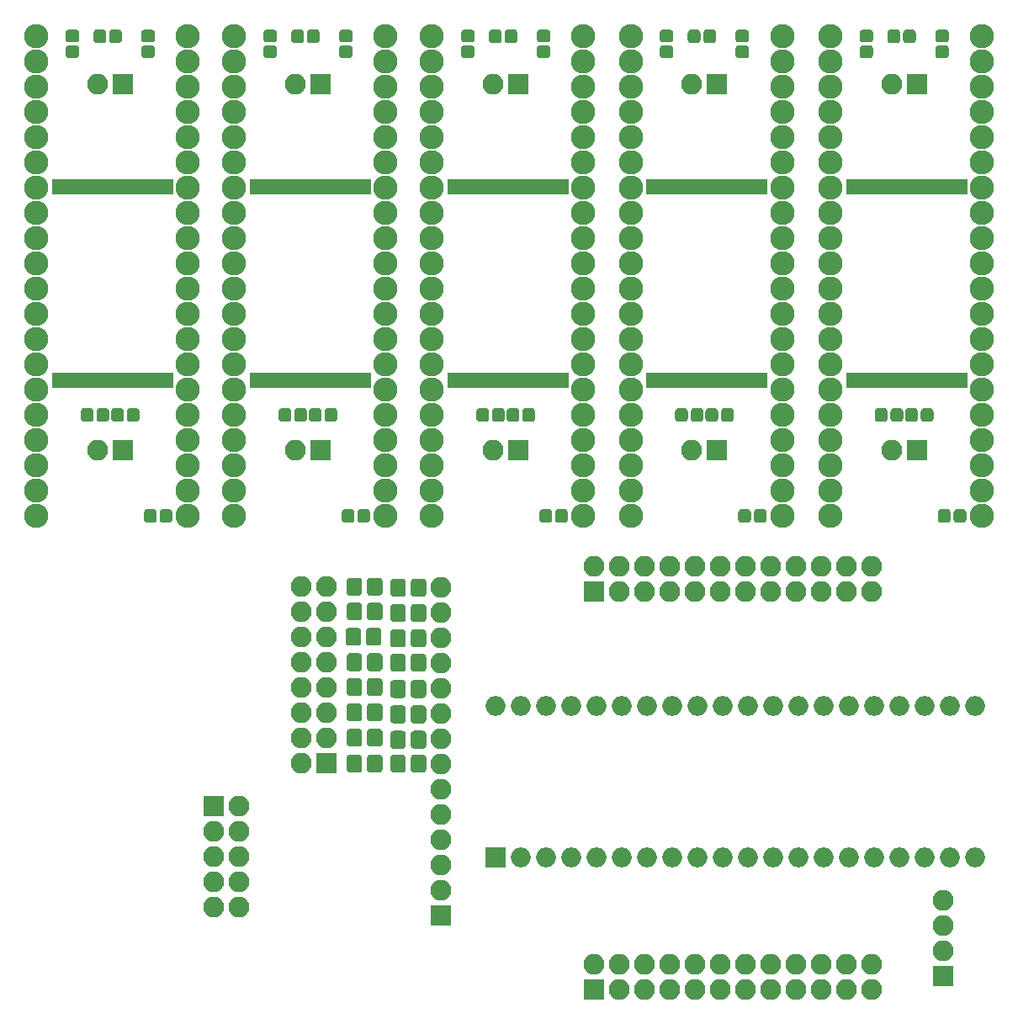
<source format=gbr>
G04 #@! TF.GenerationSoftware,KiCad,Pcbnew,5.0.0*
G04 #@! TF.CreationDate,2018-10-25T12:48:18+02:00*
G04 #@! TF.ProjectId,WaterFanBoard,576174657246616E426F6172642E6B69,rev?*
G04 #@! TF.SameCoordinates,Original*
G04 #@! TF.FileFunction,Soldermask,Top*
G04 #@! TF.FilePolarity,Negative*
%FSLAX46Y46*%
G04 Gerber Fmt 4.6, Leading zero omitted, Abs format (unit mm)*
G04 Created by KiCad (PCBNEW 5.0.0) date Thu Oct 25 12:48:18 2018*
%MOMM*%
%LPD*%
G01*
G04 APERTURE LIST*
%ADD10C,0.100000*%
%ADD11C,1.550000*%
%ADD12R,2.100000X2.100000*%
%ADD13O,2.100000X2.100000*%
%ADD14O,2.000000X2.000000*%
%ADD15R,2.000000X2.000000*%
%ADD16O,2.450000X2.450000*%
%ADD17C,1.275000*%
%ADD18R,0.650000X1.500000*%
G04 APERTURE END LIST*
D10*
G04 #@! TO.C,C2*
G36*
X139141308Y-171863936D02*
X139174018Y-171868788D01*
X139206094Y-171876822D01*
X139237228Y-171887962D01*
X139267121Y-171902100D01*
X139295484Y-171919100D01*
X139322044Y-171938798D01*
X139346545Y-171961005D01*
X139368752Y-171985506D01*
X139388450Y-172012066D01*
X139405450Y-172040429D01*
X139419588Y-172070322D01*
X139430728Y-172101456D01*
X139438762Y-172133532D01*
X139443614Y-172166242D01*
X139445237Y-172199269D01*
X139445237Y-173325357D01*
X139443614Y-173358384D01*
X139438762Y-173391094D01*
X139430728Y-173423170D01*
X139419588Y-173454304D01*
X139405450Y-173484197D01*
X139388450Y-173512560D01*
X139368752Y-173539120D01*
X139346545Y-173563621D01*
X139322044Y-173585828D01*
X139295484Y-173605526D01*
X139267121Y-173622526D01*
X139237228Y-173636664D01*
X139206094Y-173647804D01*
X139174018Y-173655838D01*
X139141308Y-173660690D01*
X139108281Y-173662313D01*
X138232193Y-173662313D01*
X138199166Y-173660690D01*
X138166456Y-173655838D01*
X138134380Y-173647804D01*
X138103246Y-173636664D01*
X138073353Y-173622526D01*
X138044990Y-173605526D01*
X138018430Y-173585828D01*
X137993929Y-173563621D01*
X137971722Y-173539120D01*
X137952024Y-173512560D01*
X137935024Y-173484197D01*
X137920886Y-173454304D01*
X137909746Y-173423170D01*
X137901712Y-173391094D01*
X137896860Y-173358384D01*
X137895237Y-173325357D01*
X137895237Y-172199269D01*
X137896860Y-172166242D01*
X137901712Y-172133532D01*
X137909746Y-172101456D01*
X137920886Y-172070322D01*
X137935024Y-172040429D01*
X137952024Y-172012066D01*
X137971722Y-171985506D01*
X137993929Y-171961005D01*
X138018430Y-171938798D01*
X138044990Y-171919100D01*
X138073353Y-171902100D01*
X138103246Y-171887962D01*
X138134380Y-171876822D01*
X138166456Y-171868788D01*
X138199166Y-171863936D01*
X138232193Y-171862313D01*
X139108281Y-171862313D01*
X139141308Y-171863936D01*
X139141308Y-171863936D01*
G37*
D11*
X138670237Y-172762313D03*
D10*
G36*
X141191308Y-171863936D02*
X141224018Y-171868788D01*
X141256094Y-171876822D01*
X141287228Y-171887962D01*
X141317121Y-171902100D01*
X141345484Y-171919100D01*
X141372044Y-171938798D01*
X141396545Y-171961005D01*
X141418752Y-171985506D01*
X141438450Y-172012066D01*
X141455450Y-172040429D01*
X141469588Y-172070322D01*
X141480728Y-172101456D01*
X141488762Y-172133532D01*
X141493614Y-172166242D01*
X141495237Y-172199269D01*
X141495237Y-173325357D01*
X141493614Y-173358384D01*
X141488762Y-173391094D01*
X141480728Y-173423170D01*
X141469588Y-173454304D01*
X141455450Y-173484197D01*
X141438450Y-173512560D01*
X141418752Y-173539120D01*
X141396545Y-173563621D01*
X141372044Y-173585828D01*
X141345484Y-173605526D01*
X141317121Y-173622526D01*
X141287228Y-173636664D01*
X141256094Y-173647804D01*
X141224018Y-173655838D01*
X141191308Y-173660690D01*
X141158281Y-173662313D01*
X140282193Y-173662313D01*
X140249166Y-173660690D01*
X140216456Y-173655838D01*
X140184380Y-173647804D01*
X140153246Y-173636664D01*
X140123353Y-173622526D01*
X140094990Y-173605526D01*
X140068430Y-173585828D01*
X140043929Y-173563621D01*
X140021722Y-173539120D01*
X140002024Y-173512560D01*
X139985024Y-173484197D01*
X139970886Y-173454304D01*
X139959746Y-173423170D01*
X139951712Y-173391094D01*
X139946860Y-173358384D01*
X139945237Y-173325357D01*
X139945237Y-172199269D01*
X139946860Y-172166242D01*
X139951712Y-172133532D01*
X139959746Y-172101456D01*
X139970886Y-172070322D01*
X139985024Y-172040429D01*
X140002024Y-172012066D01*
X140021722Y-171985506D01*
X140043929Y-171961005D01*
X140068430Y-171938798D01*
X140094990Y-171919100D01*
X140123353Y-171902100D01*
X140153246Y-171887962D01*
X140184380Y-171876822D01*
X140216456Y-171868788D01*
X140249166Y-171863936D01*
X140282193Y-171862313D01*
X141158281Y-171862313D01*
X141191308Y-171863936D01*
X141191308Y-171863936D01*
G37*
D11*
X140720237Y-172762313D03*
G04 #@! TD*
D10*
G04 #@! TO.C,C3*
G36*
X141191308Y-169313936D02*
X141224018Y-169318788D01*
X141256094Y-169326822D01*
X141287228Y-169337962D01*
X141317121Y-169352100D01*
X141345484Y-169369100D01*
X141372044Y-169388798D01*
X141396545Y-169411005D01*
X141418752Y-169435506D01*
X141438450Y-169462066D01*
X141455450Y-169490429D01*
X141469588Y-169520322D01*
X141480728Y-169551456D01*
X141488762Y-169583532D01*
X141493614Y-169616242D01*
X141495237Y-169649269D01*
X141495237Y-170775357D01*
X141493614Y-170808384D01*
X141488762Y-170841094D01*
X141480728Y-170873170D01*
X141469588Y-170904304D01*
X141455450Y-170934197D01*
X141438450Y-170962560D01*
X141418752Y-170989120D01*
X141396545Y-171013621D01*
X141372044Y-171035828D01*
X141345484Y-171055526D01*
X141317121Y-171072526D01*
X141287228Y-171086664D01*
X141256094Y-171097804D01*
X141224018Y-171105838D01*
X141191308Y-171110690D01*
X141158281Y-171112313D01*
X140282193Y-171112313D01*
X140249166Y-171110690D01*
X140216456Y-171105838D01*
X140184380Y-171097804D01*
X140153246Y-171086664D01*
X140123353Y-171072526D01*
X140094990Y-171055526D01*
X140068430Y-171035828D01*
X140043929Y-171013621D01*
X140021722Y-170989120D01*
X140002024Y-170962560D01*
X139985024Y-170934197D01*
X139970886Y-170904304D01*
X139959746Y-170873170D01*
X139951712Y-170841094D01*
X139946860Y-170808384D01*
X139945237Y-170775357D01*
X139945237Y-169649269D01*
X139946860Y-169616242D01*
X139951712Y-169583532D01*
X139959746Y-169551456D01*
X139970886Y-169520322D01*
X139985024Y-169490429D01*
X140002024Y-169462066D01*
X140021722Y-169435506D01*
X140043929Y-169411005D01*
X140068430Y-169388798D01*
X140094990Y-169369100D01*
X140123353Y-169352100D01*
X140153246Y-169337962D01*
X140184380Y-169326822D01*
X140216456Y-169318788D01*
X140249166Y-169313936D01*
X140282193Y-169312313D01*
X141158281Y-169312313D01*
X141191308Y-169313936D01*
X141191308Y-169313936D01*
G37*
D11*
X140720237Y-170212313D03*
D10*
G36*
X139141308Y-169313936D02*
X139174018Y-169318788D01*
X139206094Y-169326822D01*
X139237228Y-169337962D01*
X139267121Y-169352100D01*
X139295484Y-169369100D01*
X139322044Y-169388798D01*
X139346545Y-169411005D01*
X139368752Y-169435506D01*
X139388450Y-169462066D01*
X139405450Y-169490429D01*
X139419588Y-169520322D01*
X139430728Y-169551456D01*
X139438762Y-169583532D01*
X139443614Y-169616242D01*
X139445237Y-169649269D01*
X139445237Y-170775357D01*
X139443614Y-170808384D01*
X139438762Y-170841094D01*
X139430728Y-170873170D01*
X139419588Y-170904304D01*
X139405450Y-170934197D01*
X139388450Y-170962560D01*
X139368752Y-170989120D01*
X139346545Y-171013621D01*
X139322044Y-171035828D01*
X139295484Y-171055526D01*
X139267121Y-171072526D01*
X139237228Y-171086664D01*
X139206094Y-171097804D01*
X139174018Y-171105838D01*
X139141308Y-171110690D01*
X139108281Y-171112313D01*
X138232193Y-171112313D01*
X138199166Y-171110690D01*
X138166456Y-171105838D01*
X138134380Y-171097804D01*
X138103246Y-171086664D01*
X138073353Y-171072526D01*
X138044990Y-171055526D01*
X138018430Y-171035828D01*
X137993929Y-171013621D01*
X137971722Y-170989120D01*
X137952024Y-170962560D01*
X137935024Y-170934197D01*
X137920886Y-170904304D01*
X137909746Y-170873170D01*
X137901712Y-170841094D01*
X137896860Y-170808384D01*
X137895237Y-170775357D01*
X137895237Y-169649269D01*
X137896860Y-169616242D01*
X137901712Y-169583532D01*
X137909746Y-169551456D01*
X137920886Y-169520322D01*
X137935024Y-169490429D01*
X137952024Y-169462066D01*
X137971722Y-169435506D01*
X137993929Y-169411005D01*
X138018430Y-169388798D01*
X138044990Y-169369100D01*
X138073353Y-169352100D01*
X138103246Y-169337962D01*
X138134380Y-169326822D01*
X138166456Y-169318788D01*
X138199166Y-169313936D01*
X138232193Y-169312313D01*
X139108281Y-169312313D01*
X139141308Y-169313936D01*
X139141308Y-169313936D01*
G37*
D11*
X138670237Y-170212313D03*
G04 #@! TD*
D10*
G04 #@! TO.C,C4*
G36*
X139141308Y-166763936D02*
X139174018Y-166768788D01*
X139206094Y-166776822D01*
X139237228Y-166787962D01*
X139267121Y-166802100D01*
X139295484Y-166819100D01*
X139322044Y-166838798D01*
X139346545Y-166861005D01*
X139368752Y-166885506D01*
X139388450Y-166912066D01*
X139405450Y-166940429D01*
X139419588Y-166970322D01*
X139430728Y-167001456D01*
X139438762Y-167033532D01*
X139443614Y-167066242D01*
X139445237Y-167099269D01*
X139445237Y-168225357D01*
X139443614Y-168258384D01*
X139438762Y-168291094D01*
X139430728Y-168323170D01*
X139419588Y-168354304D01*
X139405450Y-168384197D01*
X139388450Y-168412560D01*
X139368752Y-168439120D01*
X139346545Y-168463621D01*
X139322044Y-168485828D01*
X139295484Y-168505526D01*
X139267121Y-168522526D01*
X139237228Y-168536664D01*
X139206094Y-168547804D01*
X139174018Y-168555838D01*
X139141308Y-168560690D01*
X139108281Y-168562313D01*
X138232193Y-168562313D01*
X138199166Y-168560690D01*
X138166456Y-168555838D01*
X138134380Y-168547804D01*
X138103246Y-168536664D01*
X138073353Y-168522526D01*
X138044990Y-168505526D01*
X138018430Y-168485828D01*
X137993929Y-168463621D01*
X137971722Y-168439120D01*
X137952024Y-168412560D01*
X137935024Y-168384197D01*
X137920886Y-168354304D01*
X137909746Y-168323170D01*
X137901712Y-168291094D01*
X137896860Y-168258384D01*
X137895237Y-168225357D01*
X137895237Y-167099269D01*
X137896860Y-167066242D01*
X137901712Y-167033532D01*
X137909746Y-167001456D01*
X137920886Y-166970322D01*
X137935024Y-166940429D01*
X137952024Y-166912066D01*
X137971722Y-166885506D01*
X137993929Y-166861005D01*
X138018430Y-166838798D01*
X138044990Y-166819100D01*
X138073353Y-166802100D01*
X138103246Y-166787962D01*
X138134380Y-166776822D01*
X138166456Y-166768788D01*
X138199166Y-166763936D01*
X138232193Y-166762313D01*
X139108281Y-166762313D01*
X139141308Y-166763936D01*
X139141308Y-166763936D01*
G37*
D11*
X138670237Y-167662313D03*
D10*
G36*
X141191308Y-166763936D02*
X141224018Y-166768788D01*
X141256094Y-166776822D01*
X141287228Y-166787962D01*
X141317121Y-166802100D01*
X141345484Y-166819100D01*
X141372044Y-166838798D01*
X141396545Y-166861005D01*
X141418752Y-166885506D01*
X141438450Y-166912066D01*
X141455450Y-166940429D01*
X141469588Y-166970322D01*
X141480728Y-167001456D01*
X141488762Y-167033532D01*
X141493614Y-167066242D01*
X141495237Y-167099269D01*
X141495237Y-168225357D01*
X141493614Y-168258384D01*
X141488762Y-168291094D01*
X141480728Y-168323170D01*
X141469588Y-168354304D01*
X141455450Y-168384197D01*
X141438450Y-168412560D01*
X141418752Y-168439120D01*
X141396545Y-168463621D01*
X141372044Y-168485828D01*
X141345484Y-168505526D01*
X141317121Y-168522526D01*
X141287228Y-168536664D01*
X141256094Y-168547804D01*
X141224018Y-168555838D01*
X141191308Y-168560690D01*
X141158281Y-168562313D01*
X140282193Y-168562313D01*
X140249166Y-168560690D01*
X140216456Y-168555838D01*
X140184380Y-168547804D01*
X140153246Y-168536664D01*
X140123353Y-168522526D01*
X140094990Y-168505526D01*
X140068430Y-168485828D01*
X140043929Y-168463621D01*
X140021722Y-168439120D01*
X140002024Y-168412560D01*
X139985024Y-168384197D01*
X139970886Y-168354304D01*
X139959746Y-168323170D01*
X139951712Y-168291094D01*
X139946860Y-168258384D01*
X139945237Y-168225357D01*
X139945237Y-167099269D01*
X139946860Y-167066242D01*
X139951712Y-167033532D01*
X139959746Y-167001456D01*
X139970886Y-166970322D01*
X139985024Y-166940429D01*
X140002024Y-166912066D01*
X140021722Y-166885506D01*
X140043929Y-166861005D01*
X140068430Y-166838798D01*
X140094990Y-166819100D01*
X140123353Y-166802100D01*
X140153246Y-166787962D01*
X140184380Y-166776822D01*
X140216456Y-166768788D01*
X140249166Y-166763936D01*
X140282193Y-166762313D01*
X141158281Y-166762313D01*
X141191308Y-166763936D01*
X141191308Y-166763936D01*
G37*
D11*
X140720237Y-167662313D03*
G04 #@! TD*
D10*
G04 #@! TO.C,C5*
G36*
X141191308Y-164113936D02*
X141224018Y-164118788D01*
X141256094Y-164126822D01*
X141287228Y-164137962D01*
X141317121Y-164152100D01*
X141345484Y-164169100D01*
X141372044Y-164188798D01*
X141396545Y-164211005D01*
X141418752Y-164235506D01*
X141438450Y-164262066D01*
X141455450Y-164290429D01*
X141469588Y-164320322D01*
X141480728Y-164351456D01*
X141488762Y-164383532D01*
X141493614Y-164416242D01*
X141495237Y-164449269D01*
X141495237Y-165575357D01*
X141493614Y-165608384D01*
X141488762Y-165641094D01*
X141480728Y-165673170D01*
X141469588Y-165704304D01*
X141455450Y-165734197D01*
X141438450Y-165762560D01*
X141418752Y-165789120D01*
X141396545Y-165813621D01*
X141372044Y-165835828D01*
X141345484Y-165855526D01*
X141317121Y-165872526D01*
X141287228Y-165886664D01*
X141256094Y-165897804D01*
X141224018Y-165905838D01*
X141191308Y-165910690D01*
X141158281Y-165912313D01*
X140282193Y-165912313D01*
X140249166Y-165910690D01*
X140216456Y-165905838D01*
X140184380Y-165897804D01*
X140153246Y-165886664D01*
X140123353Y-165872526D01*
X140094990Y-165855526D01*
X140068430Y-165835828D01*
X140043929Y-165813621D01*
X140021722Y-165789120D01*
X140002024Y-165762560D01*
X139985024Y-165734197D01*
X139970886Y-165704304D01*
X139959746Y-165673170D01*
X139951712Y-165641094D01*
X139946860Y-165608384D01*
X139945237Y-165575357D01*
X139945237Y-164449269D01*
X139946860Y-164416242D01*
X139951712Y-164383532D01*
X139959746Y-164351456D01*
X139970886Y-164320322D01*
X139985024Y-164290429D01*
X140002024Y-164262066D01*
X140021722Y-164235506D01*
X140043929Y-164211005D01*
X140068430Y-164188798D01*
X140094990Y-164169100D01*
X140123353Y-164152100D01*
X140153246Y-164137962D01*
X140184380Y-164126822D01*
X140216456Y-164118788D01*
X140249166Y-164113936D01*
X140282193Y-164112313D01*
X141158281Y-164112313D01*
X141191308Y-164113936D01*
X141191308Y-164113936D01*
G37*
D11*
X140720237Y-165012313D03*
D10*
G36*
X139141308Y-164113936D02*
X139174018Y-164118788D01*
X139206094Y-164126822D01*
X139237228Y-164137962D01*
X139267121Y-164152100D01*
X139295484Y-164169100D01*
X139322044Y-164188798D01*
X139346545Y-164211005D01*
X139368752Y-164235506D01*
X139388450Y-164262066D01*
X139405450Y-164290429D01*
X139419588Y-164320322D01*
X139430728Y-164351456D01*
X139438762Y-164383532D01*
X139443614Y-164416242D01*
X139445237Y-164449269D01*
X139445237Y-165575357D01*
X139443614Y-165608384D01*
X139438762Y-165641094D01*
X139430728Y-165673170D01*
X139419588Y-165704304D01*
X139405450Y-165734197D01*
X139388450Y-165762560D01*
X139368752Y-165789120D01*
X139346545Y-165813621D01*
X139322044Y-165835828D01*
X139295484Y-165855526D01*
X139267121Y-165872526D01*
X139237228Y-165886664D01*
X139206094Y-165897804D01*
X139174018Y-165905838D01*
X139141308Y-165910690D01*
X139108281Y-165912313D01*
X138232193Y-165912313D01*
X138199166Y-165910690D01*
X138166456Y-165905838D01*
X138134380Y-165897804D01*
X138103246Y-165886664D01*
X138073353Y-165872526D01*
X138044990Y-165855526D01*
X138018430Y-165835828D01*
X137993929Y-165813621D01*
X137971722Y-165789120D01*
X137952024Y-165762560D01*
X137935024Y-165734197D01*
X137920886Y-165704304D01*
X137909746Y-165673170D01*
X137901712Y-165641094D01*
X137896860Y-165608384D01*
X137895237Y-165575357D01*
X137895237Y-164449269D01*
X137896860Y-164416242D01*
X137901712Y-164383532D01*
X137909746Y-164351456D01*
X137920886Y-164320322D01*
X137935024Y-164290429D01*
X137952024Y-164262066D01*
X137971722Y-164235506D01*
X137993929Y-164211005D01*
X138018430Y-164188798D01*
X138044990Y-164169100D01*
X138073353Y-164152100D01*
X138103246Y-164137962D01*
X138134380Y-164126822D01*
X138166456Y-164118788D01*
X138199166Y-164113936D01*
X138232193Y-164112313D01*
X139108281Y-164112313D01*
X139141308Y-164113936D01*
X139141308Y-164113936D01*
G37*
D11*
X138670237Y-165012313D03*
G04 #@! TD*
D10*
G04 #@! TO.C,C6*
G36*
X139141308Y-161663936D02*
X139174018Y-161668788D01*
X139206094Y-161676822D01*
X139237228Y-161687962D01*
X139267121Y-161702100D01*
X139295484Y-161719100D01*
X139322044Y-161738798D01*
X139346545Y-161761005D01*
X139368752Y-161785506D01*
X139388450Y-161812066D01*
X139405450Y-161840429D01*
X139419588Y-161870322D01*
X139430728Y-161901456D01*
X139438762Y-161933532D01*
X139443614Y-161966242D01*
X139445237Y-161999269D01*
X139445237Y-163125357D01*
X139443614Y-163158384D01*
X139438762Y-163191094D01*
X139430728Y-163223170D01*
X139419588Y-163254304D01*
X139405450Y-163284197D01*
X139388450Y-163312560D01*
X139368752Y-163339120D01*
X139346545Y-163363621D01*
X139322044Y-163385828D01*
X139295484Y-163405526D01*
X139267121Y-163422526D01*
X139237228Y-163436664D01*
X139206094Y-163447804D01*
X139174018Y-163455838D01*
X139141308Y-163460690D01*
X139108281Y-163462313D01*
X138232193Y-163462313D01*
X138199166Y-163460690D01*
X138166456Y-163455838D01*
X138134380Y-163447804D01*
X138103246Y-163436664D01*
X138073353Y-163422526D01*
X138044990Y-163405526D01*
X138018430Y-163385828D01*
X137993929Y-163363621D01*
X137971722Y-163339120D01*
X137952024Y-163312560D01*
X137935024Y-163284197D01*
X137920886Y-163254304D01*
X137909746Y-163223170D01*
X137901712Y-163191094D01*
X137896860Y-163158384D01*
X137895237Y-163125357D01*
X137895237Y-161999269D01*
X137896860Y-161966242D01*
X137901712Y-161933532D01*
X137909746Y-161901456D01*
X137920886Y-161870322D01*
X137935024Y-161840429D01*
X137952024Y-161812066D01*
X137971722Y-161785506D01*
X137993929Y-161761005D01*
X138018430Y-161738798D01*
X138044990Y-161719100D01*
X138073353Y-161702100D01*
X138103246Y-161687962D01*
X138134380Y-161676822D01*
X138166456Y-161668788D01*
X138199166Y-161663936D01*
X138232193Y-161662313D01*
X139108281Y-161662313D01*
X139141308Y-161663936D01*
X139141308Y-161663936D01*
G37*
D11*
X138670237Y-162562313D03*
D10*
G36*
X141191308Y-161663936D02*
X141224018Y-161668788D01*
X141256094Y-161676822D01*
X141287228Y-161687962D01*
X141317121Y-161702100D01*
X141345484Y-161719100D01*
X141372044Y-161738798D01*
X141396545Y-161761005D01*
X141418752Y-161785506D01*
X141438450Y-161812066D01*
X141455450Y-161840429D01*
X141469588Y-161870322D01*
X141480728Y-161901456D01*
X141488762Y-161933532D01*
X141493614Y-161966242D01*
X141495237Y-161999269D01*
X141495237Y-163125357D01*
X141493614Y-163158384D01*
X141488762Y-163191094D01*
X141480728Y-163223170D01*
X141469588Y-163254304D01*
X141455450Y-163284197D01*
X141438450Y-163312560D01*
X141418752Y-163339120D01*
X141396545Y-163363621D01*
X141372044Y-163385828D01*
X141345484Y-163405526D01*
X141317121Y-163422526D01*
X141287228Y-163436664D01*
X141256094Y-163447804D01*
X141224018Y-163455838D01*
X141191308Y-163460690D01*
X141158281Y-163462313D01*
X140282193Y-163462313D01*
X140249166Y-163460690D01*
X140216456Y-163455838D01*
X140184380Y-163447804D01*
X140153246Y-163436664D01*
X140123353Y-163422526D01*
X140094990Y-163405526D01*
X140068430Y-163385828D01*
X140043929Y-163363621D01*
X140021722Y-163339120D01*
X140002024Y-163312560D01*
X139985024Y-163284197D01*
X139970886Y-163254304D01*
X139959746Y-163223170D01*
X139951712Y-163191094D01*
X139946860Y-163158384D01*
X139945237Y-163125357D01*
X139945237Y-161999269D01*
X139946860Y-161966242D01*
X139951712Y-161933532D01*
X139959746Y-161901456D01*
X139970886Y-161870322D01*
X139985024Y-161840429D01*
X140002024Y-161812066D01*
X140021722Y-161785506D01*
X140043929Y-161761005D01*
X140068430Y-161738798D01*
X140094990Y-161719100D01*
X140123353Y-161702100D01*
X140153246Y-161687962D01*
X140184380Y-161676822D01*
X140216456Y-161668788D01*
X140249166Y-161663936D01*
X140282193Y-161662313D01*
X141158281Y-161662313D01*
X141191308Y-161663936D01*
X141191308Y-161663936D01*
G37*
D11*
X140720237Y-162562313D03*
G04 #@! TD*
D10*
G04 #@! TO.C,C7*
G36*
X141191308Y-159113936D02*
X141224018Y-159118788D01*
X141256094Y-159126822D01*
X141287228Y-159137962D01*
X141317121Y-159152100D01*
X141345484Y-159169100D01*
X141372044Y-159188798D01*
X141396545Y-159211005D01*
X141418752Y-159235506D01*
X141438450Y-159262066D01*
X141455450Y-159290429D01*
X141469588Y-159320322D01*
X141480728Y-159351456D01*
X141488762Y-159383532D01*
X141493614Y-159416242D01*
X141495237Y-159449269D01*
X141495237Y-160575357D01*
X141493614Y-160608384D01*
X141488762Y-160641094D01*
X141480728Y-160673170D01*
X141469588Y-160704304D01*
X141455450Y-160734197D01*
X141438450Y-160762560D01*
X141418752Y-160789120D01*
X141396545Y-160813621D01*
X141372044Y-160835828D01*
X141345484Y-160855526D01*
X141317121Y-160872526D01*
X141287228Y-160886664D01*
X141256094Y-160897804D01*
X141224018Y-160905838D01*
X141191308Y-160910690D01*
X141158281Y-160912313D01*
X140282193Y-160912313D01*
X140249166Y-160910690D01*
X140216456Y-160905838D01*
X140184380Y-160897804D01*
X140153246Y-160886664D01*
X140123353Y-160872526D01*
X140094990Y-160855526D01*
X140068430Y-160835828D01*
X140043929Y-160813621D01*
X140021722Y-160789120D01*
X140002024Y-160762560D01*
X139985024Y-160734197D01*
X139970886Y-160704304D01*
X139959746Y-160673170D01*
X139951712Y-160641094D01*
X139946860Y-160608384D01*
X139945237Y-160575357D01*
X139945237Y-159449269D01*
X139946860Y-159416242D01*
X139951712Y-159383532D01*
X139959746Y-159351456D01*
X139970886Y-159320322D01*
X139985024Y-159290429D01*
X140002024Y-159262066D01*
X140021722Y-159235506D01*
X140043929Y-159211005D01*
X140068430Y-159188798D01*
X140094990Y-159169100D01*
X140123353Y-159152100D01*
X140153246Y-159137962D01*
X140184380Y-159126822D01*
X140216456Y-159118788D01*
X140249166Y-159113936D01*
X140282193Y-159112313D01*
X141158281Y-159112313D01*
X141191308Y-159113936D01*
X141191308Y-159113936D01*
G37*
D11*
X140720237Y-160012313D03*
D10*
G36*
X139141308Y-159113936D02*
X139174018Y-159118788D01*
X139206094Y-159126822D01*
X139237228Y-159137962D01*
X139267121Y-159152100D01*
X139295484Y-159169100D01*
X139322044Y-159188798D01*
X139346545Y-159211005D01*
X139368752Y-159235506D01*
X139388450Y-159262066D01*
X139405450Y-159290429D01*
X139419588Y-159320322D01*
X139430728Y-159351456D01*
X139438762Y-159383532D01*
X139443614Y-159416242D01*
X139445237Y-159449269D01*
X139445237Y-160575357D01*
X139443614Y-160608384D01*
X139438762Y-160641094D01*
X139430728Y-160673170D01*
X139419588Y-160704304D01*
X139405450Y-160734197D01*
X139388450Y-160762560D01*
X139368752Y-160789120D01*
X139346545Y-160813621D01*
X139322044Y-160835828D01*
X139295484Y-160855526D01*
X139267121Y-160872526D01*
X139237228Y-160886664D01*
X139206094Y-160897804D01*
X139174018Y-160905838D01*
X139141308Y-160910690D01*
X139108281Y-160912313D01*
X138232193Y-160912313D01*
X138199166Y-160910690D01*
X138166456Y-160905838D01*
X138134380Y-160897804D01*
X138103246Y-160886664D01*
X138073353Y-160872526D01*
X138044990Y-160855526D01*
X138018430Y-160835828D01*
X137993929Y-160813621D01*
X137971722Y-160789120D01*
X137952024Y-160762560D01*
X137935024Y-160734197D01*
X137920886Y-160704304D01*
X137909746Y-160673170D01*
X137901712Y-160641094D01*
X137896860Y-160608384D01*
X137895237Y-160575357D01*
X137895237Y-159449269D01*
X137896860Y-159416242D01*
X137901712Y-159383532D01*
X137909746Y-159351456D01*
X137920886Y-159320322D01*
X137935024Y-159290429D01*
X137952024Y-159262066D01*
X137971722Y-159235506D01*
X137993929Y-159211005D01*
X138018430Y-159188798D01*
X138044990Y-159169100D01*
X138073353Y-159152100D01*
X138103246Y-159137962D01*
X138134380Y-159126822D01*
X138166456Y-159118788D01*
X138199166Y-159113936D01*
X138232193Y-159112313D01*
X139108281Y-159112313D01*
X139141308Y-159113936D01*
X139141308Y-159113936D01*
G37*
D11*
X138670237Y-160012313D03*
G04 #@! TD*
D10*
G04 #@! TO.C,C8*
G36*
X139141308Y-156563936D02*
X139174018Y-156568788D01*
X139206094Y-156576822D01*
X139237228Y-156587962D01*
X139267121Y-156602100D01*
X139295484Y-156619100D01*
X139322044Y-156638798D01*
X139346545Y-156661005D01*
X139368752Y-156685506D01*
X139388450Y-156712066D01*
X139405450Y-156740429D01*
X139419588Y-156770322D01*
X139430728Y-156801456D01*
X139438762Y-156833532D01*
X139443614Y-156866242D01*
X139445237Y-156899269D01*
X139445237Y-158025357D01*
X139443614Y-158058384D01*
X139438762Y-158091094D01*
X139430728Y-158123170D01*
X139419588Y-158154304D01*
X139405450Y-158184197D01*
X139388450Y-158212560D01*
X139368752Y-158239120D01*
X139346545Y-158263621D01*
X139322044Y-158285828D01*
X139295484Y-158305526D01*
X139267121Y-158322526D01*
X139237228Y-158336664D01*
X139206094Y-158347804D01*
X139174018Y-158355838D01*
X139141308Y-158360690D01*
X139108281Y-158362313D01*
X138232193Y-158362313D01*
X138199166Y-158360690D01*
X138166456Y-158355838D01*
X138134380Y-158347804D01*
X138103246Y-158336664D01*
X138073353Y-158322526D01*
X138044990Y-158305526D01*
X138018430Y-158285828D01*
X137993929Y-158263621D01*
X137971722Y-158239120D01*
X137952024Y-158212560D01*
X137935024Y-158184197D01*
X137920886Y-158154304D01*
X137909746Y-158123170D01*
X137901712Y-158091094D01*
X137896860Y-158058384D01*
X137895237Y-158025357D01*
X137895237Y-156899269D01*
X137896860Y-156866242D01*
X137901712Y-156833532D01*
X137909746Y-156801456D01*
X137920886Y-156770322D01*
X137935024Y-156740429D01*
X137952024Y-156712066D01*
X137971722Y-156685506D01*
X137993929Y-156661005D01*
X138018430Y-156638798D01*
X138044990Y-156619100D01*
X138073353Y-156602100D01*
X138103246Y-156587962D01*
X138134380Y-156576822D01*
X138166456Y-156568788D01*
X138199166Y-156563936D01*
X138232193Y-156562313D01*
X139108281Y-156562313D01*
X139141308Y-156563936D01*
X139141308Y-156563936D01*
G37*
D11*
X138670237Y-157462313D03*
D10*
G36*
X141191308Y-156563936D02*
X141224018Y-156568788D01*
X141256094Y-156576822D01*
X141287228Y-156587962D01*
X141317121Y-156602100D01*
X141345484Y-156619100D01*
X141372044Y-156638798D01*
X141396545Y-156661005D01*
X141418752Y-156685506D01*
X141438450Y-156712066D01*
X141455450Y-156740429D01*
X141469588Y-156770322D01*
X141480728Y-156801456D01*
X141488762Y-156833532D01*
X141493614Y-156866242D01*
X141495237Y-156899269D01*
X141495237Y-158025357D01*
X141493614Y-158058384D01*
X141488762Y-158091094D01*
X141480728Y-158123170D01*
X141469588Y-158154304D01*
X141455450Y-158184197D01*
X141438450Y-158212560D01*
X141418752Y-158239120D01*
X141396545Y-158263621D01*
X141372044Y-158285828D01*
X141345484Y-158305526D01*
X141317121Y-158322526D01*
X141287228Y-158336664D01*
X141256094Y-158347804D01*
X141224018Y-158355838D01*
X141191308Y-158360690D01*
X141158281Y-158362313D01*
X140282193Y-158362313D01*
X140249166Y-158360690D01*
X140216456Y-158355838D01*
X140184380Y-158347804D01*
X140153246Y-158336664D01*
X140123353Y-158322526D01*
X140094990Y-158305526D01*
X140068430Y-158285828D01*
X140043929Y-158263621D01*
X140021722Y-158239120D01*
X140002024Y-158212560D01*
X139985024Y-158184197D01*
X139970886Y-158154304D01*
X139959746Y-158123170D01*
X139951712Y-158091094D01*
X139946860Y-158058384D01*
X139945237Y-158025357D01*
X139945237Y-156899269D01*
X139946860Y-156866242D01*
X139951712Y-156833532D01*
X139959746Y-156801456D01*
X139970886Y-156770322D01*
X139985024Y-156740429D01*
X140002024Y-156712066D01*
X140021722Y-156685506D01*
X140043929Y-156661005D01*
X140068430Y-156638798D01*
X140094990Y-156619100D01*
X140123353Y-156602100D01*
X140153246Y-156587962D01*
X140184380Y-156576822D01*
X140216456Y-156568788D01*
X140249166Y-156563936D01*
X140282193Y-156562313D01*
X141158281Y-156562313D01*
X141191308Y-156563936D01*
X141191308Y-156563936D01*
G37*
D11*
X140720237Y-157462313D03*
G04 #@! TD*
D10*
G04 #@! TO.C,C1*
G36*
X141191308Y-174263936D02*
X141224018Y-174268788D01*
X141256094Y-174276822D01*
X141287228Y-174287962D01*
X141317121Y-174302100D01*
X141345484Y-174319100D01*
X141372044Y-174338798D01*
X141396545Y-174361005D01*
X141418752Y-174385506D01*
X141438450Y-174412066D01*
X141455450Y-174440429D01*
X141469588Y-174470322D01*
X141480728Y-174501456D01*
X141488762Y-174533532D01*
X141493614Y-174566242D01*
X141495237Y-174599269D01*
X141495237Y-175725357D01*
X141493614Y-175758384D01*
X141488762Y-175791094D01*
X141480728Y-175823170D01*
X141469588Y-175854304D01*
X141455450Y-175884197D01*
X141438450Y-175912560D01*
X141418752Y-175939120D01*
X141396545Y-175963621D01*
X141372044Y-175985828D01*
X141345484Y-176005526D01*
X141317121Y-176022526D01*
X141287228Y-176036664D01*
X141256094Y-176047804D01*
X141224018Y-176055838D01*
X141191308Y-176060690D01*
X141158281Y-176062313D01*
X140282193Y-176062313D01*
X140249166Y-176060690D01*
X140216456Y-176055838D01*
X140184380Y-176047804D01*
X140153246Y-176036664D01*
X140123353Y-176022526D01*
X140094990Y-176005526D01*
X140068430Y-175985828D01*
X140043929Y-175963621D01*
X140021722Y-175939120D01*
X140002024Y-175912560D01*
X139985024Y-175884197D01*
X139970886Y-175854304D01*
X139959746Y-175823170D01*
X139951712Y-175791094D01*
X139946860Y-175758384D01*
X139945237Y-175725357D01*
X139945237Y-174599269D01*
X139946860Y-174566242D01*
X139951712Y-174533532D01*
X139959746Y-174501456D01*
X139970886Y-174470322D01*
X139985024Y-174440429D01*
X140002024Y-174412066D01*
X140021722Y-174385506D01*
X140043929Y-174361005D01*
X140068430Y-174338798D01*
X140094990Y-174319100D01*
X140123353Y-174302100D01*
X140153246Y-174287962D01*
X140184380Y-174276822D01*
X140216456Y-174268788D01*
X140249166Y-174263936D01*
X140282193Y-174262313D01*
X141158281Y-174262313D01*
X141191308Y-174263936D01*
X141191308Y-174263936D01*
G37*
D11*
X140720237Y-175162313D03*
D10*
G36*
X139141308Y-174263936D02*
X139174018Y-174268788D01*
X139206094Y-174276822D01*
X139237228Y-174287962D01*
X139267121Y-174302100D01*
X139295484Y-174319100D01*
X139322044Y-174338798D01*
X139346545Y-174361005D01*
X139368752Y-174385506D01*
X139388450Y-174412066D01*
X139405450Y-174440429D01*
X139419588Y-174470322D01*
X139430728Y-174501456D01*
X139438762Y-174533532D01*
X139443614Y-174566242D01*
X139445237Y-174599269D01*
X139445237Y-175725357D01*
X139443614Y-175758384D01*
X139438762Y-175791094D01*
X139430728Y-175823170D01*
X139419588Y-175854304D01*
X139405450Y-175884197D01*
X139388450Y-175912560D01*
X139368752Y-175939120D01*
X139346545Y-175963621D01*
X139322044Y-175985828D01*
X139295484Y-176005526D01*
X139267121Y-176022526D01*
X139237228Y-176036664D01*
X139206094Y-176047804D01*
X139174018Y-176055838D01*
X139141308Y-176060690D01*
X139108281Y-176062313D01*
X138232193Y-176062313D01*
X138199166Y-176060690D01*
X138166456Y-176055838D01*
X138134380Y-176047804D01*
X138103246Y-176036664D01*
X138073353Y-176022526D01*
X138044990Y-176005526D01*
X138018430Y-175985828D01*
X137993929Y-175963621D01*
X137971722Y-175939120D01*
X137952024Y-175912560D01*
X137935024Y-175884197D01*
X137920886Y-175854304D01*
X137909746Y-175823170D01*
X137901712Y-175791094D01*
X137896860Y-175758384D01*
X137895237Y-175725357D01*
X137895237Y-174599269D01*
X137896860Y-174566242D01*
X137901712Y-174533532D01*
X137909746Y-174501456D01*
X137920886Y-174470322D01*
X137935024Y-174440429D01*
X137952024Y-174412066D01*
X137971722Y-174385506D01*
X137993929Y-174361005D01*
X138018430Y-174338798D01*
X138044990Y-174319100D01*
X138073353Y-174302100D01*
X138103246Y-174287962D01*
X138134380Y-174276822D01*
X138166456Y-174268788D01*
X138199166Y-174263936D01*
X138232193Y-174262313D01*
X139108281Y-174262313D01*
X139141308Y-174263936D01*
X139141308Y-174263936D01*
G37*
D11*
X138670237Y-175162313D03*
G04 #@! TD*
D12*
G04 #@! TO.C,J1*
X142995237Y-190462313D03*
D13*
X142995237Y-187922313D03*
X142995237Y-185382313D03*
X142995237Y-182842313D03*
X142995237Y-180302313D03*
X142995237Y-177762313D03*
X142995237Y-175222313D03*
X142995237Y-172682313D03*
X142995237Y-170142313D03*
X142995237Y-167602313D03*
X142995237Y-165062313D03*
X142995237Y-162522313D03*
X142995237Y-159982313D03*
X142995237Y-157442313D03*
G04 #@! TD*
D12*
G04 #@! TO.C,J3*
X120095237Y-179462313D03*
D13*
X122635237Y-179462313D03*
X120095237Y-182002313D03*
X122635237Y-182002313D03*
X120095237Y-184542313D03*
X122635237Y-184542313D03*
X120095237Y-187082313D03*
X122635237Y-187082313D03*
X120095237Y-189622313D03*
X122635237Y-189622313D03*
G04 #@! TD*
D12*
G04 #@! TO.C,J2*
X131495237Y-175142313D03*
D13*
X128955237Y-175142313D03*
X131495237Y-172602313D03*
X128955237Y-172602313D03*
X131495237Y-170062313D03*
X128955237Y-170062313D03*
X131495237Y-167522313D03*
X128955237Y-167522313D03*
X131495237Y-164982313D03*
X128955237Y-164982313D03*
X131495237Y-162442313D03*
X128955237Y-162442313D03*
X131495237Y-159902313D03*
X128955237Y-159902313D03*
X131495237Y-157362313D03*
X128955237Y-157362313D03*
G04 #@! TD*
D10*
G04 #@! TO.C,R8*
G36*
X136791308Y-156463936D02*
X136824018Y-156468788D01*
X136856094Y-156476822D01*
X136887228Y-156487962D01*
X136917121Y-156502100D01*
X136945484Y-156519100D01*
X136972044Y-156538798D01*
X136996545Y-156561005D01*
X137018752Y-156585506D01*
X137038450Y-156612066D01*
X137055450Y-156640429D01*
X137069588Y-156670322D01*
X137080728Y-156701456D01*
X137088762Y-156733532D01*
X137093614Y-156766242D01*
X137095237Y-156799269D01*
X137095237Y-157925357D01*
X137093614Y-157958384D01*
X137088762Y-157991094D01*
X137080728Y-158023170D01*
X137069588Y-158054304D01*
X137055450Y-158084197D01*
X137038450Y-158112560D01*
X137018752Y-158139120D01*
X136996545Y-158163621D01*
X136972044Y-158185828D01*
X136945484Y-158205526D01*
X136917121Y-158222526D01*
X136887228Y-158236664D01*
X136856094Y-158247804D01*
X136824018Y-158255838D01*
X136791308Y-158260690D01*
X136758281Y-158262313D01*
X135882193Y-158262313D01*
X135849166Y-158260690D01*
X135816456Y-158255838D01*
X135784380Y-158247804D01*
X135753246Y-158236664D01*
X135723353Y-158222526D01*
X135694990Y-158205526D01*
X135668430Y-158185828D01*
X135643929Y-158163621D01*
X135621722Y-158139120D01*
X135602024Y-158112560D01*
X135585024Y-158084197D01*
X135570886Y-158054304D01*
X135559746Y-158023170D01*
X135551712Y-157991094D01*
X135546860Y-157958384D01*
X135545237Y-157925357D01*
X135545237Y-156799269D01*
X135546860Y-156766242D01*
X135551712Y-156733532D01*
X135559746Y-156701456D01*
X135570886Y-156670322D01*
X135585024Y-156640429D01*
X135602024Y-156612066D01*
X135621722Y-156585506D01*
X135643929Y-156561005D01*
X135668430Y-156538798D01*
X135694990Y-156519100D01*
X135723353Y-156502100D01*
X135753246Y-156487962D01*
X135784380Y-156476822D01*
X135816456Y-156468788D01*
X135849166Y-156463936D01*
X135882193Y-156462313D01*
X136758281Y-156462313D01*
X136791308Y-156463936D01*
X136791308Y-156463936D01*
G37*
D11*
X136320237Y-157362313D03*
D10*
G36*
X134741308Y-156463936D02*
X134774018Y-156468788D01*
X134806094Y-156476822D01*
X134837228Y-156487962D01*
X134867121Y-156502100D01*
X134895484Y-156519100D01*
X134922044Y-156538798D01*
X134946545Y-156561005D01*
X134968752Y-156585506D01*
X134988450Y-156612066D01*
X135005450Y-156640429D01*
X135019588Y-156670322D01*
X135030728Y-156701456D01*
X135038762Y-156733532D01*
X135043614Y-156766242D01*
X135045237Y-156799269D01*
X135045237Y-157925357D01*
X135043614Y-157958384D01*
X135038762Y-157991094D01*
X135030728Y-158023170D01*
X135019588Y-158054304D01*
X135005450Y-158084197D01*
X134988450Y-158112560D01*
X134968752Y-158139120D01*
X134946545Y-158163621D01*
X134922044Y-158185828D01*
X134895484Y-158205526D01*
X134867121Y-158222526D01*
X134837228Y-158236664D01*
X134806094Y-158247804D01*
X134774018Y-158255838D01*
X134741308Y-158260690D01*
X134708281Y-158262313D01*
X133832193Y-158262313D01*
X133799166Y-158260690D01*
X133766456Y-158255838D01*
X133734380Y-158247804D01*
X133703246Y-158236664D01*
X133673353Y-158222526D01*
X133644990Y-158205526D01*
X133618430Y-158185828D01*
X133593929Y-158163621D01*
X133571722Y-158139120D01*
X133552024Y-158112560D01*
X133535024Y-158084197D01*
X133520886Y-158054304D01*
X133509746Y-158023170D01*
X133501712Y-157991094D01*
X133496860Y-157958384D01*
X133495237Y-157925357D01*
X133495237Y-156799269D01*
X133496860Y-156766242D01*
X133501712Y-156733532D01*
X133509746Y-156701456D01*
X133520886Y-156670322D01*
X133535024Y-156640429D01*
X133552024Y-156612066D01*
X133571722Y-156585506D01*
X133593929Y-156561005D01*
X133618430Y-156538798D01*
X133644990Y-156519100D01*
X133673353Y-156502100D01*
X133703246Y-156487962D01*
X133734380Y-156476822D01*
X133766456Y-156468788D01*
X133799166Y-156463936D01*
X133832193Y-156462313D01*
X134708281Y-156462313D01*
X134741308Y-156463936D01*
X134741308Y-156463936D01*
G37*
D11*
X134270237Y-157362313D03*
G04 #@! TD*
D10*
G04 #@! TO.C,R1*
G36*
X134741308Y-174263936D02*
X134774018Y-174268788D01*
X134806094Y-174276822D01*
X134837228Y-174287962D01*
X134867121Y-174302100D01*
X134895484Y-174319100D01*
X134922044Y-174338798D01*
X134946545Y-174361005D01*
X134968752Y-174385506D01*
X134988450Y-174412066D01*
X135005450Y-174440429D01*
X135019588Y-174470322D01*
X135030728Y-174501456D01*
X135038762Y-174533532D01*
X135043614Y-174566242D01*
X135045237Y-174599269D01*
X135045237Y-175725357D01*
X135043614Y-175758384D01*
X135038762Y-175791094D01*
X135030728Y-175823170D01*
X135019588Y-175854304D01*
X135005450Y-175884197D01*
X134988450Y-175912560D01*
X134968752Y-175939120D01*
X134946545Y-175963621D01*
X134922044Y-175985828D01*
X134895484Y-176005526D01*
X134867121Y-176022526D01*
X134837228Y-176036664D01*
X134806094Y-176047804D01*
X134774018Y-176055838D01*
X134741308Y-176060690D01*
X134708281Y-176062313D01*
X133832193Y-176062313D01*
X133799166Y-176060690D01*
X133766456Y-176055838D01*
X133734380Y-176047804D01*
X133703246Y-176036664D01*
X133673353Y-176022526D01*
X133644990Y-176005526D01*
X133618430Y-175985828D01*
X133593929Y-175963621D01*
X133571722Y-175939120D01*
X133552024Y-175912560D01*
X133535024Y-175884197D01*
X133520886Y-175854304D01*
X133509746Y-175823170D01*
X133501712Y-175791094D01*
X133496860Y-175758384D01*
X133495237Y-175725357D01*
X133495237Y-174599269D01*
X133496860Y-174566242D01*
X133501712Y-174533532D01*
X133509746Y-174501456D01*
X133520886Y-174470322D01*
X133535024Y-174440429D01*
X133552024Y-174412066D01*
X133571722Y-174385506D01*
X133593929Y-174361005D01*
X133618430Y-174338798D01*
X133644990Y-174319100D01*
X133673353Y-174302100D01*
X133703246Y-174287962D01*
X133734380Y-174276822D01*
X133766456Y-174268788D01*
X133799166Y-174263936D01*
X133832193Y-174262313D01*
X134708281Y-174262313D01*
X134741308Y-174263936D01*
X134741308Y-174263936D01*
G37*
D11*
X134270237Y-175162313D03*
D10*
G36*
X136791308Y-174263936D02*
X136824018Y-174268788D01*
X136856094Y-174276822D01*
X136887228Y-174287962D01*
X136917121Y-174302100D01*
X136945484Y-174319100D01*
X136972044Y-174338798D01*
X136996545Y-174361005D01*
X137018752Y-174385506D01*
X137038450Y-174412066D01*
X137055450Y-174440429D01*
X137069588Y-174470322D01*
X137080728Y-174501456D01*
X137088762Y-174533532D01*
X137093614Y-174566242D01*
X137095237Y-174599269D01*
X137095237Y-175725357D01*
X137093614Y-175758384D01*
X137088762Y-175791094D01*
X137080728Y-175823170D01*
X137069588Y-175854304D01*
X137055450Y-175884197D01*
X137038450Y-175912560D01*
X137018752Y-175939120D01*
X136996545Y-175963621D01*
X136972044Y-175985828D01*
X136945484Y-176005526D01*
X136917121Y-176022526D01*
X136887228Y-176036664D01*
X136856094Y-176047804D01*
X136824018Y-176055838D01*
X136791308Y-176060690D01*
X136758281Y-176062313D01*
X135882193Y-176062313D01*
X135849166Y-176060690D01*
X135816456Y-176055838D01*
X135784380Y-176047804D01*
X135753246Y-176036664D01*
X135723353Y-176022526D01*
X135694990Y-176005526D01*
X135668430Y-175985828D01*
X135643929Y-175963621D01*
X135621722Y-175939120D01*
X135602024Y-175912560D01*
X135585024Y-175884197D01*
X135570886Y-175854304D01*
X135559746Y-175823170D01*
X135551712Y-175791094D01*
X135546860Y-175758384D01*
X135545237Y-175725357D01*
X135545237Y-174599269D01*
X135546860Y-174566242D01*
X135551712Y-174533532D01*
X135559746Y-174501456D01*
X135570886Y-174470322D01*
X135585024Y-174440429D01*
X135602024Y-174412066D01*
X135621722Y-174385506D01*
X135643929Y-174361005D01*
X135668430Y-174338798D01*
X135694990Y-174319100D01*
X135723353Y-174302100D01*
X135753246Y-174287962D01*
X135784380Y-174276822D01*
X135816456Y-174268788D01*
X135849166Y-174263936D01*
X135882193Y-174262313D01*
X136758281Y-174262313D01*
X136791308Y-174263936D01*
X136791308Y-174263936D01*
G37*
D11*
X136320237Y-175162313D03*
G04 #@! TD*
D10*
G04 #@! TO.C,R2*
G36*
X136791308Y-171663936D02*
X136824018Y-171668788D01*
X136856094Y-171676822D01*
X136887228Y-171687962D01*
X136917121Y-171702100D01*
X136945484Y-171719100D01*
X136972044Y-171738798D01*
X136996545Y-171761005D01*
X137018752Y-171785506D01*
X137038450Y-171812066D01*
X137055450Y-171840429D01*
X137069588Y-171870322D01*
X137080728Y-171901456D01*
X137088762Y-171933532D01*
X137093614Y-171966242D01*
X137095237Y-171999269D01*
X137095237Y-173125357D01*
X137093614Y-173158384D01*
X137088762Y-173191094D01*
X137080728Y-173223170D01*
X137069588Y-173254304D01*
X137055450Y-173284197D01*
X137038450Y-173312560D01*
X137018752Y-173339120D01*
X136996545Y-173363621D01*
X136972044Y-173385828D01*
X136945484Y-173405526D01*
X136917121Y-173422526D01*
X136887228Y-173436664D01*
X136856094Y-173447804D01*
X136824018Y-173455838D01*
X136791308Y-173460690D01*
X136758281Y-173462313D01*
X135882193Y-173462313D01*
X135849166Y-173460690D01*
X135816456Y-173455838D01*
X135784380Y-173447804D01*
X135753246Y-173436664D01*
X135723353Y-173422526D01*
X135694990Y-173405526D01*
X135668430Y-173385828D01*
X135643929Y-173363621D01*
X135621722Y-173339120D01*
X135602024Y-173312560D01*
X135585024Y-173284197D01*
X135570886Y-173254304D01*
X135559746Y-173223170D01*
X135551712Y-173191094D01*
X135546860Y-173158384D01*
X135545237Y-173125357D01*
X135545237Y-171999269D01*
X135546860Y-171966242D01*
X135551712Y-171933532D01*
X135559746Y-171901456D01*
X135570886Y-171870322D01*
X135585024Y-171840429D01*
X135602024Y-171812066D01*
X135621722Y-171785506D01*
X135643929Y-171761005D01*
X135668430Y-171738798D01*
X135694990Y-171719100D01*
X135723353Y-171702100D01*
X135753246Y-171687962D01*
X135784380Y-171676822D01*
X135816456Y-171668788D01*
X135849166Y-171663936D01*
X135882193Y-171662313D01*
X136758281Y-171662313D01*
X136791308Y-171663936D01*
X136791308Y-171663936D01*
G37*
D11*
X136320237Y-172562313D03*
D10*
G36*
X134741308Y-171663936D02*
X134774018Y-171668788D01*
X134806094Y-171676822D01*
X134837228Y-171687962D01*
X134867121Y-171702100D01*
X134895484Y-171719100D01*
X134922044Y-171738798D01*
X134946545Y-171761005D01*
X134968752Y-171785506D01*
X134988450Y-171812066D01*
X135005450Y-171840429D01*
X135019588Y-171870322D01*
X135030728Y-171901456D01*
X135038762Y-171933532D01*
X135043614Y-171966242D01*
X135045237Y-171999269D01*
X135045237Y-173125357D01*
X135043614Y-173158384D01*
X135038762Y-173191094D01*
X135030728Y-173223170D01*
X135019588Y-173254304D01*
X135005450Y-173284197D01*
X134988450Y-173312560D01*
X134968752Y-173339120D01*
X134946545Y-173363621D01*
X134922044Y-173385828D01*
X134895484Y-173405526D01*
X134867121Y-173422526D01*
X134837228Y-173436664D01*
X134806094Y-173447804D01*
X134774018Y-173455838D01*
X134741308Y-173460690D01*
X134708281Y-173462313D01*
X133832193Y-173462313D01*
X133799166Y-173460690D01*
X133766456Y-173455838D01*
X133734380Y-173447804D01*
X133703246Y-173436664D01*
X133673353Y-173422526D01*
X133644990Y-173405526D01*
X133618430Y-173385828D01*
X133593929Y-173363621D01*
X133571722Y-173339120D01*
X133552024Y-173312560D01*
X133535024Y-173284197D01*
X133520886Y-173254304D01*
X133509746Y-173223170D01*
X133501712Y-173191094D01*
X133496860Y-173158384D01*
X133495237Y-173125357D01*
X133495237Y-171999269D01*
X133496860Y-171966242D01*
X133501712Y-171933532D01*
X133509746Y-171901456D01*
X133520886Y-171870322D01*
X133535024Y-171840429D01*
X133552024Y-171812066D01*
X133571722Y-171785506D01*
X133593929Y-171761005D01*
X133618430Y-171738798D01*
X133644990Y-171719100D01*
X133673353Y-171702100D01*
X133703246Y-171687962D01*
X133734380Y-171676822D01*
X133766456Y-171668788D01*
X133799166Y-171663936D01*
X133832193Y-171662313D01*
X134708281Y-171662313D01*
X134741308Y-171663936D01*
X134741308Y-171663936D01*
G37*
D11*
X134270237Y-172562313D03*
G04 #@! TD*
D10*
G04 #@! TO.C,R3*
G36*
X134741308Y-169113936D02*
X134774018Y-169118788D01*
X134806094Y-169126822D01*
X134837228Y-169137962D01*
X134867121Y-169152100D01*
X134895484Y-169169100D01*
X134922044Y-169188798D01*
X134946545Y-169211005D01*
X134968752Y-169235506D01*
X134988450Y-169262066D01*
X135005450Y-169290429D01*
X135019588Y-169320322D01*
X135030728Y-169351456D01*
X135038762Y-169383532D01*
X135043614Y-169416242D01*
X135045237Y-169449269D01*
X135045237Y-170575357D01*
X135043614Y-170608384D01*
X135038762Y-170641094D01*
X135030728Y-170673170D01*
X135019588Y-170704304D01*
X135005450Y-170734197D01*
X134988450Y-170762560D01*
X134968752Y-170789120D01*
X134946545Y-170813621D01*
X134922044Y-170835828D01*
X134895484Y-170855526D01*
X134867121Y-170872526D01*
X134837228Y-170886664D01*
X134806094Y-170897804D01*
X134774018Y-170905838D01*
X134741308Y-170910690D01*
X134708281Y-170912313D01*
X133832193Y-170912313D01*
X133799166Y-170910690D01*
X133766456Y-170905838D01*
X133734380Y-170897804D01*
X133703246Y-170886664D01*
X133673353Y-170872526D01*
X133644990Y-170855526D01*
X133618430Y-170835828D01*
X133593929Y-170813621D01*
X133571722Y-170789120D01*
X133552024Y-170762560D01*
X133535024Y-170734197D01*
X133520886Y-170704304D01*
X133509746Y-170673170D01*
X133501712Y-170641094D01*
X133496860Y-170608384D01*
X133495237Y-170575357D01*
X133495237Y-169449269D01*
X133496860Y-169416242D01*
X133501712Y-169383532D01*
X133509746Y-169351456D01*
X133520886Y-169320322D01*
X133535024Y-169290429D01*
X133552024Y-169262066D01*
X133571722Y-169235506D01*
X133593929Y-169211005D01*
X133618430Y-169188798D01*
X133644990Y-169169100D01*
X133673353Y-169152100D01*
X133703246Y-169137962D01*
X133734380Y-169126822D01*
X133766456Y-169118788D01*
X133799166Y-169113936D01*
X133832193Y-169112313D01*
X134708281Y-169112313D01*
X134741308Y-169113936D01*
X134741308Y-169113936D01*
G37*
D11*
X134270237Y-170012313D03*
D10*
G36*
X136791308Y-169113936D02*
X136824018Y-169118788D01*
X136856094Y-169126822D01*
X136887228Y-169137962D01*
X136917121Y-169152100D01*
X136945484Y-169169100D01*
X136972044Y-169188798D01*
X136996545Y-169211005D01*
X137018752Y-169235506D01*
X137038450Y-169262066D01*
X137055450Y-169290429D01*
X137069588Y-169320322D01*
X137080728Y-169351456D01*
X137088762Y-169383532D01*
X137093614Y-169416242D01*
X137095237Y-169449269D01*
X137095237Y-170575357D01*
X137093614Y-170608384D01*
X137088762Y-170641094D01*
X137080728Y-170673170D01*
X137069588Y-170704304D01*
X137055450Y-170734197D01*
X137038450Y-170762560D01*
X137018752Y-170789120D01*
X136996545Y-170813621D01*
X136972044Y-170835828D01*
X136945484Y-170855526D01*
X136917121Y-170872526D01*
X136887228Y-170886664D01*
X136856094Y-170897804D01*
X136824018Y-170905838D01*
X136791308Y-170910690D01*
X136758281Y-170912313D01*
X135882193Y-170912313D01*
X135849166Y-170910690D01*
X135816456Y-170905838D01*
X135784380Y-170897804D01*
X135753246Y-170886664D01*
X135723353Y-170872526D01*
X135694990Y-170855526D01*
X135668430Y-170835828D01*
X135643929Y-170813621D01*
X135621722Y-170789120D01*
X135602024Y-170762560D01*
X135585024Y-170734197D01*
X135570886Y-170704304D01*
X135559746Y-170673170D01*
X135551712Y-170641094D01*
X135546860Y-170608384D01*
X135545237Y-170575357D01*
X135545237Y-169449269D01*
X135546860Y-169416242D01*
X135551712Y-169383532D01*
X135559746Y-169351456D01*
X135570886Y-169320322D01*
X135585024Y-169290429D01*
X135602024Y-169262066D01*
X135621722Y-169235506D01*
X135643929Y-169211005D01*
X135668430Y-169188798D01*
X135694990Y-169169100D01*
X135723353Y-169152100D01*
X135753246Y-169137962D01*
X135784380Y-169126822D01*
X135816456Y-169118788D01*
X135849166Y-169113936D01*
X135882193Y-169112313D01*
X136758281Y-169112313D01*
X136791308Y-169113936D01*
X136791308Y-169113936D01*
G37*
D11*
X136320237Y-170012313D03*
G04 #@! TD*
D10*
G04 #@! TO.C,R4*
G36*
X136791308Y-166563936D02*
X136824018Y-166568788D01*
X136856094Y-166576822D01*
X136887228Y-166587962D01*
X136917121Y-166602100D01*
X136945484Y-166619100D01*
X136972044Y-166638798D01*
X136996545Y-166661005D01*
X137018752Y-166685506D01*
X137038450Y-166712066D01*
X137055450Y-166740429D01*
X137069588Y-166770322D01*
X137080728Y-166801456D01*
X137088762Y-166833532D01*
X137093614Y-166866242D01*
X137095237Y-166899269D01*
X137095237Y-168025357D01*
X137093614Y-168058384D01*
X137088762Y-168091094D01*
X137080728Y-168123170D01*
X137069588Y-168154304D01*
X137055450Y-168184197D01*
X137038450Y-168212560D01*
X137018752Y-168239120D01*
X136996545Y-168263621D01*
X136972044Y-168285828D01*
X136945484Y-168305526D01*
X136917121Y-168322526D01*
X136887228Y-168336664D01*
X136856094Y-168347804D01*
X136824018Y-168355838D01*
X136791308Y-168360690D01*
X136758281Y-168362313D01*
X135882193Y-168362313D01*
X135849166Y-168360690D01*
X135816456Y-168355838D01*
X135784380Y-168347804D01*
X135753246Y-168336664D01*
X135723353Y-168322526D01*
X135694990Y-168305526D01*
X135668430Y-168285828D01*
X135643929Y-168263621D01*
X135621722Y-168239120D01*
X135602024Y-168212560D01*
X135585024Y-168184197D01*
X135570886Y-168154304D01*
X135559746Y-168123170D01*
X135551712Y-168091094D01*
X135546860Y-168058384D01*
X135545237Y-168025357D01*
X135545237Y-166899269D01*
X135546860Y-166866242D01*
X135551712Y-166833532D01*
X135559746Y-166801456D01*
X135570886Y-166770322D01*
X135585024Y-166740429D01*
X135602024Y-166712066D01*
X135621722Y-166685506D01*
X135643929Y-166661005D01*
X135668430Y-166638798D01*
X135694990Y-166619100D01*
X135723353Y-166602100D01*
X135753246Y-166587962D01*
X135784380Y-166576822D01*
X135816456Y-166568788D01*
X135849166Y-166563936D01*
X135882193Y-166562313D01*
X136758281Y-166562313D01*
X136791308Y-166563936D01*
X136791308Y-166563936D01*
G37*
D11*
X136320237Y-167462313D03*
D10*
G36*
X134741308Y-166563936D02*
X134774018Y-166568788D01*
X134806094Y-166576822D01*
X134837228Y-166587962D01*
X134867121Y-166602100D01*
X134895484Y-166619100D01*
X134922044Y-166638798D01*
X134946545Y-166661005D01*
X134968752Y-166685506D01*
X134988450Y-166712066D01*
X135005450Y-166740429D01*
X135019588Y-166770322D01*
X135030728Y-166801456D01*
X135038762Y-166833532D01*
X135043614Y-166866242D01*
X135045237Y-166899269D01*
X135045237Y-168025357D01*
X135043614Y-168058384D01*
X135038762Y-168091094D01*
X135030728Y-168123170D01*
X135019588Y-168154304D01*
X135005450Y-168184197D01*
X134988450Y-168212560D01*
X134968752Y-168239120D01*
X134946545Y-168263621D01*
X134922044Y-168285828D01*
X134895484Y-168305526D01*
X134867121Y-168322526D01*
X134837228Y-168336664D01*
X134806094Y-168347804D01*
X134774018Y-168355838D01*
X134741308Y-168360690D01*
X134708281Y-168362313D01*
X133832193Y-168362313D01*
X133799166Y-168360690D01*
X133766456Y-168355838D01*
X133734380Y-168347804D01*
X133703246Y-168336664D01*
X133673353Y-168322526D01*
X133644990Y-168305526D01*
X133618430Y-168285828D01*
X133593929Y-168263621D01*
X133571722Y-168239120D01*
X133552024Y-168212560D01*
X133535024Y-168184197D01*
X133520886Y-168154304D01*
X133509746Y-168123170D01*
X133501712Y-168091094D01*
X133496860Y-168058384D01*
X133495237Y-168025357D01*
X133495237Y-166899269D01*
X133496860Y-166866242D01*
X133501712Y-166833532D01*
X133509746Y-166801456D01*
X133520886Y-166770322D01*
X133535024Y-166740429D01*
X133552024Y-166712066D01*
X133571722Y-166685506D01*
X133593929Y-166661005D01*
X133618430Y-166638798D01*
X133644990Y-166619100D01*
X133673353Y-166602100D01*
X133703246Y-166587962D01*
X133734380Y-166576822D01*
X133766456Y-166568788D01*
X133799166Y-166563936D01*
X133832193Y-166562313D01*
X134708281Y-166562313D01*
X134741308Y-166563936D01*
X134741308Y-166563936D01*
G37*
D11*
X134270237Y-167462313D03*
G04 #@! TD*
D10*
G04 #@! TO.C,R5*
G36*
X134741308Y-164063936D02*
X134774018Y-164068788D01*
X134806094Y-164076822D01*
X134837228Y-164087962D01*
X134867121Y-164102100D01*
X134895484Y-164119100D01*
X134922044Y-164138798D01*
X134946545Y-164161005D01*
X134968752Y-164185506D01*
X134988450Y-164212066D01*
X135005450Y-164240429D01*
X135019588Y-164270322D01*
X135030728Y-164301456D01*
X135038762Y-164333532D01*
X135043614Y-164366242D01*
X135045237Y-164399269D01*
X135045237Y-165525357D01*
X135043614Y-165558384D01*
X135038762Y-165591094D01*
X135030728Y-165623170D01*
X135019588Y-165654304D01*
X135005450Y-165684197D01*
X134988450Y-165712560D01*
X134968752Y-165739120D01*
X134946545Y-165763621D01*
X134922044Y-165785828D01*
X134895484Y-165805526D01*
X134867121Y-165822526D01*
X134837228Y-165836664D01*
X134806094Y-165847804D01*
X134774018Y-165855838D01*
X134741308Y-165860690D01*
X134708281Y-165862313D01*
X133832193Y-165862313D01*
X133799166Y-165860690D01*
X133766456Y-165855838D01*
X133734380Y-165847804D01*
X133703246Y-165836664D01*
X133673353Y-165822526D01*
X133644990Y-165805526D01*
X133618430Y-165785828D01*
X133593929Y-165763621D01*
X133571722Y-165739120D01*
X133552024Y-165712560D01*
X133535024Y-165684197D01*
X133520886Y-165654304D01*
X133509746Y-165623170D01*
X133501712Y-165591094D01*
X133496860Y-165558384D01*
X133495237Y-165525357D01*
X133495237Y-164399269D01*
X133496860Y-164366242D01*
X133501712Y-164333532D01*
X133509746Y-164301456D01*
X133520886Y-164270322D01*
X133535024Y-164240429D01*
X133552024Y-164212066D01*
X133571722Y-164185506D01*
X133593929Y-164161005D01*
X133618430Y-164138798D01*
X133644990Y-164119100D01*
X133673353Y-164102100D01*
X133703246Y-164087962D01*
X133734380Y-164076822D01*
X133766456Y-164068788D01*
X133799166Y-164063936D01*
X133832193Y-164062313D01*
X134708281Y-164062313D01*
X134741308Y-164063936D01*
X134741308Y-164063936D01*
G37*
D11*
X134270237Y-164962313D03*
D10*
G36*
X136791308Y-164063936D02*
X136824018Y-164068788D01*
X136856094Y-164076822D01*
X136887228Y-164087962D01*
X136917121Y-164102100D01*
X136945484Y-164119100D01*
X136972044Y-164138798D01*
X136996545Y-164161005D01*
X137018752Y-164185506D01*
X137038450Y-164212066D01*
X137055450Y-164240429D01*
X137069588Y-164270322D01*
X137080728Y-164301456D01*
X137088762Y-164333532D01*
X137093614Y-164366242D01*
X137095237Y-164399269D01*
X137095237Y-165525357D01*
X137093614Y-165558384D01*
X137088762Y-165591094D01*
X137080728Y-165623170D01*
X137069588Y-165654304D01*
X137055450Y-165684197D01*
X137038450Y-165712560D01*
X137018752Y-165739120D01*
X136996545Y-165763621D01*
X136972044Y-165785828D01*
X136945484Y-165805526D01*
X136917121Y-165822526D01*
X136887228Y-165836664D01*
X136856094Y-165847804D01*
X136824018Y-165855838D01*
X136791308Y-165860690D01*
X136758281Y-165862313D01*
X135882193Y-165862313D01*
X135849166Y-165860690D01*
X135816456Y-165855838D01*
X135784380Y-165847804D01*
X135753246Y-165836664D01*
X135723353Y-165822526D01*
X135694990Y-165805526D01*
X135668430Y-165785828D01*
X135643929Y-165763621D01*
X135621722Y-165739120D01*
X135602024Y-165712560D01*
X135585024Y-165684197D01*
X135570886Y-165654304D01*
X135559746Y-165623170D01*
X135551712Y-165591094D01*
X135546860Y-165558384D01*
X135545237Y-165525357D01*
X135545237Y-164399269D01*
X135546860Y-164366242D01*
X135551712Y-164333532D01*
X135559746Y-164301456D01*
X135570886Y-164270322D01*
X135585024Y-164240429D01*
X135602024Y-164212066D01*
X135621722Y-164185506D01*
X135643929Y-164161005D01*
X135668430Y-164138798D01*
X135694990Y-164119100D01*
X135723353Y-164102100D01*
X135753246Y-164087962D01*
X135784380Y-164076822D01*
X135816456Y-164068788D01*
X135849166Y-164063936D01*
X135882193Y-164062313D01*
X136758281Y-164062313D01*
X136791308Y-164063936D01*
X136791308Y-164063936D01*
G37*
D11*
X136320237Y-164962313D03*
G04 #@! TD*
D10*
G04 #@! TO.C,R6*
G36*
X136691308Y-161513936D02*
X136724018Y-161518788D01*
X136756094Y-161526822D01*
X136787228Y-161537962D01*
X136817121Y-161552100D01*
X136845484Y-161569100D01*
X136872044Y-161588798D01*
X136896545Y-161611005D01*
X136918752Y-161635506D01*
X136938450Y-161662066D01*
X136955450Y-161690429D01*
X136969588Y-161720322D01*
X136980728Y-161751456D01*
X136988762Y-161783532D01*
X136993614Y-161816242D01*
X136995237Y-161849269D01*
X136995237Y-162975357D01*
X136993614Y-163008384D01*
X136988762Y-163041094D01*
X136980728Y-163073170D01*
X136969588Y-163104304D01*
X136955450Y-163134197D01*
X136938450Y-163162560D01*
X136918752Y-163189120D01*
X136896545Y-163213621D01*
X136872044Y-163235828D01*
X136845484Y-163255526D01*
X136817121Y-163272526D01*
X136787228Y-163286664D01*
X136756094Y-163297804D01*
X136724018Y-163305838D01*
X136691308Y-163310690D01*
X136658281Y-163312313D01*
X135782193Y-163312313D01*
X135749166Y-163310690D01*
X135716456Y-163305838D01*
X135684380Y-163297804D01*
X135653246Y-163286664D01*
X135623353Y-163272526D01*
X135594990Y-163255526D01*
X135568430Y-163235828D01*
X135543929Y-163213621D01*
X135521722Y-163189120D01*
X135502024Y-163162560D01*
X135485024Y-163134197D01*
X135470886Y-163104304D01*
X135459746Y-163073170D01*
X135451712Y-163041094D01*
X135446860Y-163008384D01*
X135445237Y-162975357D01*
X135445237Y-161849269D01*
X135446860Y-161816242D01*
X135451712Y-161783532D01*
X135459746Y-161751456D01*
X135470886Y-161720322D01*
X135485024Y-161690429D01*
X135502024Y-161662066D01*
X135521722Y-161635506D01*
X135543929Y-161611005D01*
X135568430Y-161588798D01*
X135594990Y-161569100D01*
X135623353Y-161552100D01*
X135653246Y-161537962D01*
X135684380Y-161526822D01*
X135716456Y-161518788D01*
X135749166Y-161513936D01*
X135782193Y-161512313D01*
X136658281Y-161512313D01*
X136691308Y-161513936D01*
X136691308Y-161513936D01*
G37*
D11*
X136220237Y-162412313D03*
D10*
G36*
X134641308Y-161513936D02*
X134674018Y-161518788D01*
X134706094Y-161526822D01*
X134737228Y-161537962D01*
X134767121Y-161552100D01*
X134795484Y-161569100D01*
X134822044Y-161588798D01*
X134846545Y-161611005D01*
X134868752Y-161635506D01*
X134888450Y-161662066D01*
X134905450Y-161690429D01*
X134919588Y-161720322D01*
X134930728Y-161751456D01*
X134938762Y-161783532D01*
X134943614Y-161816242D01*
X134945237Y-161849269D01*
X134945237Y-162975357D01*
X134943614Y-163008384D01*
X134938762Y-163041094D01*
X134930728Y-163073170D01*
X134919588Y-163104304D01*
X134905450Y-163134197D01*
X134888450Y-163162560D01*
X134868752Y-163189120D01*
X134846545Y-163213621D01*
X134822044Y-163235828D01*
X134795484Y-163255526D01*
X134767121Y-163272526D01*
X134737228Y-163286664D01*
X134706094Y-163297804D01*
X134674018Y-163305838D01*
X134641308Y-163310690D01*
X134608281Y-163312313D01*
X133732193Y-163312313D01*
X133699166Y-163310690D01*
X133666456Y-163305838D01*
X133634380Y-163297804D01*
X133603246Y-163286664D01*
X133573353Y-163272526D01*
X133544990Y-163255526D01*
X133518430Y-163235828D01*
X133493929Y-163213621D01*
X133471722Y-163189120D01*
X133452024Y-163162560D01*
X133435024Y-163134197D01*
X133420886Y-163104304D01*
X133409746Y-163073170D01*
X133401712Y-163041094D01*
X133396860Y-163008384D01*
X133395237Y-162975357D01*
X133395237Y-161849269D01*
X133396860Y-161816242D01*
X133401712Y-161783532D01*
X133409746Y-161751456D01*
X133420886Y-161720322D01*
X133435024Y-161690429D01*
X133452024Y-161662066D01*
X133471722Y-161635506D01*
X133493929Y-161611005D01*
X133518430Y-161588798D01*
X133544990Y-161569100D01*
X133573353Y-161552100D01*
X133603246Y-161537962D01*
X133634380Y-161526822D01*
X133666456Y-161518788D01*
X133699166Y-161513936D01*
X133732193Y-161512313D01*
X134608281Y-161512313D01*
X134641308Y-161513936D01*
X134641308Y-161513936D01*
G37*
D11*
X134170237Y-162412313D03*
G04 #@! TD*
D10*
G04 #@! TO.C,R7*
G36*
X134741308Y-158963936D02*
X134774018Y-158968788D01*
X134806094Y-158976822D01*
X134837228Y-158987962D01*
X134867121Y-159002100D01*
X134895484Y-159019100D01*
X134922044Y-159038798D01*
X134946545Y-159061005D01*
X134968752Y-159085506D01*
X134988450Y-159112066D01*
X135005450Y-159140429D01*
X135019588Y-159170322D01*
X135030728Y-159201456D01*
X135038762Y-159233532D01*
X135043614Y-159266242D01*
X135045237Y-159299269D01*
X135045237Y-160425357D01*
X135043614Y-160458384D01*
X135038762Y-160491094D01*
X135030728Y-160523170D01*
X135019588Y-160554304D01*
X135005450Y-160584197D01*
X134988450Y-160612560D01*
X134968752Y-160639120D01*
X134946545Y-160663621D01*
X134922044Y-160685828D01*
X134895484Y-160705526D01*
X134867121Y-160722526D01*
X134837228Y-160736664D01*
X134806094Y-160747804D01*
X134774018Y-160755838D01*
X134741308Y-160760690D01*
X134708281Y-160762313D01*
X133832193Y-160762313D01*
X133799166Y-160760690D01*
X133766456Y-160755838D01*
X133734380Y-160747804D01*
X133703246Y-160736664D01*
X133673353Y-160722526D01*
X133644990Y-160705526D01*
X133618430Y-160685828D01*
X133593929Y-160663621D01*
X133571722Y-160639120D01*
X133552024Y-160612560D01*
X133535024Y-160584197D01*
X133520886Y-160554304D01*
X133509746Y-160523170D01*
X133501712Y-160491094D01*
X133496860Y-160458384D01*
X133495237Y-160425357D01*
X133495237Y-159299269D01*
X133496860Y-159266242D01*
X133501712Y-159233532D01*
X133509746Y-159201456D01*
X133520886Y-159170322D01*
X133535024Y-159140429D01*
X133552024Y-159112066D01*
X133571722Y-159085506D01*
X133593929Y-159061005D01*
X133618430Y-159038798D01*
X133644990Y-159019100D01*
X133673353Y-159002100D01*
X133703246Y-158987962D01*
X133734380Y-158976822D01*
X133766456Y-158968788D01*
X133799166Y-158963936D01*
X133832193Y-158962313D01*
X134708281Y-158962313D01*
X134741308Y-158963936D01*
X134741308Y-158963936D01*
G37*
D11*
X134270237Y-159862313D03*
D10*
G36*
X136791308Y-158963936D02*
X136824018Y-158968788D01*
X136856094Y-158976822D01*
X136887228Y-158987962D01*
X136917121Y-159002100D01*
X136945484Y-159019100D01*
X136972044Y-159038798D01*
X136996545Y-159061005D01*
X137018752Y-159085506D01*
X137038450Y-159112066D01*
X137055450Y-159140429D01*
X137069588Y-159170322D01*
X137080728Y-159201456D01*
X137088762Y-159233532D01*
X137093614Y-159266242D01*
X137095237Y-159299269D01*
X137095237Y-160425357D01*
X137093614Y-160458384D01*
X137088762Y-160491094D01*
X137080728Y-160523170D01*
X137069588Y-160554304D01*
X137055450Y-160584197D01*
X137038450Y-160612560D01*
X137018752Y-160639120D01*
X136996545Y-160663621D01*
X136972044Y-160685828D01*
X136945484Y-160705526D01*
X136917121Y-160722526D01*
X136887228Y-160736664D01*
X136856094Y-160747804D01*
X136824018Y-160755838D01*
X136791308Y-160760690D01*
X136758281Y-160762313D01*
X135882193Y-160762313D01*
X135849166Y-160760690D01*
X135816456Y-160755838D01*
X135784380Y-160747804D01*
X135753246Y-160736664D01*
X135723353Y-160722526D01*
X135694990Y-160705526D01*
X135668430Y-160685828D01*
X135643929Y-160663621D01*
X135621722Y-160639120D01*
X135602024Y-160612560D01*
X135585024Y-160584197D01*
X135570886Y-160554304D01*
X135559746Y-160523170D01*
X135551712Y-160491094D01*
X135546860Y-160458384D01*
X135545237Y-160425357D01*
X135545237Y-159299269D01*
X135546860Y-159266242D01*
X135551712Y-159233532D01*
X135559746Y-159201456D01*
X135570886Y-159170322D01*
X135585024Y-159140429D01*
X135602024Y-159112066D01*
X135621722Y-159085506D01*
X135643929Y-159061005D01*
X135668430Y-159038798D01*
X135694990Y-159019100D01*
X135723353Y-159002100D01*
X135753246Y-158987962D01*
X135784380Y-158976822D01*
X135816456Y-158968788D01*
X135849166Y-158963936D01*
X135882193Y-158962313D01*
X136758281Y-158962313D01*
X136791308Y-158963936D01*
X136791308Y-158963936D01*
G37*
D11*
X136320237Y-159862313D03*
G04 #@! TD*
D13*
G04 #@! TO.C,J2*
X193510058Y-188945591D03*
X193510058Y-191485591D03*
X193510058Y-194025591D03*
D12*
X193510058Y-196565591D03*
G04 #@! TD*
G04 #@! TO.C,J3*
X158410058Y-157865591D03*
D13*
X158410058Y-155325591D03*
X160950058Y-157865591D03*
X160950058Y-155325591D03*
X163490058Y-157865591D03*
X163490058Y-155325591D03*
X166030058Y-157865591D03*
X166030058Y-155325591D03*
X168570058Y-157865591D03*
X168570058Y-155325591D03*
X171110058Y-157865591D03*
X171110058Y-155325591D03*
X173650058Y-157865591D03*
X173650058Y-155325591D03*
X176190058Y-157865591D03*
X176190058Y-155325591D03*
X178730058Y-157865591D03*
X178730058Y-155325591D03*
X181270058Y-157865591D03*
X181270058Y-155325591D03*
X183810058Y-157865591D03*
X183810058Y-155325591D03*
X186350058Y-157865591D03*
X186350058Y-155325591D03*
G04 #@! TD*
G04 #@! TO.C,J1*
X186350058Y-195325591D03*
X186350058Y-197865591D03*
X183810058Y-195325591D03*
X183810058Y-197865591D03*
X181270058Y-195325591D03*
X181270058Y-197865591D03*
X178730058Y-195325591D03*
X178730058Y-197865591D03*
X176190058Y-195325591D03*
X176190058Y-197865591D03*
X173650058Y-195325591D03*
X173650058Y-197865591D03*
X171110058Y-195325591D03*
X171110058Y-197865591D03*
X168570058Y-195325591D03*
X168570058Y-197865591D03*
X166030058Y-195325591D03*
X166030058Y-197865591D03*
X163490058Y-195325591D03*
X163490058Y-197865591D03*
X160950058Y-195325591D03*
X160950058Y-197865591D03*
X158410058Y-195325591D03*
D12*
X158410058Y-197865591D03*
G04 #@! TD*
D14*
G04 #@! TO.C,U1*
X148510058Y-169325591D03*
X196770058Y-184565591D03*
X151050058Y-169325591D03*
X194230058Y-184565591D03*
X153590058Y-169325591D03*
X191690058Y-184565591D03*
X156130058Y-169325591D03*
X189150058Y-184565591D03*
X158670058Y-169325591D03*
X186610058Y-184565591D03*
X161210058Y-169325591D03*
X184070058Y-184565591D03*
X163750058Y-169325591D03*
X181530058Y-184565591D03*
X166290058Y-169325591D03*
X178990058Y-184565591D03*
X168830058Y-169325591D03*
X176450058Y-184565591D03*
X171370058Y-169325591D03*
X173910058Y-184565591D03*
X173910058Y-169325591D03*
X171370058Y-184565591D03*
X176450058Y-169325591D03*
X168830058Y-184565591D03*
X178990058Y-169325591D03*
X166290058Y-184565591D03*
X181530058Y-169325591D03*
X163750058Y-184565591D03*
X184070058Y-169325591D03*
X161210058Y-184565591D03*
X186610058Y-169325591D03*
X158670058Y-184565591D03*
X189150058Y-169325591D03*
X156130058Y-184565591D03*
X191690058Y-169325591D03*
X153590058Y-184565591D03*
X194230058Y-169325591D03*
X151050058Y-184565591D03*
X196770058Y-169325591D03*
D15*
X148510058Y-184565591D03*
G04 #@! TD*
D16*
G04 #@! TO.C,U1*
X117513000Y-150246000D03*
X117513000Y-147706000D03*
X117513000Y-145166000D03*
X117513000Y-142626000D03*
X117513000Y-140086000D03*
X117513000Y-137546000D03*
X117513000Y-135006000D03*
X117513000Y-132466000D03*
X117513000Y-129926000D03*
X117513000Y-127386000D03*
X117513000Y-124846000D03*
X117513000Y-122306000D03*
X117513000Y-119766000D03*
X117513000Y-117226000D03*
X117513000Y-114686000D03*
X117513000Y-112146000D03*
X117513000Y-109606000D03*
X117513000Y-107066000D03*
X117513000Y-104526000D03*
X117513000Y-101986000D03*
X102273000Y-101986000D03*
X102273000Y-104526000D03*
X102273000Y-107066000D03*
X102273000Y-109606000D03*
X102273000Y-112146000D03*
X102273000Y-114686000D03*
X102273000Y-117226000D03*
X102273000Y-119766000D03*
X102273000Y-122306000D03*
X102273000Y-124846000D03*
X102273000Y-127386000D03*
X102273000Y-129926000D03*
X102273000Y-132466000D03*
X102273000Y-135006000D03*
X102273000Y-137546000D03*
X102273000Y-140086000D03*
X102273000Y-142626000D03*
X102273000Y-145166000D03*
X102273000Y-147706000D03*
X102273000Y-150246000D03*
G04 #@! TD*
D10*
G04 #@! TO.C,R4*
G36*
X114086493Y-149572535D02*
X114117435Y-149577125D01*
X114147778Y-149584725D01*
X114177230Y-149595263D01*
X114205508Y-149608638D01*
X114232338Y-149624719D01*
X114257463Y-149643353D01*
X114280640Y-149664360D01*
X114301647Y-149687537D01*
X114320281Y-149712662D01*
X114336362Y-149739492D01*
X114349737Y-149767770D01*
X114360275Y-149797222D01*
X114367875Y-149827565D01*
X114372465Y-149858507D01*
X114374000Y-149889750D01*
X114374000Y-150602250D01*
X114372465Y-150633493D01*
X114367875Y-150664435D01*
X114360275Y-150694778D01*
X114349737Y-150724230D01*
X114336362Y-150752508D01*
X114320281Y-150779338D01*
X114301647Y-150804463D01*
X114280640Y-150827640D01*
X114257463Y-150848647D01*
X114232338Y-150867281D01*
X114205508Y-150883362D01*
X114177230Y-150896737D01*
X114147778Y-150907275D01*
X114117435Y-150914875D01*
X114086493Y-150919465D01*
X114055250Y-150921000D01*
X113417750Y-150921000D01*
X113386507Y-150919465D01*
X113355565Y-150914875D01*
X113325222Y-150907275D01*
X113295770Y-150896737D01*
X113267492Y-150883362D01*
X113240662Y-150867281D01*
X113215537Y-150848647D01*
X113192360Y-150827640D01*
X113171353Y-150804463D01*
X113152719Y-150779338D01*
X113136638Y-150752508D01*
X113123263Y-150724230D01*
X113112725Y-150694778D01*
X113105125Y-150664435D01*
X113100535Y-150633493D01*
X113099000Y-150602250D01*
X113099000Y-149889750D01*
X113100535Y-149858507D01*
X113105125Y-149827565D01*
X113112725Y-149797222D01*
X113123263Y-149767770D01*
X113136638Y-149739492D01*
X113152719Y-149712662D01*
X113171353Y-149687537D01*
X113192360Y-149664360D01*
X113215537Y-149643353D01*
X113240662Y-149624719D01*
X113267492Y-149608638D01*
X113295770Y-149595263D01*
X113325222Y-149584725D01*
X113355565Y-149577125D01*
X113386507Y-149572535D01*
X113417750Y-149571000D01*
X114055250Y-149571000D01*
X114086493Y-149572535D01*
X114086493Y-149572535D01*
G37*
D17*
X113736500Y-150246000D03*
D10*
G36*
X115661493Y-149572535D02*
X115692435Y-149577125D01*
X115722778Y-149584725D01*
X115752230Y-149595263D01*
X115780508Y-149608638D01*
X115807338Y-149624719D01*
X115832463Y-149643353D01*
X115855640Y-149664360D01*
X115876647Y-149687537D01*
X115895281Y-149712662D01*
X115911362Y-149739492D01*
X115924737Y-149767770D01*
X115935275Y-149797222D01*
X115942875Y-149827565D01*
X115947465Y-149858507D01*
X115949000Y-149889750D01*
X115949000Y-150602250D01*
X115947465Y-150633493D01*
X115942875Y-150664435D01*
X115935275Y-150694778D01*
X115924737Y-150724230D01*
X115911362Y-150752508D01*
X115895281Y-150779338D01*
X115876647Y-150804463D01*
X115855640Y-150827640D01*
X115832463Y-150848647D01*
X115807338Y-150867281D01*
X115780508Y-150883362D01*
X115752230Y-150896737D01*
X115722778Y-150907275D01*
X115692435Y-150914875D01*
X115661493Y-150919465D01*
X115630250Y-150921000D01*
X114992750Y-150921000D01*
X114961507Y-150919465D01*
X114930565Y-150914875D01*
X114900222Y-150907275D01*
X114870770Y-150896737D01*
X114842492Y-150883362D01*
X114815662Y-150867281D01*
X114790537Y-150848647D01*
X114767360Y-150827640D01*
X114746353Y-150804463D01*
X114727719Y-150779338D01*
X114711638Y-150752508D01*
X114698263Y-150724230D01*
X114687725Y-150694778D01*
X114680125Y-150664435D01*
X114675535Y-150633493D01*
X114674000Y-150602250D01*
X114674000Y-149889750D01*
X114675535Y-149858507D01*
X114680125Y-149827565D01*
X114687725Y-149797222D01*
X114698263Y-149767770D01*
X114711638Y-149739492D01*
X114727719Y-149712662D01*
X114746353Y-149687537D01*
X114767360Y-149664360D01*
X114790537Y-149643353D01*
X114815662Y-149624719D01*
X114842492Y-149608638D01*
X114870770Y-149595263D01*
X114900222Y-149584725D01*
X114930565Y-149577125D01*
X114961507Y-149572535D01*
X114992750Y-149571000D01*
X115630250Y-149571000D01*
X115661493Y-149572535D01*
X115661493Y-149572535D01*
G37*
D17*
X115311500Y-150246000D03*
G04 #@! TD*
D18*
G04 #@! TO.C,U2*
X104202000Y-136628000D03*
X115702000Y-117128000D03*
X104702000Y-136628000D03*
X105202000Y-136628000D03*
X105702000Y-136628000D03*
X106202000Y-136628000D03*
X106702000Y-136628000D03*
X107202000Y-136628000D03*
X107702000Y-136628000D03*
X108202000Y-136628000D03*
X108702000Y-136628000D03*
X109202000Y-136628000D03*
X109702000Y-136628000D03*
X110202000Y-136628000D03*
X110702000Y-136628000D03*
X111202000Y-136628000D03*
X111702000Y-136628000D03*
X112202000Y-136628000D03*
X112702000Y-136628000D03*
X113202000Y-136628000D03*
X113702000Y-136628000D03*
X114202000Y-136628000D03*
X114702000Y-136628000D03*
X115202000Y-136628000D03*
X115702000Y-136628000D03*
X115202000Y-117128000D03*
X114702000Y-117128000D03*
X114202000Y-117128000D03*
X113702000Y-117128000D03*
X113202000Y-117128000D03*
X112702000Y-117128000D03*
X112202000Y-117128000D03*
X111702000Y-117128000D03*
X111202000Y-117128000D03*
X110702000Y-117128000D03*
X110202000Y-117128000D03*
X109702000Y-117128000D03*
X109202000Y-117128000D03*
X108702000Y-117128000D03*
X108202000Y-117128000D03*
X107702000Y-117128000D03*
X107202000Y-117128000D03*
X106702000Y-117128000D03*
X106202000Y-117128000D03*
X105702000Y-117128000D03*
X105202000Y-117128000D03*
X104702000Y-117128000D03*
X104202000Y-117128000D03*
G04 #@! TD*
D10*
G04 #@! TO.C,C2*
G36*
X106275493Y-102899535D02*
X106306435Y-102904125D01*
X106336778Y-102911725D01*
X106366230Y-102922263D01*
X106394508Y-102935638D01*
X106421338Y-102951719D01*
X106446463Y-102970353D01*
X106469640Y-102991360D01*
X106490647Y-103014537D01*
X106509281Y-103039662D01*
X106525362Y-103066492D01*
X106538737Y-103094770D01*
X106549275Y-103124222D01*
X106556875Y-103154565D01*
X106561465Y-103185507D01*
X106563000Y-103216750D01*
X106563000Y-103854250D01*
X106561465Y-103885493D01*
X106556875Y-103916435D01*
X106549275Y-103946778D01*
X106538737Y-103976230D01*
X106525362Y-104004508D01*
X106509281Y-104031338D01*
X106490647Y-104056463D01*
X106469640Y-104079640D01*
X106446463Y-104100647D01*
X106421338Y-104119281D01*
X106394508Y-104135362D01*
X106366230Y-104148737D01*
X106336778Y-104159275D01*
X106306435Y-104166875D01*
X106275493Y-104171465D01*
X106244250Y-104173000D01*
X105531750Y-104173000D01*
X105500507Y-104171465D01*
X105469565Y-104166875D01*
X105439222Y-104159275D01*
X105409770Y-104148737D01*
X105381492Y-104135362D01*
X105354662Y-104119281D01*
X105329537Y-104100647D01*
X105306360Y-104079640D01*
X105285353Y-104056463D01*
X105266719Y-104031338D01*
X105250638Y-104004508D01*
X105237263Y-103976230D01*
X105226725Y-103946778D01*
X105219125Y-103916435D01*
X105214535Y-103885493D01*
X105213000Y-103854250D01*
X105213000Y-103216750D01*
X105214535Y-103185507D01*
X105219125Y-103154565D01*
X105226725Y-103124222D01*
X105237263Y-103094770D01*
X105250638Y-103066492D01*
X105266719Y-103039662D01*
X105285353Y-103014537D01*
X105306360Y-102991360D01*
X105329537Y-102970353D01*
X105354662Y-102951719D01*
X105381492Y-102935638D01*
X105409770Y-102922263D01*
X105439222Y-102911725D01*
X105469565Y-102904125D01*
X105500507Y-102899535D01*
X105531750Y-102898000D01*
X106244250Y-102898000D01*
X106275493Y-102899535D01*
X106275493Y-102899535D01*
G37*
D17*
X105888000Y-103535500D03*
D10*
G36*
X106275493Y-101324535D02*
X106306435Y-101329125D01*
X106336778Y-101336725D01*
X106366230Y-101347263D01*
X106394508Y-101360638D01*
X106421338Y-101376719D01*
X106446463Y-101395353D01*
X106469640Y-101416360D01*
X106490647Y-101439537D01*
X106509281Y-101464662D01*
X106525362Y-101491492D01*
X106538737Y-101519770D01*
X106549275Y-101549222D01*
X106556875Y-101579565D01*
X106561465Y-101610507D01*
X106563000Y-101641750D01*
X106563000Y-102279250D01*
X106561465Y-102310493D01*
X106556875Y-102341435D01*
X106549275Y-102371778D01*
X106538737Y-102401230D01*
X106525362Y-102429508D01*
X106509281Y-102456338D01*
X106490647Y-102481463D01*
X106469640Y-102504640D01*
X106446463Y-102525647D01*
X106421338Y-102544281D01*
X106394508Y-102560362D01*
X106366230Y-102573737D01*
X106336778Y-102584275D01*
X106306435Y-102591875D01*
X106275493Y-102596465D01*
X106244250Y-102598000D01*
X105531750Y-102598000D01*
X105500507Y-102596465D01*
X105469565Y-102591875D01*
X105439222Y-102584275D01*
X105409770Y-102573737D01*
X105381492Y-102560362D01*
X105354662Y-102544281D01*
X105329537Y-102525647D01*
X105306360Y-102504640D01*
X105285353Y-102481463D01*
X105266719Y-102456338D01*
X105250638Y-102429508D01*
X105237263Y-102401230D01*
X105226725Y-102371778D01*
X105219125Y-102341435D01*
X105214535Y-102310493D01*
X105213000Y-102279250D01*
X105213000Y-101641750D01*
X105214535Y-101610507D01*
X105219125Y-101579565D01*
X105226725Y-101549222D01*
X105237263Y-101519770D01*
X105250638Y-101491492D01*
X105266719Y-101464662D01*
X105285353Y-101439537D01*
X105306360Y-101416360D01*
X105329537Y-101395353D01*
X105354662Y-101376719D01*
X105381492Y-101360638D01*
X105409770Y-101347263D01*
X105439222Y-101336725D01*
X105469565Y-101329125D01*
X105500507Y-101324535D01*
X105531750Y-101323000D01*
X106244250Y-101323000D01*
X106275493Y-101324535D01*
X106275493Y-101324535D01*
G37*
D17*
X105888000Y-101960500D03*
G04 #@! TD*
D10*
G04 #@! TO.C,C1*
G36*
X113895493Y-101324535D02*
X113926435Y-101329125D01*
X113956778Y-101336725D01*
X113986230Y-101347263D01*
X114014508Y-101360638D01*
X114041338Y-101376719D01*
X114066463Y-101395353D01*
X114089640Y-101416360D01*
X114110647Y-101439537D01*
X114129281Y-101464662D01*
X114145362Y-101491492D01*
X114158737Y-101519770D01*
X114169275Y-101549222D01*
X114176875Y-101579565D01*
X114181465Y-101610507D01*
X114183000Y-101641750D01*
X114183000Y-102279250D01*
X114181465Y-102310493D01*
X114176875Y-102341435D01*
X114169275Y-102371778D01*
X114158737Y-102401230D01*
X114145362Y-102429508D01*
X114129281Y-102456338D01*
X114110647Y-102481463D01*
X114089640Y-102504640D01*
X114066463Y-102525647D01*
X114041338Y-102544281D01*
X114014508Y-102560362D01*
X113986230Y-102573737D01*
X113956778Y-102584275D01*
X113926435Y-102591875D01*
X113895493Y-102596465D01*
X113864250Y-102598000D01*
X113151750Y-102598000D01*
X113120507Y-102596465D01*
X113089565Y-102591875D01*
X113059222Y-102584275D01*
X113029770Y-102573737D01*
X113001492Y-102560362D01*
X112974662Y-102544281D01*
X112949537Y-102525647D01*
X112926360Y-102504640D01*
X112905353Y-102481463D01*
X112886719Y-102456338D01*
X112870638Y-102429508D01*
X112857263Y-102401230D01*
X112846725Y-102371778D01*
X112839125Y-102341435D01*
X112834535Y-102310493D01*
X112833000Y-102279250D01*
X112833000Y-101641750D01*
X112834535Y-101610507D01*
X112839125Y-101579565D01*
X112846725Y-101549222D01*
X112857263Y-101519770D01*
X112870638Y-101491492D01*
X112886719Y-101464662D01*
X112905353Y-101439537D01*
X112926360Y-101416360D01*
X112949537Y-101395353D01*
X112974662Y-101376719D01*
X113001492Y-101360638D01*
X113029770Y-101347263D01*
X113059222Y-101336725D01*
X113089565Y-101329125D01*
X113120507Y-101324535D01*
X113151750Y-101323000D01*
X113864250Y-101323000D01*
X113895493Y-101324535D01*
X113895493Y-101324535D01*
G37*
D17*
X113508000Y-101960500D03*
D10*
G36*
X113895493Y-102899535D02*
X113926435Y-102904125D01*
X113956778Y-102911725D01*
X113986230Y-102922263D01*
X114014508Y-102935638D01*
X114041338Y-102951719D01*
X114066463Y-102970353D01*
X114089640Y-102991360D01*
X114110647Y-103014537D01*
X114129281Y-103039662D01*
X114145362Y-103066492D01*
X114158737Y-103094770D01*
X114169275Y-103124222D01*
X114176875Y-103154565D01*
X114181465Y-103185507D01*
X114183000Y-103216750D01*
X114183000Y-103854250D01*
X114181465Y-103885493D01*
X114176875Y-103916435D01*
X114169275Y-103946778D01*
X114158737Y-103976230D01*
X114145362Y-104004508D01*
X114129281Y-104031338D01*
X114110647Y-104056463D01*
X114089640Y-104079640D01*
X114066463Y-104100647D01*
X114041338Y-104119281D01*
X114014508Y-104135362D01*
X113986230Y-104148737D01*
X113956778Y-104159275D01*
X113926435Y-104166875D01*
X113895493Y-104171465D01*
X113864250Y-104173000D01*
X113151750Y-104173000D01*
X113120507Y-104171465D01*
X113089565Y-104166875D01*
X113059222Y-104159275D01*
X113029770Y-104148737D01*
X113001492Y-104135362D01*
X112974662Y-104119281D01*
X112949537Y-104100647D01*
X112926360Y-104079640D01*
X112905353Y-104056463D01*
X112886719Y-104031338D01*
X112870638Y-104004508D01*
X112857263Y-103976230D01*
X112846725Y-103946778D01*
X112839125Y-103916435D01*
X112834535Y-103885493D01*
X112833000Y-103854250D01*
X112833000Y-103216750D01*
X112834535Y-103185507D01*
X112839125Y-103154565D01*
X112846725Y-103124222D01*
X112857263Y-103094770D01*
X112870638Y-103066492D01*
X112886719Y-103039662D01*
X112905353Y-103014537D01*
X112926360Y-102991360D01*
X112949537Y-102970353D01*
X112974662Y-102951719D01*
X113001492Y-102935638D01*
X113029770Y-102922263D01*
X113059222Y-102911725D01*
X113089565Y-102904125D01*
X113120507Y-102899535D01*
X113151750Y-102898000D01*
X113864250Y-102898000D01*
X113895493Y-102899535D01*
X113895493Y-102899535D01*
G37*
D17*
X113508000Y-103535500D03*
G04 #@! TD*
D12*
G04 #@! TO.C,J1*
X110968000Y-143642000D03*
D13*
X108428000Y-143642000D03*
G04 #@! TD*
D12*
G04 #@! TO.C,J2*
X110968000Y-106812000D03*
D13*
X108428000Y-106812000D03*
G04 #@! TD*
D10*
G04 #@! TO.C,R3*
G36*
X109311493Y-139412535D02*
X109342435Y-139417125D01*
X109372778Y-139424725D01*
X109402230Y-139435263D01*
X109430508Y-139448638D01*
X109457338Y-139464719D01*
X109482463Y-139483353D01*
X109505640Y-139504360D01*
X109526647Y-139527537D01*
X109545281Y-139552662D01*
X109561362Y-139579492D01*
X109574737Y-139607770D01*
X109585275Y-139637222D01*
X109592875Y-139667565D01*
X109597465Y-139698507D01*
X109599000Y-139729750D01*
X109599000Y-140442250D01*
X109597465Y-140473493D01*
X109592875Y-140504435D01*
X109585275Y-140534778D01*
X109574737Y-140564230D01*
X109561362Y-140592508D01*
X109545281Y-140619338D01*
X109526647Y-140644463D01*
X109505640Y-140667640D01*
X109482463Y-140688647D01*
X109457338Y-140707281D01*
X109430508Y-140723362D01*
X109402230Y-140736737D01*
X109372778Y-140747275D01*
X109342435Y-140754875D01*
X109311493Y-140759465D01*
X109280250Y-140761000D01*
X108642750Y-140761000D01*
X108611507Y-140759465D01*
X108580565Y-140754875D01*
X108550222Y-140747275D01*
X108520770Y-140736737D01*
X108492492Y-140723362D01*
X108465662Y-140707281D01*
X108440537Y-140688647D01*
X108417360Y-140667640D01*
X108396353Y-140644463D01*
X108377719Y-140619338D01*
X108361638Y-140592508D01*
X108348263Y-140564230D01*
X108337725Y-140534778D01*
X108330125Y-140504435D01*
X108325535Y-140473493D01*
X108324000Y-140442250D01*
X108324000Y-139729750D01*
X108325535Y-139698507D01*
X108330125Y-139667565D01*
X108337725Y-139637222D01*
X108348263Y-139607770D01*
X108361638Y-139579492D01*
X108377719Y-139552662D01*
X108396353Y-139527537D01*
X108417360Y-139504360D01*
X108440537Y-139483353D01*
X108465662Y-139464719D01*
X108492492Y-139448638D01*
X108520770Y-139435263D01*
X108550222Y-139424725D01*
X108580565Y-139417125D01*
X108611507Y-139412535D01*
X108642750Y-139411000D01*
X109280250Y-139411000D01*
X109311493Y-139412535D01*
X109311493Y-139412535D01*
G37*
D17*
X108961500Y-140086000D03*
D10*
G36*
X107736493Y-139412535D02*
X107767435Y-139417125D01*
X107797778Y-139424725D01*
X107827230Y-139435263D01*
X107855508Y-139448638D01*
X107882338Y-139464719D01*
X107907463Y-139483353D01*
X107930640Y-139504360D01*
X107951647Y-139527537D01*
X107970281Y-139552662D01*
X107986362Y-139579492D01*
X107999737Y-139607770D01*
X108010275Y-139637222D01*
X108017875Y-139667565D01*
X108022465Y-139698507D01*
X108024000Y-139729750D01*
X108024000Y-140442250D01*
X108022465Y-140473493D01*
X108017875Y-140504435D01*
X108010275Y-140534778D01*
X107999737Y-140564230D01*
X107986362Y-140592508D01*
X107970281Y-140619338D01*
X107951647Y-140644463D01*
X107930640Y-140667640D01*
X107907463Y-140688647D01*
X107882338Y-140707281D01*
X107855508Y-140723362D01*
X107827230Y-140736737D01*
X107797778Y-140747275D01*
X107767435Y-140754875D01*
X107736493Y-140759465D01*
X107705250Y-140761000D01*
X107067750Y-140761000D01*
X107036507Y-140759465D01*
X107005565Y-140754875D01*
X106975222Y-140747275D01*
X106945770Y-140736737D01*
X106917492Y-140723362D01*
X106890662Y-140707281D01*
X106865537Y-140688647D01*
X106842360Y-140667640D01*
X106821353Y-140644463D01*
X106802719Y-140619338D01*
X106786638Y-140592508D01*
X106773263Y-140564230D01*
X106762725Y-140534778D01*
X106755125Y-140504435D01*
X106750535Y-140473493D01*
X106749000Y-140442250D01*
X106749000Y-139729750D01*
X106750535Y-139698507D01*
X106755125Y-139667565D01*
X106762725Y-139637222D01*
X106773263Y-139607770D01*
X106786638Y-139579492D01*
X106802719Y-139552662D01*
X106821353Y-139527537D01*
X106842360Y-139504360D01*
X106865537Y-139483353D01*
X106890662Y-139464719D01*
X106917492Y-139448638D01*
X106945770Y-139435263D01*
X106975222Y-139424725D01*
X107005565Y-139417125D01*
X107036507Y-139412535D01*
X107067750Y-139411000D01*
X107705250Y-139411000D01*
X107736493Y-139412535D01*
X107736493Y-139412535D01*
G37*
D17*
X107386500Y-140086000D03*
G04 #@! TD*
D10*
G04 #@! TO.C,R2*
G36*
X109006493Y-101312535D02*
X109037435Y-101317125D01*
X109067778Y-101324725D01*
X109097230Y-101335263D01*
X109125508Y-101348638D01*
X109152338Y-101364719D01*
X109177463Y-101383353D01*
X109200640Y-101404360D01*
X109221647Y-101427537D01*
X109240281Y-101452662D01*
X109256362Y-101479492D01*
X109269737Y-101507770D01*
X109280275Y-101537222D01*
X109287875Y-101567565D01*
X109292465Y-101598507D01*
X109294000Y-101629750D01*
X109294000Y-102342250D01*
X109292465Y-102373493D01*
X109287875Y-102404435D01*
X109280275Y-102434778D01*
X109269737Y-102464230D01*
X109256362Y-102492508D01*
X109240281Y-102519338D01*
X109221647Y-102544463D01*
X109200640Y-102567640D01*
X109177463Y-102588647D01*
X109152338Y-102607281D01*
X109125508Y-102623362D01*
X109097230Y-102636737D01*
X109067778Y-102647275D01*
X109037435Y-102654875D01*
X109006493Y-102659465D01*
X108975250Y-102661000D01*
X108337750Y-102661000D01*
X108306507Y-102659465D01*
X108275565Y-102654875D01*
X108245222Y-102647275D01*
X108215770Y-102636737D01*
X108187492Y-102623362D01*
X108160662Y-102607281D01*
X108135537Y-102588647D01*
X108112360Y-102567640D01*
X108091353Y-102544463D01*
X108072719Y-102519338D01*
X108056638Y-102492508D01*
X108043263Y-102464230D01*
X108032725Y-102434778D01*
X108025125Y-102404435D01*
X108020535Y-102373493D01*
X108019000Y-102342250D01*
X108019000Y-101629750D01*
X108020535Y-101598507D01*
X108025125Y-101567565D01*
X108032725Y-101537222D01*
X108043263Y-101507770D01*
X108056638Y-101479492D01*
X108072719Y-101452662D01*
X108091353Y-101427537D01*
X108112360Y-101404360D01*
X108135537Y-101383353D01*
X108160662Y-101364719D01*
X108187492Y-101348638D01*
X108215770Y-101335263D01*
X108245222Y-101324725D01*
X108275565Y-101317125D01*
X108306507Y-101312535D01*
X108337750Y-101311000D01*
X108975250Y-101311000D01*
X109006493Y-101312535D01*
X109006493Y-101312535D01*
G37*
D17*
X108656500Y-101986000D03*
D10*
G36*
X110581493Y-101312535D02*
X110612435Y-101317125D01*
X110642778Y-101324725D01*
X110672230Y-101335263D01*
X110700508Y-101348638D01*
X110727338Y-101364719D01*
X110752463Y-101383353D01*
X110775640Y-101404360D01*
X110796647Y-101427537D01*
X110815281Y-101452662D01*
X110831362Y-101479492D01*
X110844737Y-101507770D01*
X110855275Y-101537222D01*
X110862875Y-101567565D01*
X110867465Y-101598507D01*
X110869000Y-101629750D01*
X110869000Y-102342250D01*
X110867465Y-102373493D01*
X110862875Y-102404435D01*
X110855275Y-102434778D01*
X110844737Y-102464230D01*
X110831362Y-102492508D01*
X110815281Y-102519338D01*
X110796647Y-102544463D01*
X110775640Y-102567640D01*
X110752463Y-102588647D01*
X110727338Y-102607281D01*
X110700508Y-102623362D01*
X110672230Y-102636737D01*
X110642778Y-102647275D01*
X110612435Y-102654875D01*
X110581493Y-102659465D01*
X110550250Y-102661000D01*
X109912750Y-102661000D01*
X109881507Y-102659465D01*
X109850565Y-102654875D01*
X109820222Y-102647275D01*
X109790770Y-102636737D01*
X109762492Y-102623362D01*
X109735662Y-102607281D01*
X109710537Y-102588647D01*
X109687360Y-102567640D01*
X109666353Y-102544463D01*
X109647719Y-102519338D01*
X109631638Y-102492508D01*
X109618263Y-102464230D01*
X109607725Y-102434778D01*
X109600125Y-102404435D01*
X109595535Y-102373493D01*
X109594000Y-102342250D01*
X109594000Y-101629750D01*
X109595535Y-101598507D01*
X109600125Y-101567565D01*
X109607725Y-101537222D01*
X109618263Y-101507770D01*
X109631638Y-101479492D01*
X109647719Y-101452662D01*
X109666353Y-101427537D01*
X109687360Y-101404360D01*
X109710537Y-101383353D01*
X109735662Y-101364719D01*
X109762492Y-101348638D01*
X109790770Y-101335263D01*
X109820222Y-101324725D01*
X109850565Y-101317125D01*
X109881507Y-101312535D01*
X109912750Y-101311000D01*
X110550250Y-101311000D01*
X110581493Y-101312535D01*
X110581493Y-101312535D01*
G37*
D17*
X110231500Y-101986000D03*
G04 #@! TD*
D10*
G04 #@! TO.C,R1*
G36*
X110784493Y-139412535D02*
X110815435Y-139417125D01*
X110845778Y-139424725D01*
X110875230Y-139435263D01*
X110903508Y-139448638D01*
X110930338Y-139464719D01*
X110955463Y-139483353D01*
X110978640Y-139504360D01*
X110999647Y-139527537D01*
X111018281Y-139552662D01*
X111034362Y-139579492D01*
X111047737Y-139607770D01*
X111058275Y-139637222D01*
X111065875Y-139667565D01*
X111070465Y-139698507D01*
X111072000Y-139729750D01*
X111072000Y-140442250D01*
X111070465Y-140473493D01*
X111065875Y-140504435D01*
X111058275Y-140534778D01*
X111047737Y-140564230D01*
X111034362Y-140592508D01*
X111018281Y-140619338D01*
X110999647Y-140644463D01*
X110978640Y-140667640D01*
X110955463Y-140688647D01*
X110930338Y-140707281D01*
X110903508Y-140723362D01*
X110875230Y-140736737D01*
X110845778Y-140747275D01*
X110815435Y-140754875D01*
X110784493Y-140759465D01*
X110753250Y-140761000D01*
X110115750Y-140761000D01*
X110084507Y-140759465D01*
X110053565Y-140754875D01*
X110023222Y-140747275D01*
X109993770Y-140736737D01*
X109965492Y-140723362D01*
X109938662Y-140707281D01*
X109913537Y-140688647D01*
X109890360Y-140667640D01*
X109869353Y-140644463D01*
X109850719Y-140619338D01*
X109834638Y-140592508D01*
X109821263Y-140564230D01*
X109810725Y-140534778D01*
X109803125Y-140504435D01*
X109798535Y-140473493D01*
X109797000Y-140442250D01*
X109797000Y-139729750D01*
X109798535Y-139698507D01*
X109803125Y-139667565D01*
X109810725Y-139637222D01*
X109821263Y-139607770D01*
X109834638Y-139579492D01*
X109850719Y-139552662D01*
X109869353Y-139527537D01*
X109890360Y-139504360D01*
X109913537Y-139483353D01*
X109938662Y-139464719D01*
X109965492Y-139448638D01*
X109993770Y-139435263D01*
X110023222Y-139424725D01*
X110053565Y-139417125D01*
X110084507Y-139412535D01*
X110115750Y-139411000D01*
X110753250Y-139411000D01*
X110784493Y-139412535D01*
X110784493Y-139412535D01*
G37*
D17*
X110434500Y-140086000D03*
D10*
G36*
X112359493Y-139412535D02*
X112390435Y-139417125D01*
X112420778Y-139424725D01*
X112450230Y-139435263D01*
X112478508Y-139448638D01*
X112505338Y-139464719D01*
X112530463Y-139483353D01*
X112553640Y-139504360D01*
X112574647Y-139527537D01*
X112593281Y-139552662D01*
X112609362Y-139579492D01*
X112622737Y-139607770D01*
X112633275Y-139637222D01*
X112640875Y-139667565D01*
X112645465Y-139698507D01*
X112647000Y-139729750D01*
X112647000Y-140442250D01*
X112645465Y-140473493D01*
X112640875Y-140504435D01*
X112633275Y-140534778D01*
X112622737Y-140564230D01*
X112609362Y-140592508D01*
X112593281Y-140619338D01*
X112574647Y-140644463D01*
X112553640Y-140667640D01*
X112530463Y-140688647D01*
X112505338Y-140707281D01*
X112478508Y-140723362D01*
X112450230Y-140736737D01*
X112420778Y-140747275D01*
X112390435Y-140754875D01*
X112359493Y-140759465D01*
X112328250Y-140761000D01*
X111690750Y-140761000D01*
X111659507Y-140759465D01*
X111628565Y-140754875D01*
X111598222Y-140747275D01*
X111568770Y-140736737D01*
X111540492Y-140723362D01*
X111513662Y-140707281D01*
X111488537Y-140688647D01*
X111465360Y-140667640D01*
X111444353Y-140644463D01*
X111425719Y-140619338D01*
X111409638Y-140592508D01*
X111396263Y-140564230D01*
X111385725Y-140534778D01*
X111378125Y-140504435D01*
X111373535Y-140473493D01*
X111372000Y-140442250D01*
X111372000Y-139729750D01*
X111373535Y-139698507D01*
X111378125Y-139667565D01*
X111385725Y-139637222D01*
X111396263Y-139607770D01*
X111409638Y-139579492D01*
X111425719Y-139552662D01*
X111444353Y-139527537D01*
X111465360Y-139504360D01*
X111488537Y-139483353D01*
X111513662Y-139464719D01*
X111540492Y-139448638D01*
X111568770Y-139435263D01*
X111598222Y-139424725D01*
X111628565Y-139417125D01*
X111659507Y-139412535D01*
X111690750Y-139411000D01*
X112328250Y-139411000D01*
X112359493Y-139412535D01*
X112359493Y-139412535D01*
G37*
D17*
X112009500Y-140086000D03*
G04 #@! TD*
D16*
G04 #@! TO.C,U1*
X137413000Y-150246000D03*
X137413000Y-147706000D03*
X137413000Y-145166000D03*
X137413000Y-142626000D03*
X137413000Y-140086000D03*
X137413000Y-137546000D03*
X137413000Y-135006000D03*
X137413000Y-132466000D03*
X137413000Y-129926000D03*
X137413000Y-127386000D03*
X137413000Y-124846000D03*
X137413000Y-122306000D03*
X137413000Y-119766000D03*
X137413000Y-117226000D03*
X137413000Y-114686000D03*
X137413000Y-112146000D03*
X137413000Y-109606000D03*
X137413000Y-107066000D03*
X137413000Y-104526000D03*
X137413000Y-101986000D03*
X122173000Y-101986000D03*
X122173000Y-104526000D03*
X122173000Y-107066000D03*
X122173000Y-109606000D03*
X122173000Y-112146000D03*
X122173000Y-114686000D03*
X122173000Y-117226000D03*
X122173000Y-119766000D03*
X122173000Y-122306000D03*
X122173000Y-124846000D03*
X122173000Y-127386000D03*
X122173000Y-129926000D03*
X122173000Y-132466000D03*
X122173000Y-135006000D03*
X122173000Y-137546000D03*
X122173000Y-140086000D03*
X122173000Y-142626000D03*
X122173000Y-145166000D03*
X122173000Y-147706000D03*
X122173000Y-150246000D03*
G04 #@! TD*
D10*
G04 #@! TO.C,R4*
G36*
X133986493Y-149572535D02*
X134017435Y-149577125D01*
X134047778Y-149584725D01*
X134077230Y-149595263D01*
X134105508Y-149608638D01*
X134132338Y-149624719D01*
X134157463Y-149643353D01*
X134180640Y-149664360D01*
X134201647Y-149687537D01*
X134220281Y-149712662D01*
X134236362Y-149739492D01*
X134249737Y-149767770D01*
X134260275Y-149797222D01*
X134267875Y-149827565D01*
X134272465Y-149858507D01*
X134274000Y-149889750D01*
X134274000Y-150602250D01*
X134272465Y-150633493D01*
X134267875Y-150664435D01*
X134260275Y-150694778D01*
X134249737Y-150724230D01*
X134236362Y-150752508D01*
X134220281Y-150779338D01*
X134201647Y-150804463D01*
X134180640Y-150827640D01*
X134157463Y-150848647D01*
X134132338Y-150867281D01*
X134105508Y-150883362D01*
X134077230Y-150896737D01*
X134047778Y-150907275D01*
X134017435Y-150914875D01*
X133986493Y-150919465D01*
X133955250Y-150921000D01*
X133317750Y-150921000D01*
X133286507Y-150919465D01*
X133255565Y-150914875D01*
X133225222Y-150907275D01*
X133195770Y-150896737D01*
X133167492Y-150883362D01*
X133140662Y-150867281D01*
X133115537Y-150848647D01*
X133092360Y-150827640D01*
X133071353Y-150804463D01*
X133052719Y-150779338D01*
X133036638Y-150752508D01*
X133023263Y-150724230D01*
X133012725Y-150694778D01*
X133005125Y-150664435D01*
X133000535Y-150633493D01*
X132999000Y-150602250D01*
X132999000Y-149889750D01*
X133000535Y-149858507D01*
X133005125Y-149827565D01*
X133012725Y-149797222D01*
X133023263Y-149767770D01*
X133036638Y-149739492D01*
X133052719Y-149712662D01*
X133071353Y-149687537D01*
X133092360Y-149664360D01*
X133115537Y-149643353D01*
X133140662Y-149624719D01*
X133167492Y-149608638D01*
X133195770Y-149595263D01*
X133225222Y-149584725D01*
X133255565Y-149577125D01*
X133286507Y-149572535D01*
X133317750Y-149571000D01*
X133955250Y-149571000D01*
X133986493Y-149572535D01*
X133986493Y-149572535D01*
G37*
D17*
X133636500Y-150246000D03*
D10*
G36*
X135561493Y-149572535D02*
X135592435Y-149577125D01*
X135622778Y-149584725D01*
X135652230Y-149595263D01*
X135680508Y-149608638D01*
X135707338Y-149624719D01*
X135732463Y-149643353D01*
X135755640Y-149664360D01*
X135776647Y-149687537D01*
X135795281Y-149712662D01*
X135811362Y-149739492D01*
X135824737Y-149767770D01*
X135835275Y-149797222D01*
X135842875Y-149827565D01*
X135847465Y-149858507D01*
X135849000Y-149889750D01*
X135849000Y-150602250D01*
X135847465Y-150633493D01*
X135842875Y-150664435D01*
X135835275Y-150694778D01*
X135824737Y-150724230D01*
X135811362Y-150752508D01*
X135795281Y-150779338D01*
X135776647Y-150804463D01*
X135755640Y-150827640D01*
X135732463Y-150848647D01*
X135707338Y-150867281D01*
X135680508Y-150883362D01*
X135652230Y-150896737D01*
X135622778Y-150907275D01*
X135592435Y-150914875D01*
X135561493Y-150919465D01*
X135530250Y-150921000D01*
X134892750Y-150921000D01*
X134861507Y-150919465D01*
X134830565Y-150914875D01*
X134800222Y-150907275D01*
X134770770Y-150896737D01*
X134742492Y-150883362D01*
X134715662Y-150867281D01*
X134690537Y-150848647D01*
X134667360Y-150827640D01*
X134646353Y-150804463D01*
X134627719Y-150779338D01*
X134611638Y-150752508D01*
X134598263Y-150724230D01*
X134587725Y-150694778D01*
X134580125Y-150664435D01*
X134575535Y-150633493D01*
X134574000Y-150602250D01*
X134574000Y-149889750D01*
X134575535Y-149858507D01*
X134580125Y-149827565D01*
X134587725Y-149797222D01*
X134598263Y-149767770D01*
X134611638Y-149739492D01*
X134627719Y-149712662D01*
X134646353Y-149687537D01*
X134667360Y-149664360D01*
X134690537Y-149643353D01*
X134715662Y-149624719D01*
X134742492Y-149608638D01*
X134770770Y-149595263D01*
X134800222Y-149584725D01*
X134830565Y-149577125D01*
X134861507Y-149572535D01*
X134892750Y-149571000D01*
X135530250Y-149571000D01*
X135561493Y-149572535D01*
X135561493Y-149572535D01*
G37*
D17*
X135211500Y-150246000D03*
G04 #@! TD*
D18*
G04 #@! TO.C,U2*
X124102000Y-136628000D03*
X135602000Y-117128000D03*
X124602000Y-136628000D03*
X125102000Y-136628000D03*
X125602000Y-136628000D03*
X126102000Y-136628000D03*
X126602000Y-136628000D03*
X127102000Y-136628000D03*
X127602000Y-136628000D03*
X128102000Y-136628000D03*
X128602000Y-136628000D03*
X129102000Y-136628000D03*
X129602000Y-136628000D03*
X130102000Y-136628000D03*
X130602000Y-136628000D03*
X131102000Y-136628000D03*
X131602000Y-136628000D03*
X132102000Y-136628000D03*
X132602000Y-136628000D03*
X133102000Y-136628000D03*
X133602000Y-136628000D03*
X134102000Y-136628000D03*
X134602000Y-136628000D03*
X135102000Y-136628000D03*
X135602000Y-136628000D03*
X135102000Y-117128000D03*
X134602000Y-117128000D03*
X134102000Y-117128000D03*
X133602000Y-117128000D03*
X133102000Y-117128000D03*
X132602000Y-117128000D03*
X132102000Y-117128000D03*
X131602000Y-117128000D03*
X131102000Y-117128000D03*
X130602000Y-117128000D03*
X130102000Y-117128000D03*
X129602000Y-117128000D03*
X129102000Y-117128000D03*
X128602000Y-117128000D03*
X128102000Y-117128000D03*
X127602000Y-117128000D03*
X127102000Y-117128000D03*
X126602000Y-117128000D03*
X126102000Y-117128000D03*
X125602000Y-117128000D03*
X125102000Y-117128000D03*
X124602000Y-117128000D03*
X124102000Y-117128000D03*
G04 #@! TD*
D10*
G04 #@! TO.C,C2*
G36*
X126175493Y-102899535D02*
X126206435Y-102904125D01*
X126236778Y-102911725D01*
X126266230Y-102922263D01*
X126294508Y-102935638D01*
X126321338Y-102951719D01*
X126346463Y-102970353D01*
X126369640Y-102991360D01*
X126390647Y-103014537D01*
X126409281Y-103039662D01*
X126425362Y-103066492D01*
X126438737Y-103094770D01*
X126449275Y-103124222D01*
X126456875Y-103154565D01*
X126461465Y-103185507D01*
X126463000Y-103216750D01*
X126463000Y-103854250D01*
X126461465Y-103885493D01*
X126456875Y-103916435D01*
X126449275Y-103946778D01*
X126438737Y-103976230D01*
X126425362Y-104004508D01*
X126409281Y-104031338D01*
X126390647Y-104056463D01*
X126369640Y-104079640D01*
X126346463Y-104100647D01*
X126321338Y-104119281D01*
X126294508Y-104135362D01*
X126266230Y-104148737D01*
X126236778Y-104159275D01*
X126206435Y-104166875D01*
X126175493Y-104171465D01*
X126144250Y-104173000D01*
X125431750Y-104173000D01*
X125400507Y-104171465D01*
X125369565Y-104166875D01*
X125339222Y-104159275D01*
X125309770Y-104148737D01*
X125281492Y-104135362D01*
X125254662Y-104119281D01*
X125229537Y-104100647D01*
X125206360Y-104079640D01*
X125185353Y-104056463D01*
X125166719Y-104031338D01*
X125150638Y-104004508D01*
X125137263Y-103976230D01*
X125126725Y-103946778D01*
X125119125Y-103916435D01*
X125114535Y-103885493D01*
X125113000Y-103854250D01*
X125113000Y-103216750D01*
X125114535Y-103185507D01*
X125119125Y-103154565D01*
X125126725Y-103124222D01*
X125137263Y-103094770D01*
X125150638Y-103066492D01*
X125166719Y-103039662D01*
X125185353Y-103014537D01*
X125206360Y-102991360D01*
X125229537Y-102970353D01*
X125254662Y-102951719D01*
X125281492Y-102935638D01*
X125309770Y-102922263D01*
X125339222Y-102911725D01*
X125369565Y-102904125D01*
X125400507Y-102899535D01*
X125431750Y-102898000D01*
X126144250Y-102898000D01*
X126175493Y-102899535D01*
X126175493Y-102899535D01*
G37*
D17*
X125788000Y-103535500D03*
D10*
G36*
X126175493Y-101324535D02*
X126206435Y-101329125D01*
X126236778Y-101336725D01*
X126266230Y-101347263D01*
X126294508Y-101360638D01*
X126321338Y-101376719D01*
X126346463Y-101395353D01*
X126369640Y-101416360D01*
X126390647Y-101439537D01*
X126409281Y-101464662D01*
X126425362Y-101491492D01*
X126438737Y-101519770D01*
X126449275Y-101549222D01*
X126456875Y-101579565D01*
X126461465Y-101610507D01*
X126463000Y-101641750D01*
X126463000Y-102279250D01*
X126461465Y-102310493D01*
X126456875Y-102341435D01*
X126449275Y-102371778D01*
X126438737Y-102401230D01*
X126425362Y-102429508D01*
X126409281Y-102456338D01*
X126390647Y-102481463D01*
X126369640Y-102504640D01*
X126346463Y-102525647D01*
X126321338Y-102544281D01*
X126294508Y-102560362D01*
X126266230Y-102573737D01*
X126236778Y-102584275D01*
X126206435Y-102591875D01*
X126175493Y-102596465D01*
X126144250Y-102598000D01*
X125431750Y-102598000D01*
X125400507Y-102596465D01*
X125369565Y-102591875D01*
X125339222Y-102584275D01*
X125309770Y-102573737D01*
X125281492Y-102560362D01*
X125254662Y-102544281D01*
X125229537Y-102525647D01*
X125206360Y-102504640D01*
X125185353Y-102481463D01*
X125166719Y-102456338D01*
X125150638Y-102429508D01*
X125137263Y-102401230D01*
X125126725Y-102371778D01*
X125119125Y-102341435D01*
X125114535Y-102310493D01*
X125113000Y-102279250D01*
X125113000Y-101641750D01*
X125114535Y-101610507D01*
X125119125Y-101579565D01*
X125126725Y-101549222D01*
X125137263Y-101519770D01*
X125150638Y-101491492D01*
X125166719Y-101464662D01*
X125185353Y-101439537D01*
X125206360Y-101416360D01*
X125229537Y-101395353D01*
X125254662Y-101376719D01*
X125281492Y-101360638D01*
X125309770Y-101347263D01*
X125339222Y-101336725D01*
X125369565Y-101329125D01*
X125400507Y-101324535D01*
X125431750Y-101323000D01*
X126144250Y-101323000D01*
X126175493Y-101324535D01*
X126175493Y-101324535D01*
G37*
D17*
X125788000Y-101960500D03*
G04 #@! TD*
D10*
G04 #@! TO.C,C1*
G36*
X133795493Y-101324535D02*
X133826435Y-101329125D01*
X133856778Y-101336725D01*
X133886230Y-101347263D01*
X133914508Y-101360638D01*
X133941338Y-101376719D01*
X133966463Y-101395353D01*
X133989640Y-101416360D01*
X134010647Y-101439537D01*
X134029281Y-101464662D01*
X134045362Y-101491492D01*
X134058737Y-101519770D01*
X134069275Y-101549222D01*
X134076875Y-101579565D01*
X134081465Y-101610507D01*
X134083000Y-101641750D01*
X134083000Y-102279250D01*
X134081465Y-102310493D01*
X134076875Y-102341435D01*
X134069275Y-102371778D01*
X134058737Y-102401230D01*
X134045362Y-102429508D01*
X134029281Y-102456338D01*
X134010647Y-102481463D01*
X133989640Y-102504640D01*
X133966463Y-102525647D01*
X133941338Y-102544281D01*
X133914508Y-102560362D01*
X133886230Y-102573737D01*
X133856778Y-102584275D01*
X133826435Y-102591875D01*
X133795493Y-102596465D01*
X133764250Y-102598000D01*
X133051750Y-102598000D01*
X133020507Y-102596465D01*
X132989565Y-102591875D01*
X132959222Y-102584275D01*
X132929770Y-102573737D01*
X132901492Y-102560362D01*
X132874662Y-102544281D01*
X132849537Y-102525647D01*
X132826360Y-102504640D01*
X132805353Y-102481463D01*
X132786719Y-102456338D01*
X132770638Y-102429508D01*
X132757263Y-102401230D01*
X132746725Y-102371778D01*
X132739125Y-102341435D01*
X132734535Y-102310493D01*
X132733000Y-102279250D01*
X132733000Y-101641750D01*
X132734535Y-101610507D01*
X132739125Y-101579565D01*
X132746725Y-101549222D01*
X132757263Y-101519770D01*
X132770638Y-101491492D01*
X132786719Y-101464662D01*
X132805353Y-101439537D01*
X132826360Y-101416360D01*
X132849537Y-101395353D01*
X132874662Y-101376719D01*
X132901492Y-101360638D01*
X132929770Y-101347263D01*
X132959222Y-101336725D01*
X132989565Y-101329125D01*
X133020507Y-101324535D01*
X133051750Y-101323000D01*
X133764250Y-101323000D01*
X133795493Y-101324535D01*
X133795493Y-101324535D01*
G37*
D17*
X133408000Y-101960500D03*
D10*
G36*
X133795493Y-102899535D02*
X133826435Y-102904125D01*
X133856778Y-102911725D01*
X133886230Y-102922263D01*
X133914508Y-102935638D01*
X133941338Y-102951719D01*
X133966463Y-102970353D01*
X133989640Y-102991360D01*
X134010647Y-103014537D01*
X134029281Y-103039662D01*
X134045362Y-103066492D01*
X134058737Y-103094770D01*
X134069275Y-103124222D01*
X134076875Y-103154565D01*
X134081465Y-103185507D01*
X134083000Y-103216750D01*
X134083000Y-103854250D01*
X134081465Y-103885493D01*
X134076875Y-103916435D01*
X134069275Y-103946778D01*
X134058737Y-103976230D01*
X134045362Y-104004508D01*
X134029281Y-104031338D01*
X134010647Y-104056463D01*
X133989640Y-104079640D01*
X133966463Y-104100647D01*
X133941338Y-104119281D01*
X133914508Y-104135362D01*
X133886230Y-104148737D01*
X133856778Y-104159275D01*
X133826435Y-104166875D01*
X133795493Y-104171465D01*
X133764250Y-104173000D01*
X133051750Y-104173000D01*
X133020507Y-104171465D01*
X132989565Y-104166875D01*
X132959222Y-104159275D01*
X132929770Y-104148737D01*
X132901492Y-104135362D01*
X132874662Y-104119281D01*
X132849537Y-104100647D01*
X132826360Y-104079640D01*
X132805353Y-104056463D01*
X132786719Y-104031338D01*
X132770638Y-104004508D01*
X132757263Y-103976230D01*
X132746725Y-103946778D01*
X132739125Y-103916435D01*
X132734535Y-103885493D01*
X132733000Y-103854250D01*
X132733000Y-103216750D01*
X132734535Y-103185507D01*
X132739125Y-103154565D01*
X132746725Y-103124222D01*
X132757263Y-103094770D01*
X132770638Y-103066492D01*
X132786719Y-103039662D01*
X132805353Y-103014537D01*
X132826360Y-102991360D01*
X132849537Y-102970353D01*
X132874662Y-102951719D01*
X132901492Y-102935638D01*
X132929770Y-102922263D01*
X132959222Y-102911725D01*
X132989565Y-102904125D01*
X133020507Y-102899535D01*
X133051750Y-102898000D01*
X133764250Y-102898000D01*
X133795493Y-102899535D01*
X133795493Y-102899535D01*
G37*
D17*
X133408000Y-103535500D03*
G04 #@! TD*
D12*
G04 #@! TO.C,J1*
X130868000Y-143642000D03*
D13*
X128328000Y-143642000D03*
G04 #@! TD*
D12*
G04 #@! TO.C,J2*
X130868000Y-106812000D03*
D13*
X128328000Y-106812000D03*
G04 #@! TD*
D10*
G04 #@! TO.C,R3*
G36*
X129211493Y-139412535D02*
X129242435Y-139417125D01*
X129272778Y-139424725D01*
X129302230Y-139435263D01*
X129330508Y-139448638D01*
X129357338Y-139464719D01*
X129382463Y-139483353D01*
X129405640Y-139504360D01*
X129426647Y-139527537D01*
X129445281Y-139552662D01*
X129461362Y-139579492D01*
X129474737Y-139607770D01*
X129485275Y-139637222D01*
X129492875Y-139667565D01*
X129497465Y-139698507D01*
X129499000Y-139729750D01*
X129499000Y-140442250D01*
X129497465Y-140473493D01*
X129492875Y-140504435D01*
X129485275Y-140534778D01*
X129474737Y-140564230D01*
X129461362Y-140592508D01*
X129445281Y-140619338D01*
X129426647Y-140644463D01*
X129405640Y-140667640D01*
X129382463Y-140688647D01*
X129357338Y-140707281D01*
X129330508Y-140723362D01*
X129302230Y-140736737D01*
X129272778Y-140747275D01*
X129242435Y-140754875D01*
X129211493Y-140759465D01*
X129180250Y-140761000D01*
X128542750Y-140761000D01*
X128511507Y-140759465D01*
X128480565Y-140754875D01*
X128450222Y-140747275D01*
X128420770Y-140736737D01*
X128392492Y-140723362D01*
X128365662Y-140707281D01*
X128340537Y-140688647D01*
X128317360Y-140667640D01*
X128296353Y-140644463D01*
X128277719Y-140619338D01*
X128261638Y-140592508D01*
X128248263Y-140564230D01*
X128237725Y-140534778D01*
X128230125Y-140504435D01*
X128225535Y-140473493D01*
X128224000Y-140442250D01*
X128224000Y-139729750D01*
X128225535Y-139698507D01*
X128230125Y-139667565D01*
X128237725Y-139637222D01*
X128248263Y-139607770D01*
X128261638Y-139579492D01*
X128277719Y-139552662D01*
X128296353Y-139527537D01*
X128317360Y-139504360D01*
X128340537Y-139483353D01*
X128365662Y-139464719D01*
X128392492Y-139448638D01*
X128420770Y-139435263D01*
X128450222Y-139424725D01*
X128480565Y-139417125D01*
X128511507Y-139412535D01*
X128542750Y-139411000D01*
X129180250Y-139411000D01*
X129211493Y-139412535D01*
X129211493Y-139412535D01*
G37*
D17*
X128861500Y-140086000D03*
D10*
G36*
X127636493Y-139412535D02*
X127667435Y-139417125D01*
X127697778Y-139424725D01*
X127727230Y-139435263D01*
X127755508Y-139448638D01*
X127782338Y-139464719D01*
X127807463Y-139483353D01*
X127830640Y-139504360D01*
X127851647Y-139527537D01*
X127870281Y-139552662D01*
X127886362Y-139579492D01*
X127899737Y-139607770D01*
X127910275Y-139637222D01*
X127917875Y-139667565D01*
X127922465Y-139698507D01*
X127924000Y-139729750D01*
X127924000Y-140442250D01*
X127922465Y-140473493D01*
X127917875Y-140504435D01*
X127910275Y-140534778D01*
X127899737Y-140564230D01*
X127886362Y-140592508D01*
X127870281Y-140619338D01*
X127851647Y-140644463D01*
X127830640Y-140667640D01*
X127807463Y-140688647D01*
X127782338Y-140707281D01*
X127755508Y-140723362D01*
X127727230Y-140736737D01*
X127697778Y-140747275D01*
X127667435Y-140754875D01*
X127636493Y-140759465D01*
X127605250Y-140761000D01*
X126967750Y-140761000D01*
X126936507Y-140759465D01*
X126905565Y-140754875D01*
X126875222Y-140747275D01*
X126845770Y-140736737D01*
X126817492Y-140723362D01*
X126790662Y-140707281D01*
X126765537Y-140688647D01*
X126742360Y-140667640D01*
X126721353Y-140644463D01*
X126702719Y-140619338D01*
X126686638Y-140592508D01*
X126673263Y-140564230D01*
X126662725Y-140534778D01*
X126655125Y-140504435D01*
X126650535Y-140473493D01*
X126649000Y-140442250D01*
X126649000Y-139729750D01*
X126650535Y-139698507D01*
X126655125Y-139667565D01*
X126662725Y-139637222D01*
X126673263Y-139607770D01*
X126686638Y-139579492D01*
X126702719Y-139552662D01*
X126721353Y-139527537D01*
X126742360Y-139504360D01*
X126765537Y-139483353D01*
X126790662Y-139464719D01*
X126817492Y-139448638D01*
X126845770Y-139435263D01*
X126875222Y-139424725D01*
X126905565Y-139417125D01*
X126936507Y-139412535D01*
X126967750Y-139411000D01*
X127605250Y-139411000D01*
X127636493Y-139412535D01*
X127636493Y-139412535D01*
G37*
D17*
X127286500Y-140086000D03*
G04 #@! TD*
D10*
G04 #@! TO.C,R2*
G36*
X128906493Y-101312535D02*
X128937435Y-101317125D01*
X128967778Y-101324725D01*
X128997230Y-101335263D01*
X129025508Y-101348638D01*
X129052338Y-101364719D01*
X129077463Y-101383353D01*
X129100640Y-101404360D01*
X129121647Y-101427537D01*
X129140281Y-101452662D01*
X129156362Y-101479492D01*
X129169737Y-101507770D01*
X129180275Y-101537222D01*
X129187875Y-101567565D01*
X129192465Y-101598507D01*
X129194000Y-101629750D01*
X129194000Y-102342250D01*
X129192465Y-102373493D01*
X129187875Y-102404435D01*
X129180275Y-102434778D01*
X129169737Y-102464230D01*
X129156362Y-102492508D01*
X129140281Y-102519338D01*
X129121647Y-102544463D01*
X129100640Y-102567640D01*
X129077463Y-102588647D01*
X129052338Y-102607281D01*
X129025508Y-102623362D01*
X128997230Y-102636737D01*
X128967778Y-102647275D01*
X128937435Y-102654875D01*
X128906493Y-102659465D01*
X128875250Y-102661000D01*
X128237750Y-102661000D01*
X128206507Y-102659465D01*
X128175565Y-102654875D01*
X128145222Y-102647275D01*
X128115770Y-102636737D01*
X128087492Y-102623362D01*
X128060662Y-102607281D01*
X128035537Y-102588647D01*
X128012360Y-102567640D01*
X127991353Y-102544463D01*
X127972719Y-102519338D01*
X127956638Y-102492508D01*
X127943263Y-102464230D01*
X127932725Y-102434778D01*
X127925125Y-102404435D01*
X127920535Y-102373493D01*
X127919000Y-102342250D01*
X127919000Y-101629750D01*
X127920535Y-101598507D01*
X127925125Y-101567565D01*
X127932725Y-101537222D01*
X127943263Y-101507770D01*
X127956638Y-101479492D01*
X127972719Y-101452662D01*
X127991353Y-101427537D01*
X128012360Y-101404360D01*
X128035537Y-101383353D01*
X128060662Y-101364719D01*
X128087492Y-101348638D01*
X128115770Y-101335263D01*
X128145222Y-101324725D01*
X128175565Y-101317125D01*
X128206507Y-101312535D01*
X128237750Y-101311000D01*
X128875250Y-101311000D01*
X128906493Y-101312535D01*
X128906493Y-101312535D01*
G37*
D17*
X128556500Y-101986000D03*
D10*
G36*
X130481493Y-101312535D02*
X130512435Y-101317125D01*
X130542778Y-101324725D01*
X130572230Y-101335263D01*
X130600508Y-101348638D01*
X130627338Y-101364719D01*
X130652463Y-101383353D01*
X130675640Y-101404360D01*
X130696647Y-101427537D01*
X130715281Y-101452662D01*
X130731362Y-101479492D01*
X130744737Y-101507770D01*
X130755275Y-101537222D01*
X130762875Y-101567565D01*
X130767465Y-101598507D01*
X130769000Y-101629750D01*
X130769000Y-102342250D01*
X130767465Y-102373493D01*
X130762875Y-102404435D01*
X130755275Y-102434778D01*
X130744737Y-102464230D01*
X130731362Y-102492508D01*
X130715281Y-102519338D01*
X130696647Y-102544463D01*
X130675640Y-102567640D01*
X130652463Y-102588647D01*
X130627338Y-102607281D01*
X130600508Y-102623362D01*
X130572230Y-102636737D01*
X130542778Y-102647275D01*
X130512435Y-102654875D01*
X130481493Y-102659465D01*
X130450250Y-102661000D01*
X129812750Y-102661000D01*
X129781507Y-102659465D01*
X129750565Y-102654875D01*
X129720222Y-102647275D01*
X129690770Y-102636737D01*
X129662492Y-102623362D01*
X129635662Y-102607281D01*
X129610537Y-102588647D01*
X129587360Y-102567640D01*
X129566353Y-102544463D01*
X129547719Y-102519338D01*
X129531638Y-102492508D01*
X129518263Y-102464230D01*
X129507725Y-102434778D01*
X129500125Y-102404435D01*
X129495535Y-102373493D01*
X129494000Y-102342250D01*
X129494000Y-101629750D01*
X129495535Y-101598507D01*
X129500125Y-101567565D01*
X129507725Y-101537222D01*
X129518263Y-101507770D01*
X129531638Y-101479492D01*
X129547719Y-101452662D01*
X129566353Y-101427537D01*
X129587360Y-101404360D01*
X129610537Y-101383353D01*
X129635662Y-101364719D01*
X129662492Y-101348638D01*
X129690770Y-101335263D01*
X129720222Y-101324725D01*
X129750565Y-101317125D01*
X129781507Y-101312535D01*
X129812750Y-101311000D01*
X130450250Y-101311000D01*
X130481493Y-101312535D01*
X130481493Y-101312535D01*
G37*
D17*
X130131500Y-101986000D03*
G04 #@! TD*
D10*
G04 #@! TO.C,R1*
G36*
X130684493Y-139412535D02*
X130715435Y-139417125D01*
X130745778Y-139424725D01*
X130775230Y-139435263D01*
X130803508Y-139448638D01*
X130830338Y-139464719D01*
X130855463Y-139483353D01*
X130878640Y-139504360D01*
X130899647Y-139527537D01*
X130918281Y-139552662D01*
X130934362Y-139579492D01*
X130947737Y-139607770D01*
X130958275Y-139637222D01*
X130965875Y-139667565D01*
X130970465Y-139698507D01*
X130972000Y-139729750D01*
X130972000Y-140442250D01*
X130970465Y-140473493D01*
X130965875Y-140504435D01*
X130958275Y-140534778D01*
X130947737Y-140564230D01*
X130934362Y-140592508D01*
X130918281Y-140619338D01*
X130899647Y-140644463D01*
X130878640Y-140667640D01*
X130855463Y-140688647D01*
X130830338Y-140707281D01*
X130803508Y-140723362D01*
X130775230Y-140736737D01*
X130745778Y-140747275D01*
X130715435Y-140754875D01*
X130684493Y-140759465D01*
X130653250Y-140761000D01*
X130015750Y-140761000D01*
X129984507Y-140759465D01*
X129953565Y-140754875D01*
X129923222Y-140747275D01*
X129893770Y-140736737D01*
X129865492Y-140723362D01*
X129838662Y-140707281D01*
X129813537Y-140688647D01*
X129790360Y-140667640D01*
X129769353Y-140644463D01*
X129750719Y-140619338D01*
X129734638Y-140592508D01*
X129721263Y-140564230D01*
X129710725Y-140534778D01*
X129703125Y-140504435D01*
X129698535Y-140473493D01*
X129697000Y-140442250D01*
X129697000Y-139729750D01*
X129698535Y-139698507D01*
X129703125Y-139667565D01*
X129710725Y-139637222D01*
X129721263Y-139607770D01*
X129734638Y-139579492D01*
X129750719Y-139552662D01*
X129769353Y-139527537D01*
X129790360Y-139504360D01*
X129813537Y-139483353D01*
X129838662Y-139464719D01*
X129865492Y-139448638D01*
X129893770Y-139435263D01*
X129923222Y-139424725D01*
X129953565Y-139417125D01*
X129984507Y-139412535D01*
X130015750Y-139411000D01*
X130653250Y-139411000D01*
X130684493Y-139412535D01*
X130684493Y-139412535D01*
G37*
D17*
X130334500Y-140086000D03*
D10*
G36*
X132259493Y-139412535D02*
X132290435Y-139417125D01*
X132320778Y-139424725D01*
X132350230Y-139435263D01*
X132378508Y-139448638D01*
X132405338Y-139464719D01*
X132430463Y-139483353D01*
X132453640Y-139504360D01*
X132474647Y-139527537D01*
X132493281Y-139552662D01*
X132509362Y-139579492D01*
X132522737Y-139607770D01*
X132533275Y-139637222D01*
X132540875Y-139667565D01*
X132545465Y-139698507D01*
X132547000Y-139729750D01*
X132547000Y-140442250D01*
X132545465Y-140473493D01*
X132540875Y-140504435D01*
X132533275Y-140534778D01*
X132522737Y-140564230D01*
X132509362Y-140592508D01*
X132493281Y-140619338D01*
X132474647Y-140644463D01*
X132453640Y-140667640D01*
X132430463Y-140688647D01*
X132405338Y-140707281D01*
X132378508Y-140723362D01*
X132350230Y-140736737D01*
X132320778Y-140747275D01*
X132290435Y-140754875D01*
X132259493Y-140759465D01*
X132228250Y-140761000D01*
X131590750Y-140761000D01*
X131559507Y-140759465D01*
X131528565Y-140754875D01*
X131498222Y-140747275D01*
X131468770Y-140736737D01*
X131440492Y-140723362D01*
X131413662Y-140707281D01*
X131388537Y-140688647D01*
X131365360Y-140667640D01*
X131344353Y-140644463D01*
X131325719Y-140619338D01*
X131309638Y-140592508D01*
X131296263Y-140564230D01*
X131285725Y-140534778D01*
X131278125Y-140504435D01*
X131273535Y-140473493D01*
X131272000Y-140442250D01*
X131272000Y-139729750D01*
X131273535Y-139698507D01*
X131278125Y-139667565D01*
X131285725Y-139637222D01*
X131296263Y-139607770D01*
X131309638Y-139579492D01*
X131325719Y-139552662D01*
X131344353Y-139527537D01*
X131365360Y-139504360D01*
X131388537Y-139483353D01*
X131413662Y-139464719D01*
X131440492Y-139448638D01*
X131468770Y-139435263D01*
X131498222Y-139424725D01*
X131528565Y-139417125D01*
X131559507Y-139412535D01*
X131590750Y-139411000D01*
X132228250Y-139411000D01*
X132259493Y-139412535D01*
X132259493Y-139412535D01*
G37*
D17*
X131909500Y-140086000D03*
G04 #@! TD*
D16*
G04 #@! TO.C,U1*
X157313000Y-150246000D03*
X157313000Y-147706000D03*
X157313000Y-145166000D03*
X157313000Y-142626000D03*
X157313000Y-140086000D03*
X157313000Y-137546000D03*
X157313000Y-135006000D03*
X157313000Y-132466000D03*
X157313000Y-129926000D03*
X157313000Y-127386000D03*
X157313000Y-124846000D03*
X157313000Y-122306000D03*
X157313000Y-119766000D03*
X157313000Y-117226000D03*
X157313000Y-114686000D03*
X157313000Y-112146000D03*
X157313000Y-109606000D03*
X157313000Y-107066000D03*
X157313000Y-104526000D03*
X157313000Y-101986000D03*
X142073000Y-101986000D03*
X142073000Y-104526000D03*
X142073000Y-107066000D03*
X142073000Y-109606000D03*
X142073000Y-112146000D03*
X142073000Y-114686000D03*
X142073000Y-117226000D03*
X142073000Y-119766000D03*
X142073000Y-122306000D03*
X142073000Y-124846000D03*
X142073000Y-127386000D03*
X142073000Y-129926000D03*
X142073000Y-132466000D03*
X142073000Y-135006000D03*
X142073000Y-137546000D03*
X142073000Y-140086000D03*
X142073000Y-142626000D03*
X142073000Y-145166000D03*
X142073000Y-147706000D03*
X142073000Y-150246000D03*
G04 #@! TD*
D10*
G04 #@! TO.C,R4*
G36*
X153886493Y-149572535D02*
X153917435Y-149577125D01*
X153947778Y-149584725D01*
X153977230Y-149595263D01*
X154005508Y-149608638D01*
X154032338Y-149624719D01*
X154057463Y-149643353D01*
X154080640Y-149664360D01*
X154101647Y-149687537D01*
X154120281Y-149712662D01*
X154136362Y-149739492D01*
X154149737Y-149767770D01*
X154160275Y-149797222D01*
X154167875Y-149827565D01*
X154172465Y-149858507D01*
X154174000Y-149889750D01*
X154174000Y-150602250D01*
X154172465Y-150633493D01*
X154167875Y-150664435D01*
X154160275Y-150694778D01*
X154149737Y-150724230D01*
X154136362Y-150752508D01*
X154120281Y-150779338D01*
X154101647Y-150804463D01*
X154080640Y-150827640D01*
X154057463Y-150848647D01*
X154032338Y-150867281D01*
X154005508Y-150883362D01*
X153977230Y-150896737D01*
X153947778Y-150907275D01*
X153917435Y-150914875D01*
X153886493Y-150919465D01*
X153855250Y-150921000D01*
X153217750Y-150921000D01*
X153186507Y-150919465D01*
X153155565Y-150914875D01*
X153125222Y-150907275D01*
X153095770Y-150896737D01*
X153067492Y-150883362D01*
X153040662Y-150867281D01*
X153015537Y-150848647D01*
X152992360Y-150827640D01*
X152971353Y-150804463D01*
X152952719Y-150779338D01*
X152936638Y-150752508D01*
X152923263Y-150724230D01*
X152912725Y-150694778D01*
X152905125Y-150664435D01*
X152900535Y-150633493D01*
X152899000Y-150602250D01*
X152899000Y-149889750D01*
X152900535Y-149858507D01*
X152905125Y-149827565D01*
X152912725Y-149797222D01*
X152923263Y-149767770D01*
X152936638Y-149739492D01*
X152952719Y-149712662D01*
X152971353Y-149687537D01*
X152992360Y-149664360D01*
X153015537Y-149643353D01*
X153040662Y-149624719D01*
X153067492Y-149608638D01*
X153095770Y-149595263D01*
X153125222Y-149584725D01*
X153155565Y-149577125D01*
X153186507Y-149572535D01*
X153217750Y-149571000D01*
X153855250Y-149571000D01*
X153886493Y-149572535D01*
X153886493Y-149572535D01*
G37*
D17*
X153536500Y-150246000D03*
D10*
G36*
X155461493Y-149572535D02*
X155492435Y-149577125D01*
X155522778Y-149584725D01*
X155552230Y-149595263D01*
X155580508Y-149608638D01*
X155607338Y-149624719D01*
X155632463Y-149643353D01*
X155655640Y-149664360D01*
X155676647Y-149687537D01*
X155695281Y-149712662D01*
X155711362Y-149739492D01*
X155724737Y-149767770D01*
X155735275Y-149797222D01*
X155742875Y-149827565D01*
X155747465Y-149858507D01*
X155749000Y-149889750D01*
X155749000Y-150602250D01*
X155747465Y-150633493D01*
X155742875Y-150664435D01*
X155735275Y-150694778D01*
X155724737Y-150724230D01*
X155711362Y-150752508D01*
X155695281Y-150779338D01*
X155676647Y-150804463D01*
X155655640Y-150827640D01*
X155632463Y-150848647D01*
X155607338Y-150867281D01*
X155580508Y-150883362D01*
X155552230Y-150896737D01*
X155522778Y-150907275D01*
X155492435Y-150914875D01*
X155461493Y-150919465D01*
X155430250Y-150921000D01*
X154792750Y-150921000D01*
X154761507Y-150919465D01*
X154730565Y-150914875D01*
X154700222Y-150907275D01*
X154670770Y-150896737D01*
X154642492Y-150883362D01*
X154615662Y-150867281D01*
X154590537Y-150848647D01*
X154567360Y-150827640D01*
X154546353Y-150804463D01*
X154527719Y-150779338D01*
X154511638Y-150752508D01*
X154498263Y-150724230D01*
X154487725Y-150694778D01*
X154480125Y-150664435D01*
X154475535Y-150633493D01*
X154474000Y-150602250D01*
X154474000Y-149889750D01*
X154475535Y-149858507D01*
X154480125Y-149827565D01*
X154487725Y-149797222D01*
X154498263Y-149767770D01*
X154511638Y-149739492D01*
X154527719Y-149712662D01*
X154546353Y-149687537D01*
X154567360Y-149664360D01*
X154590537Y-149643353D01*
X154615662Y-149624719D01*
X154642492Y-149608638D01*
X154670770Y-149595263D01*
X154700222Y-149584725D01*
X154730565Y-149577125D01*
X154761507Y-149572535D01*
X154792750Y-149571000D01*
X155430250Y-149571000D01*
X155461493Y-149572535D01*
X155461493Y-149572535D01*
G37*
D17*
X155111500Y-150246000D03*
G04 #@! TD*
D18*
G04 #@! TO.C,U2*
X144002000Y-136628000D03*
X155502000Y-117128000D03*
X144502000Y-136628000D03*
X145002000Y-136628000D03*
X145502000Y-136628000D03*
X146002000Y-136628000D03*
X146502000Y-136628000D03*
X147002000Y-136628000D03*
X147502000Y-136628000D03*
X148002000Y-136628000D03*
X148502000Y-136628000D03*
X149002000Y-136628000D03*
X149502000Y-136628000D03*
X150002000Y-136628000D03*
X150502000Y-136628000D03*
X151002000Y-136628000D03*
X151502000Y-136628000D03*
X152002000Y-136628000D03*
X152502000Y-136628000D03*
X153002000Y-136628000D03*
X153502000Y-136628000D03*
X154002000Y-136628000D03*
X154502000Y-136628000D03*
X155002000Y-136628000D03*
X155502000Y-136628000D03*
X155002000Y-117128000D03*
X154502000Y-117128000D03*
X154002000Y-117128000D03*
X153502000Y-117128000D03*
X153002000Y-117128000D03*
X152502000Y-117128000D03*
X152002000Y-117128000D03*
X151502000Y-117128000D03*
X151002000Y-117128000D03*
X150502000Y-117128000D03*
X150002000Y-117128000D03*
X149502000Y-117128000D03*
X149002000Y-117128000D03*
X148502000Y-117128000D03*
X148002000Y-117128000D03*
X147502000Y-117128000D03*
X147002000Y-117128000D03*
X146502000Y-117128000D03*
X146002000Y-117128000D03*
X145502000Y-117128000D03*
X145002000Y-117128000D03*
X144502000Y-117128000D03*
X144002000Y-117128000D03*
G04 #@! TD*
D10*
G04 #@! TO.C,C2*
G36*
X146075493Y-102899535D02*
X146106435Y-102904125D01*
X146136778Y-102911725D01*
X146166230Y-102922263D01*
X146194508Y-102935638D01*
X146221338Y-102951719D01*
X146246463Y-102970353D01*
X146269640Y-102991360D01*
X146290647Y-103014537D01*
X146309281Y-103039662D01*
X146325362Y-103066492D01*
X146338737Y-103094770D01*
X146349275Y-103124222D01*
X146356875Y-103154565D01*
X146361465Y-103185507D01*
X146363000Y-103216750D01*
X146363000Y-103854250D01*
X146361465Y-103885493D01*
X146356875Y-103916435D01*
X146349275Y-103946778D01*
X146338737Y-103976230D01*
X146325362Y-104004508D01*
X146309281Y-104031338D01*
X146290647Y-104056463D01*
X146269640Y-104079640D01*
X146246463Y-104100647D01*
X146221338Y-104119281D01*
X146194508Y-104135362D01*
X146166230Y-104148737D01*
X146136778Y-104159275D01*
X146106435Y-104166875D01*
X146075493Y-104171465D01*
X146044250Y-104173000D01*
X145331750Y-104173000D01*
X145300507Y-104171465D01*
X145269565Y-104166875D01*
X145239222Y-104159275D01*
X145209770Y-104148737D01*
X145181492Y-104135362D01*
X145154662Y-104119281D01*
X145129537Y-104100647D01*
X145106360Y-104079640D01*
X145085353Y-104056463D01*
X145066719Y-104031338D01*
X145050638Y-104004508D01*
X145037263Y-103976230D01*
X145026725Y-103946778D01*
X145019125Y-103916435D01*
X145014535Y-103885493D01*
X145013000Y-103854250D01*
X145013000Y-103216750D01*
X145014535Y-103185507D01*
X145019125Y-103154565D01*
X145026725Y-103124222D01*
X145037263Y-103094770D01*
X145050638Y-103066492D01*
X145066719Y-103039662D01*
X145085353Y-103014537D01*
X145106360Y-102991360D01*
X145129537Y-102970353D01*
X145154662Y-102951719D01*
X145181492Y-102935638D01*
X145209770Y-102922263D01*
X145239222Y-102911725D01*
X145269565Y-102904125D01*
X145300507Y-102899535D01*
X145331750Y-102898000D01*
X146044250Y-102898000D01*
X146075493Y-102899535D01*
X146075493Y-102899535D01*
G37*
D17*
X145688000Y-103535500D03*
D10*
G36*
X146075493Y-101324535D02*
X146106435Y-101329125D01*
X146136778Y-101336725D01*
X146166230Y-101347263D01*
X146194508Y-101360638D01*
X146221338Y-101376719D01*
X146246463Y-101395353D01*
X146269640Y-101416360D01*
X146290647Y-101439537D01*
X146309281Y-101464662D01*
X146325362Y-101491492D01*
X146338737Y-101519770D01*
X146349275Y-101549222D01*
X146356875Y-101579565D01*
X146361465Y-101610507D01*
X146363000Y-101641750D01*
X146363000Y-102279250D01*
X146361465Y-102310493D01*
X146356875Y-102341435D01*
X146349275Y-102371778D01*
X146338737Y-102401230D01*
X146325362Y-102429508D01*
X146309281Y-102456338D01*
X146290647Y-102481463D01*
X146269640Y-102504640D01*
X146246463Y-102525647D01*
X146221338Y-102544281D01*
X146194508Y-102560362D01*
X146166230Y-102573737D01*
X146136778Y-102584275D01*
X146106435Y-102591875D01*
X146075493Y-102596465D01*
X146044250Y-102598000D01*
X145331750Y-102598000D01*
X145300507Y-102596465D01*
X145269565Y-102591875D01*
X145239222Y-102584275D01*
X145209770Y-102573737D01*
X145181492Y-102560362D01*
X145154662Y-102544281D01*
X145129537Y-102525647D01*
X145106360Y-102504640D01*
X145085353Y-102481463D01*
X145066719Y-102456338D01*
X145050638Y-102429508D01*
X145037263Y-102401230D01*
X145026725Y-102371778D01*
X145019125Y-102341435D01*
X145014535Y-102310493D01*
X145013000Y-102279250D01*
X145013000Y-101641750D01*
X145014535Y-101610507D01*
X145019125Y-101579565D01*
X145026725Y-101549222D01*
X145037263Y-101519770D01*
X145050638Y-101491492D01*
X145066719Y-101464662D01*
X145085353Y-101439537D01*
X145106360Y-101416360D01*
X145129537Y-101395353D01*
X145154662Y-101376719D01*
X145181492Y-101360638D01*
X145209770Y-101347263D01*
X145239222Y-101336725D01*
X145269565Y-101329125D01*
X145300507Y-101324535D01*
X145331750Y-101323000D01*
X146044250Y-101323000D01*
X146075493Y-101324535D01*
X146075493Y-101324535D01*
G37*
D17*
X145688000Y-101960500D03*
G04 #@! TD*
D10*
G04 #@! TO.C,C1*
G36*
X153695493Y-101324535D02*
X153726435Y-101329125D01*
X153756778Y-101336725D01*
X153786230Y-101347263D01*
X153814508Y-101360638D01*
X153841338Y-101376719D01*
X153866463Y-101395353D01*
X153889640Y-101416360D01*
X153910647Y-101439537D01*
X153929281Y-101464662D01*
X153945362Y-101491492D01*
X153958737Y-101519770D01*
X153969275Y-101549222D01*
X153976875Y-101579565D01*
X153981465Y-101610507D01*
X153983000Y-101641750D01*
X153983000Y-102279250D01*
X153981465Y-102310493D01*
X153976875Y-102341435D01*
X153969275Y-102371778D01*
X153958737Y-102401230D01*
X153945362Y-102429508D01*
X153929281Y-102456338D01*
X153910647Y-102481463D01*
X153889640Y-102504640D01*
X153866463Y-102525647D01*
X153841338Y-102544281D01*
X153814508Y-102560362D01*
X153786230Y-102573737D01*
X153756778Y-102584275D01*
X153726435Y-102591875D01*
X153695493Y-102596465D01*
X153664250Y-102598000D01*
X152951750Y-102598000D01*
X152920507Y-102596465D01*
X152889565Y-102591875D01*
X152859222Y-102584275D01*
X152829770Y-102573737D01*
X152801492Y-102560362D01*
X152774662Y-102544281D01*
X152749537Y-102525647D01*
X152726360Y-102504640D01*
X152705353Y-102481463D01*
X152686719Y-102456338D01*
X152670638Y-102429508D01*
X152657263Y-102401230D01*
X152646725Y-102371778D01*
X152639125Y-102341435D01*
X152634535Y-102310493D01*
X152633000Y-102279250D01*
X152633000Y-101641750D01*
X152634535Y-101610507D01*
X152639125Y-101579565D01*
X152646725Y-101549222D01*
X152657263Y-101519770D01*
X152670638Y-101491492D01*
X152686719Y-101464662D01*
X152705353Y-101439537D01*
X152726360Y-101416360D01*
X152749537Y-101395353D01*
X152774662Y-101376719D01*
X152801492Y-101360638D01*
X152829770Y-101347263D01*
X152859222Y-101336725D01*
X152889565Y-101329125D01*
X152920507Y-101324535D01*
X152951750Y-101323000D01*
X153664250Y-101323000D01*
X153695493Y-101324535D01*
X153695493Y-101324535D01*
G37*
D17*
X153308000Y-101960500D03*
D10*
G36*
X153695493Y-102899535D02*
X153726435Y-102904125D01*
X153756778Y-102911725D01*
X153786230Y-102922263D01*
X153814508Y-102935638D01*
X153841338Y-102951719D01*
X153866463Y-102970353D01*
X153889640Y-102991360D01*
X153910647Y-103014537D01*
X153929281Y-103039662D01*
X153945362Y-103066492D01*
X153958737Y-103094770D01*
X153969275Y-103124222D01*
X153976875Y-103154565D01*
X153981465Y-103185507D01*
X153983000Y-103216750D01*
X153983000Y-103854250D01*
X153981465Y-103885493D01*
X153976875Y-103916435D01*
X153969275Y-103946778D01*
X153958737Y-103976230D01*
X153945362Y-104004508D01*
X153929281Y-104031338D01*
X153910647Y-104056463D01*
X153889640Y-104079640D01*
X153866463Y-104100647D01*
X153841338Y-104119281D01*
X153814508Y-104135362D01*
X153786230Y-104148737D01*
X153756778Y-104159275D01*
X153726435Y-104166875D01*
X153695493Y-104171465D01*
X153664250Y-104173000D01*
X152951750Y-104173000D01*
X152920507Y-104171465D01*
X152889565Y-104166875D01*
X152859222Y-104159275D01*
X152829770Y-104148737D01*
X152801492Y-104135362D01*
X152774662Y-104119281D01*
X152749537Y-104100647D01*
X152726360Y-104079640D01*
X152705353Y-104056463D01*
X152686719Y-104031338D01*
X152670638Y-104004508D01*
X152657263Y-103976230D01*
X152646725Y-103946778D01*
X152639125Y-103916435D01*
X152634535Y-103885493D01*
X152633000Y-103854250D01*
X152633000Y-103216750D01*
X152634535Y-103185507D01*
X152639125Y-103154565D01*
X152646725Y-103124222D01*
X152657263Y-103094770D01*
X152670638Y-103066492D01*
X152686719Y-103039662D01*
X152705353Y-103014537D01*
X152726360Y-102991360D01*
X152749537Y-102970353D01*
X152774662Y-102951719D01*
X152801492Y-102935638D01*
X152829770Y-102922263D01*
X152859222Y-102911725D01*
X152889565Y-102904125D01*
X152920507Y-102899535D01*
X152951750Y-102898000D01*
X153664250Y-102898000D01*
X153695493Y-102899535D01*
X153695493Y-102899535D01*
G37*
D17*
X153308000Y-103535500D03*
G04 #@! TD*
D12*
G04 #@! TO.C,J1*
X150768000Y-143642000D03*
D13*
X148228000Y-143642000D03*
G04 #@! TD*
D12*
G04 #@! TO.C,J2*
X150768000Y-106812000D03*
D13*
X148228000Y-106812000D03*
G04 #@! TD*
D10*
G04 #@! TO.C,R3*
G36*
X149111493Y-139412535D02*
X149142435Y-139417125D01*
X149172778Y-139424725D01*
X149202230Y-139435263D01*
X149230508Y-139448638D01*
X149257338Y-139464719D01*
X149282463Y-139483353D01*
X149305640Y-139504360D01*
X149326647Y-139527537D01*
X149345281Y-139552662D01*
X149361362Y-139579492D01*
X149374737Y-139607770D01*
X149385275Y-139637222D01*
X149392875Y-139667565D01*
X149397465Y-139698507D01*
X149399000Y-139729750D01*
X149399000Y-140442250D01*
X149397465Y-140473493D01*
X149392875Y-140504435D01*
X149385275Y-140534778D01*
X149374737Y-140564230D01*
X149361362Y-140592508D01*
X149345281Y-140619338D01*
X149326647Y-140644463D01*
X149305640Y-140667640D01*
X149282463Y-140688647D01*
X149257338Y-140707281D01*
X149230508Y-140723362D01*
X149202230Y-140736737D01*
X149172778Y-140747275D01*
X149142435Y-140754875D01*
X149111493Y-140759465D01*
X149080250Y-140761000D01*
X148442750Y-140761000D01*
X148411507Y-140759465D01*
X148380565Y-140754875D01*
X148350222Y-140747275D01*
X148320770Y-140736737D01*
X148292492Y-140723362D01*
X148265662Y-140707281D01*
X148240537Y-140688647D01*
X148217360Y-140667640D01*
X148196353Y-140644463D01*
X148177719Y-140619338D01*
X148161638Y-140592508D01*
X148148263Y-140564230D01*
X148137725Y-140534778D01*
X148130125Y-140504435D01*
X148125535Y-140473493D01*
X148124000Y-140442250D01*
X148124000Y-139729750D01*
X148125535Y-139698507D01*
X148130125Y-139667565D01*
X148137725Y-139637222D01*
X148148263Y-139607770D01*
X148161638Y-139579492D01*
X148177719Y-139552662D01*
X148196353Y-139527537D01*
X148217360Y-139504360D01*
X148240537Y-139483353D01*
X148265662Y-139464719D01*
X148292492Y-139448638D01*
X148320770Y-139435263D01*
X148350222Y-139424725D01*
X148380565Y-139417125D01*
X148411507Y-139412535D01*
X148442750Y-139411000D01*
X149080250Y-139411000D01*
X149111493Y-139412535D01*
X149111493Y-139412535D01*
G37*
D17*
X148761500Y-140086000D03*
D10*
G36*
X147536493Y-139412535D02*
X147567435Y-139417125D01*
X147597778Y-139424725D01*
X147627230Y-139435263D01*
X147655508Y-139448638D01*
X147682338Y-139464719D01*
X147707463Y-139483353D01*
X147730640Y-139504360D01*
X147751647Y-139527537D01*
X147770281Y-139552662D01*
X147786362Y-139579492D01*
X147799737Y-139607770D01*
X147810275Y-139637222D01*
X147817875Y-139667565D01*
X147822465Y-139698507D01*
X147824000Y-139729750D01*
X147824000Y-140442250D01*
X147822465Y-140473493D01*
X147817875Y-140504435D01*
X147810275Y-140534778D01*
X147799737Y-140564230D01*
X147786362Y-140592508D01*
X147770281Y-140619338D01*
X147751647Y-140644463D01*
X147730640Y-140667640D01*
X147707463Y-140688647D01*
X147682338Y-140707281D01*
X147655508Y-140723362D01*
X147627230Y-140736737D01*
X147597778Y-140747275D01*
X147567435Y-140754875D01*
X147536493Y-140759465D01*
X147505250Y-140761000D01*
X146867750Y-140761000D01*
X146836507Y-140759465D01*
X146805565Y-140754875D01*
X146775222Y-140747275D01*
X146745770Y-140736737D01*
X146717492Y-140723362D01*
X146690662Y-140707281D01*
X146665537Y-140688647D01*
X146642360Y-140667640D01*
X146621353Y-140644463D01*
X146602719Y-140619338D01*
X146586638Y-140592508D01*
X146573263Y-140564230D01*
X146562725Y-140534778D01*
X146555125Y-140504435D01*
X146550535Y-140473493D01*
X146549000Y-140442250D01*
X146549000Y-139729750D01*
X146550535Y-139698507D01*
X146555125Y-139667565D01*
X146562725Y-139637222D01*
X146573263Y-139607770D01*
X146586638Y-139579492D01*
X146602719Y-139552662D01*
X146621353Y-139527537D01*
X146642360Y-139504360D01*
X146665537Y-139483353D01*
X146690662Y-139464719D01*
X146717492Y-139448638D01*
X146745770Y-139435263D01*
X146775222Y-139424725D01*
X146805565Y-139417125D01*
X146836507Y-139412535D01*
X146867750Y-139411000D01*
X147505250Y-139411000D01*
X147536493Y-139412535D01*
X147536493Y-139412535D01*
G37*
D17*
X147186500Y-140086000D03*
G04 #@! TD*
D10*
G04 #@! TO.C,R2*
G36*
X148806493Y-101312535D02*
X148837435Y-101317125D01*
X148867778Y-101324725D01*
X148897230Y-101335263D01*
X148925508Y-101348638D01*
X148952338Y-101364719D01*
X148977463Y-101383353D01*
X149000640Y-101404360D01*
X149021647Y-101427537D01*
X149040281Y-101452662D01*
X149056362Y-101479492D01*
X149069737Y-101507770D01*
X149080275Y-101537222D01*
X149087875Y-101567565D01*
X149092465Y-101598507D01*
X149094000Y-101629750D01*
X149094000Y-102342250D01*
X149092465Y-102373493D01*
X149087875Y-102404435D01*
X149080275Y-102434778D01*
X149069737Y-102464230D01*
X149056362Y-102492508D01*
X149040281Y-102519338D01*
X149021647Y-102544463D01*
X149000640Y-102567640D01*
X148977463Y-102588647D01*
X148952338Y-102607281D01*
X148925508Y-102623362D01*
X148897230Y-102636737D01*
X148867778Y-102647275D01*
X148837435Y-102654875D01*
X148806493Y-102659465D01*
X148775250Y-102661000D01*
X148137750Y-102661000D01*
X148106507Y-102659465D01*
X148075565Y-102654875D01*
X148045222Y-102647275D01*
X148015770Y-102636737D01*
X147987492Y-102623362D01*
X147960662Y-102607281D01*
X147935537Y-102588647D01*
X147912360Y-102567640D01*
X147891353Y-102544463D01*
X147872719Y-102519338D01*
X147856638Y-102492508D01*
X147843263Y-102464230D01*
X147832725Y-102434778D01*
X147825125Y-102404435D01*
X147820535Y-102373493D01*
X147819000Y-102342250D01*
X147819000Y-101629750D01*
X147820535Y-101598507D01*
X147825125Y-101567565D01*
X147832725Y-101537222D01*
X147843263Y-101507770D01*
X147856638Y-101479492D01*
X147872719Y-101452662D01*
X147891353Y-101427537D01*
X147912360Y-101404360D01*
X147935537Y-101383353D01*
X147960662Y-101364719D01*
X147987492Y-101348638D01*
X148015770Y-101335263D01*
X148045222Y-101324725D01*
X148075565Y-101317125D01*
X148106507Y-101312535D01*
X148137750Y-101311000D01*
X148775250Y-101311000D01*
X148806493Y-101312535D01*
X148806493Y-101312535D01*
G37*
D17*
X148456500Y-101986000D03*
D10*
G36*
X150381493Y-101312535D02*
X150412435Y-101317125D01*
X150442778Y-101324725D01*
X150472230Y-101335263D01*
X150500508Y-101348638D01*
X150527338Y-101364719D01*
X150552463Y-101383353D01*
X150575640Y-101404360D01*
X150596647Y-101427537D01*
X150615281Y-101452662D01*
X150631362Y-101479492D01*
X150644737Y-101507770D01*
X150655275Y-101537222D01*
X150662875Y-101567565D01*
X150667465Y-101598507D01*
X150669000Y-101629750D01*
X150669000Y-102342250D01*
X150667465Y-102373493D01*
X150662875Y-102404435D01*
X150655275Y-102434778D01*
X150644737Y-102464230D01*
X150631362Y-102492508D01*
X150615281Y-102519338D01*
X150596647Y-102544463D01*
X150575640Y-102567640D01*
X150552463Y-102588647D01*
X150527338Y-102607281D01*
X150500508Y-102623362D01*
X150472230Y-102636737D01*
X150442778Y-102647275D01*
X150412435Y-102654875D01*
X150381493Y-102659465D01*
X150350250Y-102661000D01*
X149712750Y-102661000D01*
X149681507Y-102659465D01*
X149650565Y-102654875D01*
X149620222Y-102647275D01*
X149590770Y-102636737D01*
X149562492Y-102623362D01*
X149535662Y-102607281D01*
X149510537Y-102588647D01*
X149487360Y-102567640D01*
X149466353Y-102544463D01*
X149447719Y-102519338D01*
X149431638Y-102492508D01*
X149418263Y-102464230D01*
X149407725Y-102434778D01*
X149400125Y-102404435D01*
X149395535Y-102373493D01*
X149394000Y-102342250D01*
X149394000Y-101629750D01*
X149395535Y-101598507D01*
X149400125Y-101567565D01*
X149407725Y-101537222D01*
X149418263Y-101507770D01*
X149431638Y-101479492D01*
X149447719Y-101452662D01*
X149466353Y-101427537D01*
X149487360Y-101404360D01*
X149510537Y-101383353D01*
X149535662Y-101364719D01*
X149562492Y-101348638D01*
X149590770Y-101335263D01*
X149620222Y-101324725D01*
X149650565Y-101317125D01*
X149681507Y-101312535D01*
X149712750Y-101311000D01*
X150350250Y-101311000D01*
X150381493Y-101312535D01*
X150381493Y-101312535D01*
G37*
D17*
X150031500Y-101986000D03*
G04 #@! TD*
D10*
G04 #@! TO.C,R1*
G36*
X150584493Y-139412535D02*
X150615435Y-139417125D01*
X150645778Y-139424725D01*
X150675230Y-139435263D01*
X150703508Y-139448638D01*
X150730338Y-139464719D01*
X150755463Y-139483353D01*
X150778640Y-139504360D01*
X150799647Y-139527537D01*
X150818281Y-139552662D01*
X150834362Y-139579492D01*
X150847737Y-139607770D01*
X150858275Y-139637222D01*
X150865875Y-139667565D01*
X150870465Y-139698507D01*
X150872000Y-139729750D01*
X150872000Y-140442250D01*
X150870465Y-140473493D01*
X150865875Y-140504435D01*
X150858275Y-140534778D01*
X150847737Y-140564230D01*
X150834362Y-140592508D01*
X150818281Y-140619338D01*
X150799647Y-140644463D01*
X150778640Y-140667640D01*
X150755463Y-140688647D01*
X150730338Y-140707281D01*
X150703508Y-140723362D01*
X150675230Y-140736737D01*
X150645778Y-140747275D01*
X150615435Y-140754875D01*
X150584493Y-140759465D01*
X150553250Y-140761000D01*
X149915750Y-140761000D01*
X149884507Y-140759465D01*
X149853565Y-140754875D01*
X149823222Y-140747275D01*
X149793770Y-140736737D01*
X149765492Y-140723362D01*
X149738662Y-140707281D01*
X149713537Y-140688647D01*
X149690360Y-140667640D01*
X149669353Y-140644463D01*
X149650719Y-140619338D01*
X149634638Y-140592508D01*
X149621263Y-140564230D01*
X149610725Y-140534778D01*
X149603125Y-140504435D01*
X149598535Y-140473493D01*
X149597000Y-140442250D01*
X149597000Y-139729750D01*
X149598535Y-139698507D01*
X149603125Y-139667565D01*
X149610725Y-139637222D01*
X149621263Y-139607770D01*
X149634638Y-139579492D01*
X149650719Y-139552662D01*
X149669353Y-139527537D01*
X149690360Y-139504360D01*
X149713537Y-139483353D01*
X149738662Y-139464719D01*
X149765492Y-139448638D01*
X149793770Y-139435263D01*
X149823222Y-139424725D01*
X149853565Y-139417125D01*
X149884507Y-139412535D01*
X149915750Y-139411000D01*
X150553250Y-139411000D01*
X150584493Y-139412535D01*
X150584493Y-139412535D01*
G37*
D17*
X150234500Y-140086000D03*
D10*
G36*
X152159493Y-139412535D02*
X152190435Y-139417125D01*
X152220778Y-139424725D01*
X152250230Y-139435263D01*
X152278508Y-139448638D01*
X152305338Y-139464719D01*
X152330463Y-139483353D01*
X152353640Y-139504360D01*
X152374647Y-139527537D01*
X152393281Y-139552662D01*
X152409362Y-139579492D01*
X152422737Y-139607770D01*
X152433275Y-139637222D01*
X152440875Y-139667565D01*
X152445465Y-139698507D01*
X152447000Y-139729750D01*
X152447000Y-140442250D01*
X152445465Y-140473493D01*
X152440875Y-140504435D01*
X152433275Y-140534778D01*
X152422737Y-140564230D01*
X152409362Y-140592508D01*
X152393281Y-140619338D01*
X152374647Y-140644463D01*
X152353640Y-140667640D01*
X152330463Y-140688647D01*
X152305338Y-140707281D01*
X152278508Y-140723362D01*
X152250230Y-140736737D01*
X152220778Y-140747275D01*
X152190435Y-140754875D01*
X152159493Y-140759465D01*
X152128250Y-140761000D01*
X151490750Y-140761000D01*
X151459507Y-140759465D01*
X151428565Y-140754875D01*
X151398222Y-140747275D01*
X151368770Y-140736737D01*
X151340492Y-140723362D01*
X151313662Y-140707281D01*
X151288537Y-140688647D01*
X151265360Y-140667640D01*
X151244353Y-140644463D01*
X151225719Y-140619338D01*
X151209638Y-140592508D01*
X151196263Y-140564230D01*
X151185725Y-140534778D01*
X151178125Y-140504435D01*
X151173535Y-140473493D01*
X151172000Y-140442250D01*
X151172000Y-139729750D01*
X151173535Y-139698507D01*
X151178125Y-139667565D01*
X151185725Y-139637222D01*
X151196263Y-139607770D01*
X151209638Y-139579492D01*
X151225719Y-139552662D01*
X151244353Y-139527537D01*
X151265360Y-139504360D01*
X151288537Y-139483353D01*
X151313662Y-139464719D01*
X151340492Y-139448638D01*
X151368770Y-139435263D01*
X151398222Y-139424725D01*
X151428565Y-139417125D01*
X151459507Y-139412535D01*
X151490750Y-139411000D01*
X152128250Y-139411000D01*
X152159493Y-139412535D01*
X152159493Y-139412535D01*
G37*
D17*
X151809500Y-140086000D03*
G04 #@! TD*
D16*
G04 #@! TO.C,U1*
X177313000Y-150246000D03*
X177313000Y-147706000D03*
X177313000Y-145166000D03*
X177313000Y-142626000D03*
X177313000Y-140086000D03*
X177313000Y-137546000D03*
X177313000Y-135006000D03*
X177313000Y-132466000D03*
X177313000Y-129926000D03*
X177313000Y-127386000D03*
X177313000Y-124846000D03*
X177313000Y-122306000D03*
X177313000Y-119766000D03*
X177313000Y-117226000D03*
X177313000Y-114686000D03*
X177313000Y-112146000D03*
X177313000Y-109606000D03*
X177313000Y-107066000D03*
X177313000Y-104526000D03*
X177313000Y-101986000D03*
X162073000Y-101986000D03*
X162073000Y-104526000D03*
X162073000Y-107066000D03*
X162073000Y-109606000D03*
X162073000Y-112146000D03*
X162073000Y-114686000D03*
X162073000Y-117226000D03*
X162073000Y-119766000D03*
X162073000Y-122306000D03*
X162073000Y-124846000D03*
X162073000Y-127386000D03*
X162073000Y-129926000D03*
X162073000Y-132466000D03*
X162073000Y-135006000D03*
X162073000Y-137546000D03*
X162073000Y-140086000D03*
X162073000Y-142626000D03*
X162073000Y-145166000D03*
X162073000Y-147706000D03*
X162073000Y-150246000D03*
G04 #@! TD*
D10*
G04 #@! TO.C,R4*
G36*
X173886493Y-149572535D02*
X173917435Y-149577125D01*
X173947778Y-149584725D01*
X173977230Y-149595263D01*
X174005508Y-149608638D01*
X174032338Y-149624719D01*
X174057463Y-149643353D01*
X174080640Y-149664360D01*
X174101647Y-149687537D01*
X174120281Y-149712662D01*
X174136362Y-149739492D01*
X174149737Y-149767770D01*
X174160275Y-149797222D01*
X174167875Y-149827565D01*
X174172465Y-149858507D01*
X174174000Y-149889750D01*
X174174000Y-150602250D01*
X174172465Y-150633493D01*
X174167875Y-150664435D01*
X174160275Y-150694778D01*
X174149737Y-150724230D01*
X174136362Y-150752508D01*
X174120281Y-150779338D01*
X174101647Y-150804463D01*
X174080640Y-150827640D01*
X174057463Y-150848647D01*
X174032338Y-150867281D01*
X174005508Y-150883362D01*
X173977230Y-150896737D01*
X173947778Y-150907275D01*
X173917435Y-150914875D01*
X173886493Y-150919465D01*
X173855250Y-150921000D01*
X173217750Y-150921000D01*
X173186507Y-150919465D01*
X173155565Y-150914875D01*
X173125222Y-150907275D01*
X173095770Y-150896737D01*
X173067492Y-150883362D01*
X173040662Y-150867281D01*
X173015537Y-150848647D01*
X172992360Y-150827640D01*
X172971353Y-150804463D01*
X172952719Y-150779338D01*
X172936638Y-150752508D01*
X172923263Y-150724230D01*
X172912725Y-150694778D01*
X172905125Y-150664435D01*
X172900535Y-150633493D01*
X172899000Y-150602250D01*
X172899000Y-149889750D01*
X172900535Y-149858507D01*
X172905125Y-149827565D01*
X172912725Y-149797222D01*
X172923263Y-149767770D01*
X172936638Y-149739492D01*
X172952719Y-149712662D01*
X172971353Y-149687537D01*
X172992360Y-149664360D01*
X173015537Y-149643353D01*
X173040662Y-149624719D01*
X173067492Y-149608638D01*
X173095770Y-149595263D01*
X173125222Y-149584725D01*
X173155565Y-149577125D01*
X173186507Y-149572535D01*
X173217750Y-149571000D01*
X173855250Y-149571000D01*
X173886493Y-149572535D01*
X173886493Y-149572535D01*
G37*
D17*
X173536500Y-150246000D03*
D10*
G36*
X175461493Y-149572535D02*
X175492435Y-149577125D01*
X175522778Y-149584725D01*
X175552230Y-149595263D01*
X175580508Y-149608638D01*
X175607338Y-149624719D01*
X175632463Y-149643353D01*
X175655640Y-149664360D01*
X175676647Y-149687537D01*
X175695281Y-149712662D01*
X175711362Y-149739492D01*
X175724737Y-149767770D01*
X175735275Y-149797222D01*
X175742875Y-149827565D01*
X175747465Y-149858507D01*
X175749000Y-149889750D01*
X175749000Y-150602250D01*
X175747465Y-150633493D01*
X175742875Y-150664435D01*
X175735275Y-150694778D01*
X175724737Y-150724230D01*
X175711362Y-150752508D01*
X175695281Y-150779338D01*
X175676647Y-150804463D01*
X175655640Y-150827640D01*
X175632463Y-150848647D01*
X175607338Y-150867281D01*
X175580508Y-150883362D01*
X175552230Y-150896737D01*
X175522778Y-150907275D01*
X175492435Y-150914875D01*
X175461493Y-150919465D01*
X175430250Y-150921000D01*
X174792750Y-150921000D01*
X174761507Y-150919465D01*
X174730565Y-150914875D01*
X174700222Y-150907275D01*
X174670770Y-150896737D01*
X174642492Y-150883362D01*
X174615662Y-150867281D01*
X174590537Y-150848647D01*
X174567360Y-150827640D01*
X174546353Y-150804463D01*
X174527719Y-150779338D01*
X174511638Y-150752508D01*
X174498263Y-150724230D01*
X174487725Y-150694778D01*
X174480125Y-150664435D01*
X174475535Y-150633493D01*
X174474000Y-150602250D01*
X174474000Y-149889750D01*
X174475535Y-149858507D01*
X174480125Y-149827565D01*
X174487725Y-149797222D01*
X174498263Y-149767770D01*
X174511638Y-149739492D01*
X174527719Y-149712662D01*
X174546353Y-149687537D01*
X174567360Y-149664360D01*
X174590537Y-149643353D01*
X174615662Y-149624719D01*
X174642492Y-149608638D01*
X174670770Y-149595263D01*
X174700222Y-149584725D01*
X174730565Y-149577125D01*
X174761507Y-149572535D01*
X174792750Y-149571000D01*
X175430250Y-149571000D01*
X175461493Y-149572535D01*
X175461493Y-149572535D01*
G37*
D17*
X175111500Y-150246000D03*
G04 #@! TD*
D18*
G04 #@! TO.C,U2*
X164002000Y-136628000D03*
X175502000Y-117128000D03*
X164502000Y-136628000D03*
X165002000Y-136628000D03*
X165502000Y-136628000D03*
X166002000Y-136628000D03*
X166502000Y-136628000D03*
X167002000Y-136628000D03*
X167502000Y-136628000D03*
X168002000Y-136628000D03*
X168502000Y-136628000D03*
X169002000Y-136628000D03*
X169502000Y-136628000D03*
X170002000Y-136628000D03*
X170502000Y-136628000D03*
X171002000Y-136628000D03*
X171502000Y-136628000D03*
X172002000Y-136628000D03*
X172502000Y-136628000D03*
X173002000Y-136628000D03*
X173502000Y-136628000D03*
X174002000Y-136628000D03*
X174502000Y-136628000D03*
X175002000Y-136628000D03*
X175502000Y-136628000D03*
X175002000Y-117128000D03*
X174502000Y-117128000D03*
X174002000Y-117128000D03*
X173502000Y-117128000D03*
X173002000Y-117128000D03*
X172502000Y-117128000D03*
X172002000Y-117128000D03*
X171502000Y-117128000D03*
X171002000Y-117128000D03*
X170502000Y-117128000D03*
X170002000Y-117128000D03*
X169502000Y-117128000D03*
X169002000Y-117128000D03*
X168502000Y-117128000D03*
X168002000Y-117128000D03*
X167502000Y-117128000D03*
X167002000Y-117128000D03*
X166502000Y-117128000D03*
X166002000Y-117128000D03*
X165502000Y-117128000D03*
X165002000Y-117128000D03*
X164502000Y-117128000D03*
X164002000Y-117128000D03*
G04 #@! TD*
D10*
G04 #@! TO.C,C2*
G36*
X166075493Y-102899535D02*
X166106435Y-102904125D01*
X166136778Y-102911725D01*
X166166230Y-102922263D01*
X166194508Y-102935638D01*
X166221338Y-102951719D01*
X166246463Y-102970353D01*
X166269640Y-102991360D01*
X166290647Y-103014537D01*
X166309281Y-103039662D01*
X166325362Y-103066492D01*
X166338737Y-103094770D01*
X166349275Y-103124222D01*
X166356875Y-103154565D01*
X166361465Y-103185507D01*
X166363000Y-103216750D01*
X166363000Y-103854250D01*
X166361465Y-103885493D01*
X166356875Y-103916435D01*
X166349275Y-103946778D01*
X166338737Y-103976230D01*
X166325362Y-104004508D01*
X166309281Y-104031338D01*
X166290647Y-104056463D01*
X166269640Y-104079640D01*
X166246463Y-104100647D01*
X166221338Y-104119281D01*
X166194508Y-104135362D01*
X166166230Y-104148737D01*
X166136778Y-104159275D01*
X166106435Y-104166875D01*
X166075493Y-104171465D01*
X166044250Y-104173000D01*
X165331750Y-104173000D01*
X165300507Y-104171465D01*
X165269565Y-104166875D01*
X165239222Y-104159275D01*
X165209770Y-104148737D01*
X165181492Y-104135362D01*
X165154662Y-104119281D01*
X165129537Y-104100647D01*
X165106360Y-104079640D01*
X165085353Y-104056463D01*
X165066719Y-104031338D01*
X165050638Y-104004508D01*
X165037263Y-103976230D01*
X165026725Y-103946778D01*
X165019125Y-103916435D01*
X165014535Y-103885493D01*
X165013000Y-103854250D01*
X165013000Y-103216750D01*
X165014535Y-103185507D01*
X165019125Y-103154565D01*
X165026725Y-103124222D01*
X165037263Y-103094770D01*
X165050638Y-103066492D01*
X165066719Y-103039662D01*
X165085353Y-103014537D01*
X165106360Y-102991360D01*
X165129537Y-102970353D01*
X165154662Y-102951719D01*
X165181492Y-102935638D01*
X165209770Y-102922263D01*
X165239222Y-102911725D01*
X165269565Y-102904125D01*
X165300507Y-102899535D01*
X165331750Y-102898000D01*
X166044250Y-102898000D01*
X166075493Y-102899535D01*
X166075493Y-102899535D01*
G37*
D17*
X165688000Y-103535500D03*
D10*
G36*
X166075493Y-101324535D02*
X166106435Y-101329125D01*
X166136778Y-101336725D01*
X166166230Y-101347263D01*
X166194508Y-101360638D01*
X166221338Y-101376719D01*
X166246463Y-101395353D01*
X166269640Y-101416360D01*
X166290647Y-101439537D01*
X166309281Y-101464662D01*
X166325362Y-101491492D01*
X166338737Y-101519770D01*
X166349275Y-101549222D01*
X166356875Y-101579565D01*
X166361465Y-101610507D01*
X166363000Y-101641750D01*
X166363000Y-102279250D01*
X166361465Y-102310493D01*
X166356875Y-102341435D01*
X166349275Y-102371778D01*
X166338737Y-102401230D01*
X166325362Y-102429508D01*
X166309281Y-102456338D01*
X166290647Y-102481463D01*
X166269640Y-102504640D01*
X166246463Y-102525647D01*
X166221338Y-102544281D01*
X166194508Y-102560362D01*
X166166230Y-102573737D01*
X166136778Y-102584275D01*
X166106435Y-102591875D01*
X166075493Y-102596465D01*
X166044250Y-102598000D01*
X165331750Y-102598000D01*
X165300507Y-102596465D01*
X165269565Y-102591875D01*
X165239222Y-102584275D01*
X165209770Y-102573737D01*
X165181492Y-102560362D01*
X165154662Y-102544281D01*
X165129537Y-102525647D01*
X165106360Y-102504640D01*
X165085353Y-102481463D01*
X165066719Y-102456338D01*
X165050638Y-102429508D01*
X165037263Y-102401230D01*
X165026725Y-102371778D01*
X165019125Y-102341435D01*
X165014535Y-102310493D01*
X165013000Y-102279250D01*
X165013000Y-101641750D01*
X165014535Y-101610507D01*
X165019125Y-101579565D01*
X165026725Y-101549222D01*
X165037263Y-101519770D01*
X165050638Y-101491492D01*
X165066719Y-101464662D01*
X165085353Y-101439537D01*
X165106360Y-101416360D01*
X165129537Y-101395353D01*
X165154662Y-101376719D01*
X165181492Y-101360638D01*
X165209770Y-101347263D01*
X165239222Y-101336725D01*
X165269565Y-101329125D01*
X165300507Y-101324535D01*
X165331750Y-101323000D01*
X166044250Y-101323000D01*
X166075493Y-101324535D01*
X166075493Y-101324535D01*
G37*
D17*
X165688000Y-101960500D03*
G04 #@! TD*
D10*
G04 #@! TO.C,C1*
G36*
X173695493Y-101324535D02*
X173726435Y-101329125D01*
X173756778Y-101336725D01*
X173786230Y-101347263D01*
X173814508Y-101360638D01*
X173841338Y-101376719D01*
X173866463Y-101395353D01*
X173889640Y-101416360D01*
X173910647Y-101439537D01*
X173929281Y-101464662D01*
X173945362Y-101491492D01*
X173958737Y-101519770D01*
X173969275Y-101549222D01*
X173976875Y-101579565D01*
X173981465Y-101610507D01*
X173983000Y-101641750D01*
X173983000Y-102279250D01*
X173981465Y-102310493D01*
X173976875Y-102341435D01*
X173969275Y-102371778D01*
X173958737Y-102401230D01*
X173945362Y-102429508D01*
X173929281Y-102456338D01*
X173910647Y-102481463D01*
X173889640Y-102504640D01*
X173866463Y-102525647D01*
X173841338Y-102544281D01*
X173814508Y-102560362D01*
X173786230Y-102573737D01*
X173756778Y-102584275D01*
X173726435Y-102591875D01*
X173695493Y-102596465D01*
X173664250Y-102598000D01*
X172951750Y-102598000D01*
X172920507Y-102596465D01*
X172889565Y-102591875D01*
X172859222Y-102584275D01*
X172829770Y-102573737D01*
X172801492Y-102560362D01*
X172774662Y-102544281D01*
X172749537Y-102525647D01*
X172726360Y-102504640D01*
X172705353Y-102481463D01*
X172686719Y-102456338D01*
X172670638Y-102429508D01*
X172657263Y-102401230D01*
X172646725Y-102371778D01*
X172639125Y-102341435D01*
X172634535Y-102310493D01*
X172633000Y-102279250D01*
X172633000Y-101641750D01*
X172634535Y-101610507D01*
X172639125Y-101579565D01*
X172646725Y-101549222D01*
X172657263Y-101519770D01*
X172670638Y-101491492D01*
X172686719Y-101464662D01*
X172705353Y-101439537D01*
X172726360Y-101416360D01*
X172749537Y-101395353D01*
X172774662Y-101376719D01*
X172801492Y-101360638D01*
X172829770Y-101347263D01*
X172859222Y-101336725D01*
X172889565Y-101329125D01*
X172920507Y-101324535D01*
X172951750Y-101323000D01*
X173664250Y-101323000D01*
X173695493Y-101324535D01*
X173695493Y-101324535D01*
G37*
D17*
X173308000Y-101960500D03*
D10*
G36*
X173695493Y-102899535D02*
X173726435Y-102904125D01*
X173756778Y-102911725D01*
X173786230Y-102922263D01*
X173814508Y-102935638D01*
X173841338Y-102951719D01*
X173866463Y-102970353D01*
X173889640Y-102991360D01*
X173910647Y-103014537D01*
X173929281Y-103039662D01*
X173945362Y-103066492D01*
X173958737Y-103094770D01*
X173969275Y-103124222D01*
X173976875Y-103154565D01*
X173981465Y-103185507D01*
X173983000Y-103216750D01*
X173983000Y-103854250D01*
X173981465Y-103885493D01*
X173976875Y-103916435D01*
X173969275Y-103946778D01*
X173958737Y-103976230D01*
X173945362Y-104004508D01*
X173929281Y-104031338D01*
X173910647Y-104056463D01*
X173889640Y-104079640D01*
X173866463Y-104100647D01*
X173841338Y-104119281D01*
X173814508Y-104135362D01*
X173786230Y-104148737D01*
X173756778Y-104159275D01*
X173726435Y-104166875D01*
X173695493Y-104171465D01*
X173664250Y-104173000D01*
X172951750Y-104173000D01*
X172920507Y-104171465D01*
X172889565Y-104166875D01*
X172859222Y-104159275D01*
X172829770Y-104148737D01*
X172801492Y-104135362D01*
X172774662Y-104119281D01*
X172749537Y-104100647D01*
X172726360Y-104079640D01*
X172705353Y-104056463D01*
X172686719Y-104031338D01*
X172670638Y-104004508D01*
X172657263Y-103976230D01*
X172646725Y-103946778D01*
X172639125Y-103916435D01*
X172634535Y-103885493D01*
X172633000Y-103854250D01*
X172633000Y-103216750D01*
X172634535Y-103185507D01*
X172639125Y-103154565D01*
X172646725Y-103124222D01*
X172657263Y-103094770D01*
X172670638Y-103066492D01*
X172686719Y-103039662D01*
X172705353Y-103014537D01*
X172726360Y-102991360D01*
X172749537Y-102970353D01*
X172774662Y-102951719D01*
X172801492Y-102935638D01*
X172829770Y-102922263D01*
X172859222Y-102911725D01*
X172889565Y-102904125D01*
X172920507Y-102899535D01*
X172951750Y-102898000D01*
X173664250Y-102898000D01*
X173695493Y-102899535D01*
X173695493Y-102899535D01*
G37*
D17*
X173308000Y-103535500D03*
G04 #@! TD*
D12*
G04 #@! TO.C,J1*
X170768000Y-143642000D03*
D13*
X168228000Y-143642000D03*
G04 #@! TD*
D12*
G04 #@! TO.C,J2*
X170768000Y-106812000D03*
D13*
X168228000Y-106812000D03*
G04 #@! TD*
D10*
G04 #@! TO.C,R3*
G36*
X169111493Y-139412535D02*
X169142435Y-139417125D01*
X169172778Y-139424725D01*
X169202230Y-139435263D01*
X169230508Y-139448638D01*
X169257338Y-139464719D01*
X169282463Y-139483353D01*
X169305640Y-139504360D01*
X169326647Y-139527537D01*
X169345281Y-139552662D01*
X169361362Y-139579492D01*
X169374737Y-139607770D01*
X169385275Y-139637222D01*
X169392875Y-139667565D01*
X169397465Y-139698507D01*
X169399000Y-139729750D01*
X169399000Y-140442250D01*
X169397465Y-140473493D01*
X169392875Y-140504435D01*
X169385275Y-140534778D01*
X169374737Y-140564230D01*
X169361362Y-140592508D01*
X169345281Y-140619338D01*
X169326647Y-140644463D01*
X169305640Y-140667640D01*
X169282463Y-140688647D01*
X169257338Y-140707281D01*
X169230508Y-140723362D01*
X169202230Y-140736737D01*
X169172778Y-140747275D01*
X169142435Y-140754875D01*
X169111493Y-140759465D01*
X169080250Y-140761000D01*
X168442750Y-140761000D01*
X168411507Y-140759465D01*
X168380565Y-140754875D01*
X168350222Y-140747275D01*
X168320770Y-140736737D01*
X168292492Y-140723362D01*
X168265662Y-140707281D01*
X168240537Y-140688647D01*
X168217360Y-140667640D01*
X168196353Y-140644463D01*
X168177719Y-140619338D01*
X168161638Y-140592508D01*
X168148263Y-140564230D01*
X168137725Y-140534778D01*
X168130125Y-140504435D01*
X168125535Y-140473493D01*
X168124000Y-140442250D01*
X168124000Y-139729750D01*
X168125535Y-139698507D01*
X168130125Y-139667565D01*
X168137725Y-139637222D01*
X168148263Y-139607770D01*
X168161638Y-139579492D01*
X168177719Y-139552662D01*
X168196353Y-139527537D01*
X168217360Y-139504360D01*
X168240537Y-139483353D01*
X168265662Y-139464719D01*
X168292492Y-139448638D01*
X168320770Y-139435263D01*
X168350222Y-139424725D01*
X168380565Y-139417125D01*
X168411507Y-139412535D01*
X168442750Y-139411000D01*
X169080250Y-139411000D01*
X169111493Y-139412535D01*
X169111493Y-139412535D01*
G37*
D17*
X168761500Y-140086000D03*
D10*
G36*
X167536493Y-139412535D02*
X167567435Y-139417125D01*
X167597778Y-139424725D01*
X167627230Y-139435263D01*
X167655508Y-139448638D01*
X167682338Y-139464719D01*
X167707463Y-139483353D01*
X167730640Y-139504360D01*
X167751647Y-139527537D01*
X167770281Y-139552662D01*
X167786362Y-139579492D01*
X167799737Y-139607770D01*
X167810275Y-139637222D01*
X167817875Y-139667565D01*
X167822465Y-139698507D01*
X167824000Y-139729750D01*
X167824000Y-140442250D01*
X167822465Y-140473493D01*
X167817875Y-140504435D01*
X167810275Y-140534778D01*
X167799737Y-140564230D01*
X167786362Y-140592508D01*
X167770281Y-140619338D01*
X167751647Y-140644463D01*
X167730640Y-140667640D01*
X167707463Y-140688647D01*
X167682338Y-140707281D01*
X167655508Y-140723362D01*
X167627230Y-140736737D01*
X167597778Y-140747275D01*
X167567435Y-140754875D01*
X167536493Y-140759465D01*
X167505250Y-140761000D01*
X166867750Y-140761000D01*
X166836507Y-140759465D01*
X166805565Y-140754875D01*
X166775222Y-140747275D01*
X166745770Y-140736737D01*
X166717492Y-140723362D01*
X166690662Y-140707281D01*
X166665537Y-140688647D01*
X166642360Y-140667640D01*
X166621353Y-140644463D01*
X166602719Y-140619338D01*
X166586638Y-140592508D01*
X166573263Y-140564230D01*
X166562725Y-140534778D01*
X166555125Y-140504435D01*
X166550535Y-140473493D01*
X166549000Y-140442250D01*
X166549000Y-139729750D01*
X166550535Y-139698507D01*
X166555125Y-139667565D01*
X166562725Y-139637222D01*
X166573263Y-139607770D01*
X166586638Y-139579492D01*
X166602719Y-139552662D01*
X166621353Y-139527537D01*
X166642360Y-139504360D01*
X166665537Y-139483353D01*
X166690662Y-139464719D01*
X166717492Y-139448638D01*
X166745770Y-139435263D01*
X166775222Y-139424725D01*
X166805565Y-139417125D01*
X166836507Y-139412535D01*
X166867750Y-139411000D01*
X167505250Y-139411000D01*
X167536493Y-139412535D01*
X167536493Y-139412535D01*
G37*
D17*
X167186500Y-140086000D03*
G04 #@! TD*
D10*
G04 #@! TO.C,R2*
G36*
X168806493Y-101312535D02*
X168837435Y-101317125D01*
X168867778Y-101324725D01*
X168897230Y-101335263D01*
X168925508Y-101348638D01*
X168952338Y-101364719D01*
X168977463Y-101383353D01*
X169000640Y-101404360D01*
X169021647Y-101427537D01*
X169040281Y-101452662D01*
X169056362Y-101479492D01*
X169069737Y-101507770D01*
X169080275Y-101537222D01*
X169087875Y-101567565D01*
X169092465Y-101598507D01*
X169094000Y-101629750D01*
X169094000Y-102342250D01*
X169092465Y-102373493D01*
X169087875Y-102404435D01*
X169080275Y-102434778D01*
X169069737Y-102464230D01*
X169056362Y-102492508D01*
X169040281Y-102519338D01*
X169021647Y-102544463D01*
X169000640Y-102567640D01*
X168977463Y-102588647D01*
X168952338Y-102607281D01*
X168925508Y-102623362D01*
X168897230Y-102636737D01*
X168867778Y-102647275D01*
X168837435Y-102654875D01*
X168806493Y-102659465D01*
X168775250Y-102661000D01*
X168137750Y-102661000D01*
X168106507Y-102659465D01*
X168075565Y-102654875D01*
X168045222Y-102647275D01*
X168015770Y-102636737D01*
X167987492Y-102623362D01*
X167960662Y-102607281D01*
X167935537Y-102588647D01*
X167912360Y-102567640D01*
X167891353Y-102544463D01*
X167872719Y-102519338D01*
X167856638Y-102492508D01*
X167843263Y-102464230D01*
X167832725Y-102434778D01*
X167825125Y-102404435D01*
X167820535Y-102373493D01*
X167819000Y-102342250D01*
X167819000Y-101629750D01*
X167820535Y-101598507D01*
X167825125Y-101567565D01*
X167832725Y-101537222D01*
X167843263Y-101507770D01*
X167856638Y-101479492D01*
X167872719Y-101452662D01*
X167891353Y-101427537D01*
X167912360Y-101404360D01*
X167935537Y-101383353D01*
X167960662Y-101364719D01*
X167987492Y-101348638D01*
X168015770Y-101335263D01*
X168045222Y-101324725D01*
X168075565Y-101317125D01*
X168106507Y-101312535D01*
X168137750Y-101311000D01*
X168775250Y-101311000D01*
X168806493Y-101312535D01*
X168806493Y-101312535D01*
G37*
D17*
X168456500Y-101986000D03*
D10*
G36*
X170381493Y-101312535D02*
X170412435Y-101317125D01*
X170442778Y-101324725D01*
X170472230Y-101335263D01*
X170500508Y-101348638D01*
X170527338Y-101364719D01*
X170552463Y-101383353D01*
X170575640Y-101404360D01*
X170596647Y-101427537D01*
X170615281Y-101452662D01*
X170631362Y-101479492D01*
X170644737Y-101507770D01*
X170655275Y-101537222D01*
X170662875Y-101567565D01*
X170667465Y-101598507D01*
X170669000Y-101629750D01*
X170669000Y-102342250D01*
X170667465Y-102373493D01*
X170662875Y-102404435D01*
X170655275Y-102434778D01*
X170644737Y-102464230D01*
X170631362Y-102492508D01*
X170615281Y-102519338D01*
X170596647Y-102544463D01*
X170575640Y-102567640D01*
X170552463Y-102588647D01*
X170527338Y-102607281D01*
X170500508Y-102623362D01*
X170472230Y-102636737D01*
X170442778Y-102647275D01*
X170412435Y-102654875D01*
X170381493Y-102659465D01*
X170350250Y-102661000D01*
X169712750Y-102661000D01*
X169681507Y-102659465D01*
X169650565Y-102654875D01*
X169620222Y-102647275D01*
X169590770Y-102636737D01*
X169562492Y-102623362D01*
X169535662Y-102607281D01*
X169510537Y-102588647D01*
X169487360Y-102567640D01*
X169466353Y-102544463D01*
X169447719Y-102519338D01*
X169431638Y-102492508D01*
X169418263Y-102464230D01*
X169407725Y-102434778D01*
X169400125Y-102404435D01*
X169395535Y-102373493D01*
X169394000Y-102342250D01*
X169394000Y-101629750D01*
X169395535Y-101598507D01*
X169400125Y-101567565D01*
X169407725Y-101537222D01*
X169418263Y-101507770D01*
X169431638Y-101479492D01*
X169447719Y-101452662D01*
X169466353Y-101427537D01*
X169487360Y-101404360D01*
X169510537Y-101383353D01*
X169535662Y-101364719D01*
X169562492Y-101348638D01*
X169590770Y-101335263D01*
X169620222Y-101324725D01*
X169650565Y-101317125D01*
X169681507Y-101312535D01*
X169712750Y-101311000D01*
X170350250Y-101311000D01*
X170381493Y-101312535D01*
X170381493Y-101312535D01*
G37*
D17*
X170031500Y-101986000D03*
G04 #@! TD*
D10*
G04 #@! TO.C,R1*
G36*
X170584493Y-139412535D02*
X170615435Y-139417125D01*
X170645778Y-139424725D01*
X170675230Y-139435263D01*
X170703508Y-139448638D01*
X170730338Y-139464719D01*
X170755463Y-139483353D01*
X170778640Y-139504360D01*
X170799647Y-139527537D01*
X170818281Y-139552662D01*
X170834362Y-139579492D01*
X170847737Y-139607770D01*
X170858275Y-139637222D01*
X170865875Y-139667565D01*
X170870465Y-139698507D01*
X170872000Y-139729750D01*
X170872000Y-140442250D01*
X170870465Y-140473493D01*
X170865875Y-140504435D01*
X170858275Y-140534778D01*
X170847737Y-140564230D01*
X170834362Y-140592508D01*
X170818281Y-140619338D01*
X170799647Y-140644463D01*
X170778640Y-140667640D01*
X170755463Y-140688647D01*
X170730338Y-140707281D01*
X170703508Y-140723362D01*
X170675230Y-140736737D01*
X170645778Y-140747275D01*
X170615435Y-140754875D01*
X170584493Y-140759465D01*
X170553250Y-140761000D01*
X169915750Y-140761000D01*
X169884507Y-140759465D01*
X169853565Y-140754875D01*
X169823222Y-140747275D01*
X169793770Y-140736737D01*
X169765492Y-140723362D01*
X169738662Y-140707281D01*
X169713537Y-140688647D01*
X169690360Y-140667640D01*
X169669353Y-140644463D01*
X169650719Y-140619338D01*
X169634638Y-140592508D01*
X169621263Y-140564230D01*
X169610725Y-140534778D01*
X169603125Y-140504435D01*
X169598535Y-140473493D01*
X169597000Y-140442250D01*
X169597000Y-139729750D01*
X169598535Y-139698507D01*
X169603125Y-139667565D01*
X169610725Y-139637222D01*
X169621263Y-139607770D01*
X169634638Y-139579492D01*
X169650719Y-139552662D01*
X169669353Y-139527537D01*
X169690360Y-139504360D01*
X169713537Y-139483353D01*
X169738662Y-139464719D01*
X169765492Y-139448638D01*
X169793770Y-139435263D01*
X169823222Y-139424725D01*
X169853565Y-139417125D01*
X169884507Y-139412535D01*
X169915750Y-139411000D01*
X170553250Y-139411000D01*
X170584493Y-139412535D01*
X170584493Y-139412535D01*
G37*
D17*
X170234500Y-140086000D03*
D10*
G36*
X172159493Y-139412535D02*
X172190435Y-139417125D01*
X172220778Y-139424725D01*
X172250230Y-139435263D01*
X172278508Y-139448638D01*
X172305338Y-139464719D01*
X172330463Y-139483353D01*
X172353640Y-139504360D01*
X172374647Y-139527537D01*
X172393281Y-139552662D01*
X172409362Y-139579492D01*
X172422737Y-139607770D01*
X172433275Y-139637222D01*
X172440875Y-139667565D01*
X172445465Y-139698507D01*
X172447000Y-139729750D01*
X172447000Y-140442250D01*
X172445465Y-140473493D01*
X172440875Y-140504435D01*
X172433275Y-140534778D01*
X172422737Y-140564230D01*
X172409362Y-140592508D01*
X172393281Y-140619338D01*
X172374647Y-140644463D01*
X172353640Y-140667640D01*
X172330463Y-140688647D01*
X172305338Y-140707281D01*
X172278508Y-140723362D01*
X172250230Y-140736737D01*
X172220778Y-140747275D01*
X172190435Y-140754875D01*
X172159493Y-140759465D01*
X172128250Y-140761000D01*
X171490750Y-140761000D01*
X171459507Y-140759465D01*
X171428565Y-140754875D01*
X171398222Y-140747275D01*
X171368770Y-140736737D01*
X171340492Y-140723362D01*
X171313662Y-140707281D01*
X171288537Y-140688647D01*
X171265360Y-140667640D01*
X171244353Y-140644463D01*
X171225719Y-140619338D01*
X171209638Y-140592508D01*
X171196263Y-140564230D01*
X171185725Y-140534778D01*
X171178125Y-140504435D01*
X171173535Y-140473493D01*
X171172000Y-140442250D01*
X171172000Y-139729750D01*
X171173535Y-139698507D01*
X171178125Y-139667565D01*
X171185725Y-139637222D01*
X171196263Y-139607770D01*
X171209638Y-139579492D01*
X171225719Y-139552662D01*
X171244353Y-139527537D01*
X171265360Y-139504360D01*
X171288537Y-139483353D01*
X171313662Y-139464719D01*
X171340492Y-139448638D01*
X171368770Y-139435263D01*
X171398222Y-139424725D01*
X171428565Y-139417125D01*
X171459507Y-139412535D01*
X171490750Y-139411000D01*
X172128250Y-139411000D01*
X172159493Y-139412535D01*
X172159493Y-139412535D01*
G37*
D17*
X171809500Y-140086000D03*
G04 #@! TD*
D16*
G04 #@! TO.C,U1*
X197413000Y-150246000D03*
X197413000Y-147706000D03*
X197413000Y-145166000D03*
X197413000Y-142626000D03*
X197413000Y-140086000D03*
X197413000Y-137546000D03*
X197413000Y-135006000D03*
X197413000Y-132466000D03*
X197413000Y-129926000D03*
X197413000Y-127386000D03*
X197413000Y-124846000D03*
X197413000Y-122306000D03*
X197413000Y-119766000D03*
X197413000Y-117226000D03*
X197413000Y-114686000D03*
X197413000Y-112146000D03*
X197413000Y-109606000D03*
X197413000Y-107066000D03*
X197413000Y-104526000D03*
X197413000Y-101986000D03*
X182173000Y-101986000D03*
X182173000Y-104526000D03*
X182173000Y-107066000D03*
X182173000Y-109606000D03*
X182173000Y-112146000D03*
X182173000Y-114686000D03*
X182173000Y-117226000D03*
X182173000Y-119766000D03*
X182173000Y-122306000D03*
X182173000Y-124846000D03*
X182173000Y-127386000D03*
X182173000Y-129926000D03*
X182173000Y-132466000D03*
X182173000Y-135006000D03*
X182173000Y-137546000D03*
X182173000Y-140086000D03*
X182173000Y-142626000D03*
X182173000Y-145166000D03*
X182173000Y-147706000D03*
X182173000Y-150246000D03*
G04 #@! TD*
D10*
G04 #@! TO.C,R4*
G36*
X193986493Y-149572535D02*
X194017435Y-149577125D01*
X194047778Y-149584725D01*
X194077230Y-149595263D01*
X194105508Y-149608638D01*
X194132338Y-149624719D01*
X194157463Y-149643353D01*
X194180640Y-149664360D01*
X194201647Y-149687537D01*
X194220281Y-149712662D01*
X194236362Y-149739492D01*
X194249737Y-149767770D01*
X194260275Y-149797222D01*
X194267875Y-149827565D01*
X194272465Y-149858507D01*
X194274000Y-149889750D01*
X194274000Y-150602250D01*
X194272465Y-150633493D01*
X194267875Y-150664435D01*
X194260275Y-150694778D01*
X194249737Y-150724230D01*
X194236362Y-150752508D01*
X194220281Y-150779338D01*
X194201647Y-150804463D01*
X194180640Y-150827640D01*
X194157463Y-150848647D01*
X194132338Y-150867281D01*
X194105508Y-150883362D01*
X194077230Y-150896737D01*
X194047778Y-150907275D01*
X194017435Y-150914875D01*
X193986493Y-150919465D01*
X193955250Y-150921000D01*
X193317750Y-150921000D01*
X193286507Y-150919465D01*
X193255565Y-150914875D01*
X193225222Y-150907275D01*
X193195770Y-150896737D01*
X193167492Y-150883362D01*
X193140662Y-150867281D01*
X193115537Y-150848647D01*
X193092360Y-150827640D01*
X193071353Y-150804463D01*
X193052719Y-150779338D01*
X193036638Y-150752508D01*
X193023263Y-150724230D01*
X193012725Y-150694778D01*
X193005125Y-150664435D01*
X193000535Y-150633493D01*
X192999000Y-150602250D01*
X192999000Y-149889750D01*
X193000535Y-149858507D01*
X193005125Y-149827565D01*
X193012725Y-149797222D01*
X193023263Y-149767770D01*
X193036638Y-149739492D01*
X193052719Y-149712662D01*
X193071353Y-149687537D01*
X193092360Y-149664360D01*
X193115537Y-149643353D01*
X193140662Y-149624719D01*
X193167492Y-149608638D01*
X193195770Y-149595263D01*
X193225222Y-149584725D01*
X193255565Y-149577125D01*
X193286507Y-149572535D01*
X193317750Y-149571000D01*
X193955250Y-149571000D01*
X193986493Y-149572535D01*
X193986493Y-149572535D01*
G37*
D17*
X193636500Y-150246000D03*
D10*
G36*
X195561493Y-149572535D02*
X195592435Y-149577125D01*
X195622778Y-149584725D01*
X195652230Y-149595263D01*
X195680508Y-149608638D01*
X195707338Y-149624719D01*
X195732463Y-149643353D01*
X195755640Y-149664360D01*
X195776647Y-149687537D01*
X195795281Y-149712662D01*
X195811362Y-149739492D01*
X195824737Y-149767770D01*
X195835275Y-149797222D01*
X195842875Y-149827565D01*
X195847465Y-149858507D01*
X195849000Y-149889750D01*
X195849000Y-150602250D01*
X195847465Y-150633493D01*
X195842875Y-150664435D01*
X195835275Y-150694778D01*
X195824737Y-150724230D01*
X195811362Y-150752508D01*
X195795281Y-150779338D01*
X195776647Y-150804463D01*
X195755640Y-150827640D01*
X195732463Y-150848647D01*
X195707338Y-150867281D01*
X195680508Y-150883362D01*
X195652230Y-150896737D01*
X195622778Y-150907275D01*
X195592435Y-150914875D01*
X195561493Y-150919465D01*
X195530250Y-150921000D01*
X194892750Y-150921000D01*
X194861507Y-150919465D01*
X194830565Y-150914875D01*
X194800222Y-150907275D01*
X194770770Y-150896737D01*
X194742492Y-150883362D01*
X194715662Y-150867281D01*
X194690537Y-150848647D01*
X194667360Y-150827640D01*
X194646353Y-150804463D01*
X194627719Y-150779338D01*
X194611638Y-150752508D01*
X194598263Y-150724230D01*
X194587725Y-150694778D01*
X194580125Y-150664435D01*
X194575535Y-150633493D01*
X194574000Y-150602250D01*
X194574000Y-149889750D01*
X194575535Y-149858507D01*
X194580125Y-149827565D01*
X194587725Y-149797222D01*
X194598263Y-149767770D01*
X194611638Y-149739492D01*
X194627719Y-149712662D01*
X194646353Y-149687537D01*
X194667360Y-149664360D01*
X194690537Y-149643353D01*
X194715662Y-149624719D01*
X194742492Y-149608638D01*
X194770770Y-149595263D01*
X194800222Y-149584725D01*
X194830565Y-149577125D01*
X194861507Y-149572535D01*
X194892750Y-149571000D01*
X195530250Y-149571000D01*
X195561493Y-149572535D01*
X195561493Y-149572535D01*
G37*
D17*
X195211500Y-150246000D03*
G04 #@! TD*
D18*
G04 #@! TO.C,U2*
X184102000Y-136628000D03*
X195602000Y-117128000D03*
X184602000Y-136628000D03*
X185102000Y-136628000D03*
X185602000Y-136628000D03*
X186102000Y-136628000D03*
X186602000Y-136628000D03*
X187102000Y-136628000D03*
X187602000Y-136628000D03*
X188102000Y-136628000D03*
X188602000Y-136628000D03*
X189102000Y-136628000D03*
X189602000Y-136628000D03*
X190102000Y-136628000D03*
X190602000Y-136628000D03*
X191102000Y-136628000D03*
X191602000Y-136628000D03*
X192102000Y-136628000D03*
X192602000Y-136628000D03*
X193102000Y-136628000D03*
X193602000Y-136628000D03*
X194102000Y-136628000D03*
X194602000Y-136628000D03*
X195102000Y-136628000D03*
X195602000Y-136628000D03*
X195102000Y-117128000D03*
X194602000Y-117128000D03*
X194102000Y-117128000D03*
X193602000Y-117128000D03*
X193102000Y-117128000D03*
X192602000Y-117128000D03*
X192102000Y-117128000D03*
X191602000Y-117128000D03*
X191102000Y-117128000D03*
X190602000Y-117128000D03*
X190102000Y-117128000D03*
X189602000Y-117128000D03*
X189102000Y-117128000D03*
X188602000Y-117128000D03*
X188102000Y-117128000D03*
X187602000Y-117128000D03*
X187102000Y-117128000D03*
X186602000Y-117128000D03*
X186102000Y-117128000D03*
X185602000Y-117128000D03*
X185102000Y-117128000D03*
X184602000Y-117128000D03*
X184102000Y-117128000D03*
G04 #@! TD*
D10*
G04 #@! TO.C,C2*
G36*
X186175493Y-102899535D02*
X186206435Y-102904125D01*
X186236778Y-102911725D01*
X186266230Y-102922263D01*
X186294508Y-102935638D01*
X186321338Y-102951719D01*
X186346463Y-102970353D01*
X186369640Y-102991360D01*
X186390647Y-103014537D01*
X186409281Y-103039662D01*
X186425362Y-103066492D01*
X186438737Y-103094770D01*
X186449275Y-103124222D01*
X186456875Y-103154565D01*
X186461465Y-103185507D01*
X186463000Y-103216750D01*
X186463000Y-103854250D01*
X186461465Y-103885493D01*
X186456875Y-103916435D01*
X186449275Y-103946778D01*
X186438737Y-103976230D01*
X186425362Y-104004508D01*
X186409281Y-104031338D01*
X186390647Y-104056463D01*
X186369640Y-104079640D01*
X186346463Y-104100647D01*
X186321338Y-104119281D01*
X186294508Y-104135362D01*
X186266230Y-104148737D01*
X186236778Y-104159275D01*
X186206435Y-104166875D01*
X186175493Y-104171465D01*
X186144250Y-104173000D01*
X185431750Y-104173000D01*
X185400507Y-104171465D01*
X185369565Y-104166875D01*
X185339222Y-104159275D01*
X185309770Y-104148737D01*
X185281492Y-104135362D01*
X185254662Y-104119281D01*
X185229537Y-104100647D01*
X185206360Y-104079640D01*
X185185353Y-104056463D01*
X185166719Y-104031338D01*
X185150638Y-104004508D01*
X185137263Y-103976230D01*
X185126725Y-103946778D01*
X185119125Y-103916435D01*
X185114535Y-103885493D01*
X185113000Y-103854250D01*
X185113000Y-103216750D01*
X185114535Y-103185507D01*
X185119125Y-103154565D01*
X185126725Y-103124222D01*
X185137263Y-103094770D01*
X185150638Y-103066492D01*
X185166719Y-103039662D01*
X185185353Y-103014537D01*
X185206360Y-102991360D01*
X185229537Y-102970353D01*
X185254662Y-102951719D01*
X185281492Y-102935638D01*
X185309770Y-102922263D01*
X185339222Y-102911725D01*
X185369565Y-102904125D01*
X185400507Y-102899535D01*
X185431750Y-102898000D01*
X186144250Y-102898000D01*
X186175493Y-102899535D01*
X186175493Y-102899535D01*
G37*
D17*
X185788000Y-103535500D03*
D10*
G36*
X186175493Y-101324535D02*
X186206435Y-101329125D01*
X186236778Y-101336725D01*
X186266230Y-101347263D01*
X186294508Y-101360638D01*
X186321338Y-101376719D01*
X186346463Y-101395353D01*
X186369640Y-101416360D01*
X186390647Y-101439537D01*
X186409281Y-101464662D01*
X186425362Y-101491492D01*
X186438737Y-101519770D01*
X186449275Y-101549222D01*
X186456875Y-101579565D01*
X186461465Y-101610507D01*
X186463000Y-101641750D01*
X186463000Y-102279250D01*
X186461465Y-102310493D01*
X186456875Y-102341435D01*
X186449275Y-102371778D01*
X186438737Y-102401230D01*
X186425362Y-102429508D01*
X186409281Y-102456338D01*
X186390647Y-102481463D01*
X186369640Y-102504640D01*
X186346463Y-102525647D01*
X186321338Y-102544281D01*
X186294508Y-102560362D01*
X186266230Y-102573737D01*
X186236778Y-102584275D01*
X186206435Y-102591875D01*
X186175493Y-102596465D01*
X186144250Y-102598000D01*
X185431750Y-102598000D01*
X185400507Y-102596465D01*
X185369565Y-102591875D01*
X185339222Y-102584275D01*
X185309770Y-102573737D01*
X185281492Y-102560362D01*
X185254662Y-102544281D01*
X185229537Y-102525647D01*
X185206360Y-102504640D01*
X185185353Y-102481463D01*
X185166719Y-102456338D01*
X185150638Y-102429508D01*
X185137263Y-102401230D01*
X185126725Y-102371778D01*
X185119125Y-102341435D01*
X185114535Y-102310493D01*
X185113000Y-102279250D01*
X185113000Y-101641750D01*
X185114535Y-101610507D01*
X185119125Y-101579565D01*
X185126725Y-101549222D01*
X185137263Y-101519770D01*
X185150638Y-101491492D01*
X185166719Y-101464662D01*
X185185353Y-101439537D01*
X185206360Y-101416360D01*
X185229537Y-101395353D01*
X185254662Y-101376719D01*
X185281492Y-101360638D01*
X185309770Y-101347263D01*
X185339222Y-101336725D01*
X185369565Y-101329125D01*
X185400507Y-101324535D01*
X185431750Y-101323000D01*
X186144250Y-101323000D01*
X186175493Y-101324535D01*
X186175493Y-101324535D01*
G37*
D17*
X185788000Y-101960500D03*
G04 #@! TD*
D10*
G04 #@! TO.C,C1*
G36*
X193795493Y-101324535D02*
X193826435Y-101329125D01*
X193856778Y-101336725D01*
X193886230Y-101347263D01*
X193914508Y-101360638D01*
X193941338Y-101376719D01*
X193966463Y-101395353D01*
X193989640Y-101416360D01*
X194010647Y-101439537D01*
X194029281Y-101464662D01*
X194045362Y-101491492D01*
X194058737Y-101519770D01*
X194069275Y-101549222D01*
X194076875Y-101579565D01*
X194081465Y-101610507D01*
X194083000Y-101641750D01*
X194083000Y-102279250D01*
X194081465Y-102310493D01*
X194076875Y-102341435D01*
X194069275Y-102371778D01*
X194058737Y-102401230D01*
X194045362Y-102429508D01*
X194029281Y-102456338D01*
X194010647Y-102481463D01*
X193989640Y-102504640D01*
X193966463Y-102525647D01*
X193941338Y-102544281D01*
X193914508Y-102560362D01*
X193886230Y-102573737D01*
X193856778Y-102584275D01*
X193826435Y-102591875D01*
X193795493Y-102596465D01*
X193764250Y-102598000D01*
X193051750Y-102598000D01*
X193020507Y-102596465D01*
X192989565Y-102591875D01*
X192959222Y-102584275D01*
X192929770Y-102573737D01*
X192901492Y-102560362D01*
X192874662Y-102544281D01*
X192849537Y-102525647D01*
X192826360Y-102504640D01*
X192805353Y-102481463D01*
X192786719Y-102456338D01*
X192770638Y-102429508D01*
X192757263Y-102401230D01*
X192746725Y-102371778D01*
X192739125Y-102341435D01*
X192734535Y-102310493D01*
X192733000Y-102279250D01*
X192733000Y-101641750D01*
X192734535Y-101610507D01*
X192739125Y-101579565D01*
X192746725Y-101549222D01*
X192757263Y-101519770D01*
X192770638Y-101491492D01*
X192786719Y-101464662D01*
X192805353Y-101439537D01*
X192826360Y-101416360D01*
X192849537Y-101395353D01*
X192874662Y-101376719D01*
X192901492Y-101360638D01*
X192929770Y-101347263D01*
X192959222Y-101336725D01*
X192989565Y-101329125D01*
X193020507Y-101324535D01*
X193051750Y-101323000D01*
X193764250Y-101323000D01*
X193795493Y-101324535D01*
X193795493Y-101324535D01*
G37*
D17*
X193408000Y-101960500D03*
D10*
G36*
X193795493Y-102899535D02*
X193826435Y-102904125D01*
X193856778Y-102911725D01*
X193886230Y-102922263D01*
X193914508Y-102935638D01*
X193941338Y-102951719D01*
X193966463Y-102970353D01*
X193989640Y-102991360D01*
X194010647Y-103014537D01*
X194029281Y-103039662D01*
X194045362Y-103066492D01*
X194058737Y-103094770D01*
X194069275Y-103124222D01*
X194076875Y-103154565D01*
X194081465Y-103185507D01*
X194083000Y-103216750D01*
X194083000Y-103854250D01*
X194081465Y-103885493D01*
X194076875Y-103916435D01*
X194069275Y-103946778D01*
X194058737Y-103976230D01*
X194045362Y-104004508D01*
X194029281Y-104031338D01*
X194010647Y-104056463D01*
X193989640Y-104079640D01*
X193966463Y-104100647D01*
X193941338Y-104119281D01*
X193914508Y-104135362D01*
X193886230Y-104148737D01*
X193856778Y-104159275D01*
X193826435Y-104166875D01*
X193795493Y-104171465D01*
X193764250Y-104173000D01*
X193051750Y-104173000D01*
X193020507Y-104171465D01*
X192989565Y-104166875D01*
X192959222Y-104159275D01*
X192929770Y-104148737D01*
X192901492Y-104135362D01*
X192874662Y-104119281D01*
X192849537Y-104100647D01*
X192826360Y-104079640D01*
X192805353Y-104056463D01*
X192786719Y-104031338D01*
X192770638Y-104004508D01*
X192757263Y-103976230D01*
X192746725Y-103946778D01*
X192739125Y-103916435D01*
X192734535Y-103885493D01*
X192733000Y-103854250D01*
X192733000Y-103216750D01*
X192734535Y-103185507D01*
X192739125Y-103154565D01*
X192746725Y-103124222D01*
X192757263Y-103094770D01*
X192770638Y-103066492D01*
X192786719Y-103039662D01*
X192805353Y-103014537D01*
X192826360Y-102991360D01*
X192849537Y-102970353D01*
X192874662Y-102951719D01*
X192901492Y-102935638D01*
X192929770Y-102922263D01*
X192959222Y-102911725D01*
X192989565Y-102904125D01*
X193020507Y-102899535D01*
X193051750Y-102898000D01*
X193764250Y-102898000D01*
X193795493Y-102899535D01*
X193795493Y-102899535D01*
G37*
D17*
X193408000Y-103535500D03*
G04 #@! TD*
D12*
G04 #@! TO.C,J1*
X190868000Y-143642000D03*
D13*
X188328000Y-143642000D03*
G04 #@! TD*
D12*
G04 #@! TO.C,J2*
X190868000Y-106812000D03*
D13*
X188328000Y-106812000D03*
G04 #@! TD*
D10*
G04 #@! TO.C,R3*
G36*
X189211493Y-139412535D02*
X189242435Y-139417125D01*
X189272778Y-139424725D01*
X189302230Y-139435263D01*
X189330508Y-139448638D01*
X189357338Y-139464719D01*
X189382463Y-139483353D01*
X189405640Y-139504360D01*
X189426647Y-139527537D01*
X189445281Y-139552662D01*
X189461362Y-139579492D01*
X189474737Y-139607770D01*
X189485275Y-139637222D01*
X189492875Y-139667565D01*
X189497465Y-139698507D01*
X189499000Y-139729750D01*
X189499000Y-140442250D01*
X189497465Y-140473493D01*
X189492875Y-140504435D01*
X189485275Y-140534778D01*
X189474737Y-140564230D01*
X189461362Y-140592508D01*
X189445281Y-140619338D01*
X189426647Y-140644463D01*
X189405640Y-140667640D01*
X189382463Y-140688647D01*
X189357338Y-140707281D01*
X189330508Y-140723362D01*
X189302230Y-140736737D01*
X189272778Y-140747275D01*
X189242435Y-140754875D01*
X189211493Y-140759465D01*
X189180250Y-140761000D01*
X188542750Y-140761000D01*
X188511507Y-140759465D01*
X188480565Y-140754875D01*
X188450222Y-140747275D01*
X188420770Y-140736737D01*
X188392492Y-140723362D01*
X188365662Y-140707281D01*
X188340537Y-140688647D01*
X188317360Y-140667640D01*
X188296353Y-140644463D01*
X188277719Y-140619338D01*
X188261638Y-140592508D01*
X188248263Y-140564230D01*
X188237725Y-140534778D01*
X188230125Y-140504435D01*
X188225535Y-140473493D01*
X188224000Y-140442250D01*
X188224000Y-139729750D01*
X188225535Y-139698507D01*
X188230125Y-139667565D01*
X188237725Y-139637222D01*
X188248263Y-139607770D01*
X188261638Y-139579492D01*
X188277719Y-139552662D01*
X188296353Y-139527537D01*
X188317360Y-139504360D01*
X188340537Y-139483353D01*
X188365662Y-139464719D01*
X188392492Y-139448638D01*
X188420770Y-139435263D01*
X188450222Y-139424725D01*
X188480565Y-139417125D01*
X188511507Y-139412535D01*
X188542750Y-139411000D01*
X189180250Y-139411000D01*
X189211493Y-139412535D01*
X189211493Y-139412535D01*
G37*
D17*
X188861500Y-140086000D03*
D10*
G36*
X187636493Y-139412535D02*
X187667435Y-139417125D01*
X187697778Y-139424725D01*
X187727230Y-139435263D01*
X187755508Y-139448638D01*
X187782338Y-139464719D01*
X187807463Y-139483353D01*
X187830640Y-139504360D01*
X187851647Y-139527537D01*
X187870281Y-139552662D01*
X187886362Y-139579492D01*
X187899737Y-139607770D01*
X187910275Y-139637222D01*
X187917875Y-139667565D01*
X187922465Y-139698507D01*
X187924000Y-139729750D01*
X187924000Y-140442250D01*
X187922465Y-140473493D01*
X187917875Y-140504435D01*
X187910275Y-140534778D01*
X187899737Y-140564230D01*
X187886362Y-140592508D01*
X187870281Y-140619338D01*
X187851647Y-140644463D01*
X187830640Y-140667640D01*
X187807463Y-140688647D01*
X187782338Y-140707281D01*
X187755508Y-140723362D01*
X187727230Y-140736737D01*
X187697778Y-140747275D01*
X187667435Y-140754875D01*
X187636493Y-140759465D01*
X187605250Y-140761000D01*
X186967750Y-140761000D01*
X186936507Y-140759465D01*
X186905565Y-140754875D01*
X186875222Y-140747275D01*
X186845770Y-140736737D01*
X186817492Y-140723362D01*
X186790662Y-140707281D01*
X186765537Y-140688647D01*
X186742360Y-140667640D01*
X186721353Y-140644463D01*
X186702719Y-140619338D01*
X186686638Y-140592508D01*
X186673263Y-140564230D01*
X186662725Y-140534778D01*
X186655125Y-140504435D01*
X186650535Y-140473493D01*
X186649000Y-140442250D01*
X186649000Y-139729750D01*
X186650535Y-139698507D01*
X186655125Y-139667565D01*
X186662725Y-139637222D01*
X186673263Y-139607770D01*
X186686638Y-139579492D01*
X186702719Y-139552662D01*
X186721353Y-139527537D01*
X186742360Y-139504360D01*
X186765537Y-139483353D01*
X186790662Y-139464719D01*
X186817492Y-139448638D01*
X186845770Y-139435263D01*
X186875222Y-139424725D01*
X186905565Y-139417125D01*
X186936507Y-139412535D01*
X186967750Y-139411000D01*
X187605250Y-139411000D01*
X187636493Y-139412535D01*
X187636493Y-139412535D01*
G37*
D17*
X187286500Y-140086000D03*
G04 #@! TD*
D10*
G04 #@! TO.C,R2*
G36*
X188906493Y-101312535D02*
X188937435Y-101317125D01*
X188967778Y-101324725D01*
X188997230Y-101335263D01*
X189025508Y-101348638D01*
X189052338Y-101364719D01*
X189077463Y-101383353D01*
X189100640Y-101404360D01*
X189121647Y-101427537D01*
X189140281Y-101452662D01*
X189156362Y-101479492D01*
X189169737Y-101507770D01*
X189180275Y-101537222D01*
X189187875Y-101567565D01*
X189192465Y-101598507D01*
X189194000Y-101629750D01*
X189194000Y-102342250D01*
X189192465Y-102373493D01*
X189187875Y-102404435D01*
X189180275Y-102434778D01*
X189169737Y-102464230D01*
X189156362Y-102492508D01*
X189140281Y-102519338D01*
X189121647Y-102544463D01*
X189100640Y-102567640D01*
X189077463Y-102588647D01*
X189052338Y-102607281D01*
X189025508Y-102623362D01*
X188997230Y-102636737D01*
X188967778Y-102647275D01*
X188937435Y-102654875D01*
X188906493Y-102659465D01*
X188875250Y-102661000D01*
X188237750Y-102661000D01*
X188206507Y-102659465D01*
X188175565Y-102654875D01*
X188145222Y-102647275D01*
X188115770Y-102636737D01*
X188087492Y-102623362D01*
X188060662Y-102607281D01*
X188035537Y-102588647D01*
X188012360Y-102567640D01*
X187991353Y-102544463D01*
X187972719Y-102519338D01*
X187956638Y-102492508D01*
X187943263Y-102464230D01*
X187932725Y-102434778D01*
X187925125Y-102404435D01*
X187920535Y-102373493D01*
X187919000Y-102342250D01*
X187919000Y-101629750D01*
X187920535Y-101598507D01*
X187925125Y-101567565D01*
X187932725Y-101537222D01*
X187943263Y-101507770D01*
X187956638Y-101479492D01*
X187972719Y-101452662D01*
X187991353Y-101427537D01*
X188012360Y-101404360D01*
X188035537Y-101383353D01*
X188060662Y-101364719D01*
X188087492Y-101348638D01*
X188115770Y-101335263D01*
X188145222Y-101324725D01*
X188175565Y-101317125D01*
X188206507Y-101312535D01*
X188237750Y-101311000D01*
X188875250Y-101311000D01*
X188906493Y-101312535D01*
X188906493Y-101312535D01*
G37*
D17*
X188556500Y-101986000D03*
D10*
G36*
X190481493Y-101312535D02*
X190512435Y-101317125D01*
X190542778Y-101324725D01*
X190572230Y-101335263D01*
X190600508Y-101348638D01*
X190627338Y-101364719D01*
X190652463Y-101383353D01*
X190675640Y-101404360D01*
X190696647Y-101427537D01*
X190715281Y-101452662D01*
X190731362Y-101479492D01*
X190744737Y-101507770D01*
X190755275Y-101537222D01*
X190762875Y-101567565D01*
X190767465Y-101598507D01*
X190769000Y-101629750D01*
X190769000Y-102342250D01*
X190767465Y-102373493D01*
X190762875Y-102404435D01*
X190755275Y-102434778D01*
X190744737Y-102464230D01*
X190731362Y-102492508D01*
X190715281Y-102519338D01*
X190696647Y-102544463D01*
X190675640Y-102567640D01*
X190652463Y-102588647D01*
X190627338Y-102607281D01*
X190600508Y-102623362D01*
X190572230Y-102636737D01*
X190542778Y-102647275D01*
X190512435Y-102654875D01*
X190481493Y-102659465D01*
X190450250Y-102661000D01*
X189812750Y-102661000D01*
X189781507Y-102659465D01*
X189750565Y-102654875D01*
X189720222Y-102647275D01*
X189690770Y-102636737D01*
X189662492Y-102623362D01*
X189635662Y-102607281D01*
X189610537Y-102588647D01*
X189587360Y-102567640D01*
X189566353Y-102544463D01*
X189547719Y-102519338D01*
X189531638Y-102492508D01*
X189518263Y-102464230D01*
X189507725Y-102434778D01*
X189500125Y-102404435D01*
X189495535Y-102373493D01*
X189494000Y-102342250D01*
X189494000Y-101629750D01*
X189495535Y-101598507D01*
X189500125Y-101567565D01*
X189507725Y-101537222D01*
X189518263Y-101507770D01*
X189531638Y-101479492D01*
X189547719Y-101452662D01*
X189566353Y-101427537D01*
X189587360Y-101404360D01*
X189610537Y-101383353D01*
X189635662Y-101364719D01*
X189662492Y-101348638D01*
X189690770Y-101335263D01*
X189720222Y-101324725D01*
X189750565Y-101317125D01*
X189781507Y-101312535D01*
X189812750Y-101311000D01*
X190450250Y-101311000D01*
X190481493Y-101312535D01*
X190481493Y-101312535D01*
G37*
D17*
X190131500Y-101986000D03*
G04 #@! TD*
D10*
G04 #@! TO.C,R1*
G36*
X190684493Y-139412535D02*
X190715435Y-139417125D01*
X190745778Y-139424725D01*
X190775230Y-139435263D01*
X190803508Y-139448638D01*
X190830338Y-139464719D01*
X190855463Y-139483353D01*
X190878640Y-139504360D01*
X190899647Y-139527537D01*
X190918281Y-139552662D01*
X190934362Y-139579492D01*
X190947737Y-139607770D01*
X190958275Y-139637222D01*
X190965875Y-139667565D01*
X190970465Y-139698507D01*
X190972000Y-139729750D01*
X190972000Y-140442250D01*
X190970465Y-140473493D01*
X190965875Y-140504435D01*
X190958275Y-140534778D01*
X190947737Y-140564230D01*
X190934362Y-140592508D01*
X190918281Y-140619338D01*
X190899647Y-140644463D01*
X190878640Y-140667640D01*
X190855463Y-140688647D01*
X190830338Y-140707281D01*
X190803508Y-140723362D01*
X190775230Y-140736737D01*
X190745778Y-140747275D01*
X190715435Y-140754875D01*
X190684493Y-140759465D01*
X190653250Y-140761000D01*
X190015750Y-140761000D01*
X189984507Y-140759465D01*
X189953565Y-140754875D01*
X189923222Y-140747275D01*
X189893770Y-140736737D01*
X189865492Y-140723362D01*
X189838662Y-140707281D01*
X189813537Y-140688647D01*
X189790360Y-140667640D01*
X189769353Y-140644463D01*
X189750719Y-140619338D01*
X189734638Y-140592508D01*
X189721263Y-140564230D01*
X189710725Y-140534778D01*
X189703125Y-140504435D01*
X189698535Y-140473493D01*
X189697000Y-140442250D01*
X189697000Y-139729750D01*
X189698535Y-139698507D01*
X189703125Y-139667565D01*
X189710725Y-139637222D01*
X189721263Y-139607770D01*
X189734638Y-139579492D01*
X189750719Y-139552662D01*
X189769353Y-139527537D01*
X189790360Y-139504360D01*
X189813537Y-139483353D01*
X189838662Y-139464719D01*
X189865492Y-139448638D01*
X189893770Y-139435263D01*
X189923222Y-139424725D01*
X189953565Y-139417125D01*
X189984507Y-139412535D01*
X190015750Y-139411000D01*
X190653250Y-139411000D01*
X190684493Y-139412535D01*
X190684493Y-139412535D01*
G37*
D17*
X190334500Y-140086000D03*
D10*
G36*
X192259493Y-139412535D02*
X192290435Y-139417125D01*
X192320778Y-139424725D01*
X192350230Y-139435263D01*
X192378508Y-139448638D01*
X192405338Y-139464719D01*
X192430463Y-139483353D01*
X192453640Y-139504360D01*
X192474647Y-139527537D01*
X192493281Y-139552662D01*
X192509362Y-139579492D01*
X192522737Y-139607770D01*
X192533275Y-139637222D01*
X192540875Y-139667565D01*
X192545465Y-139698507D01*
X192547000Y-139729750D01*
X192547000Y-140442250D01*
X192545465Y-140473493D01*
X192540875Y-140504435D01*
X192533275Y-140534778D01*
X192522737Y-140564230D01*
X192509362Y-140592508D01*
X192493281Y-140619338D01*
X192474647Y-140644463D01*
X192453640Y-140667640D01*
X192430463Y-140688647D01*
X192405338Y-140707281D01*
X192378508Y-140723362D01*
X192350230Y-140736737D01*
X192320778Y-140747275D01*
X192290435Y-140754875D01*
X192259493Y-140759465D01*
X192228250Y-140761000D01*
X191590750Y-140761000D01*
X191559507Y-140759465D01*
X191528565Y-140754875D01*
X191498222Y-140747275D01*
X191468770Y-140736737D01*
X191440492Y-140723362D01*
X191413662Y-140707281D01*
X191388537Y-140688647D01*
X191365360Y-140667640D01*
X191344353Y-140644463D01*
X191325719Y-140619338D01*
X191309638Y-140592508D01*
X191296263Y-140564230D01*
X191285725Y-140534778D01*
X191278125Y-140504435D01*
X191273535Y-140473493D01*
X191272000Y-140442250D01*
X191272000Y-139729750D01*
X191273535Y-139698507D01*
X191278125Y-139667565D01*
X191285725Y-139637222D01*
X191296263Y-139607770D01*
X191309638Y-139579492D01*
X191325719Y-139552662D01*
X191344353Y-139527537D01*
X191365360Y-139504360D01*
X191388537Y-139483353D01*
X191413662Y-139464719D01*
X191440492Y-139448638D01*
X191468770Y-139435263D01*
X191498222Y-139424725D01*
X191528565Y-139417125D01*
X191559507Y-139412535D01*
X191590750Y-139411000D01*
X192228250Y-139411000D01*
X192259493Y-139412535D01*
X192259493Y-139412535D01*
G37*
D17*
X191909500Y-140086000D03*
G04 #@! TD*
M02*

</source>
